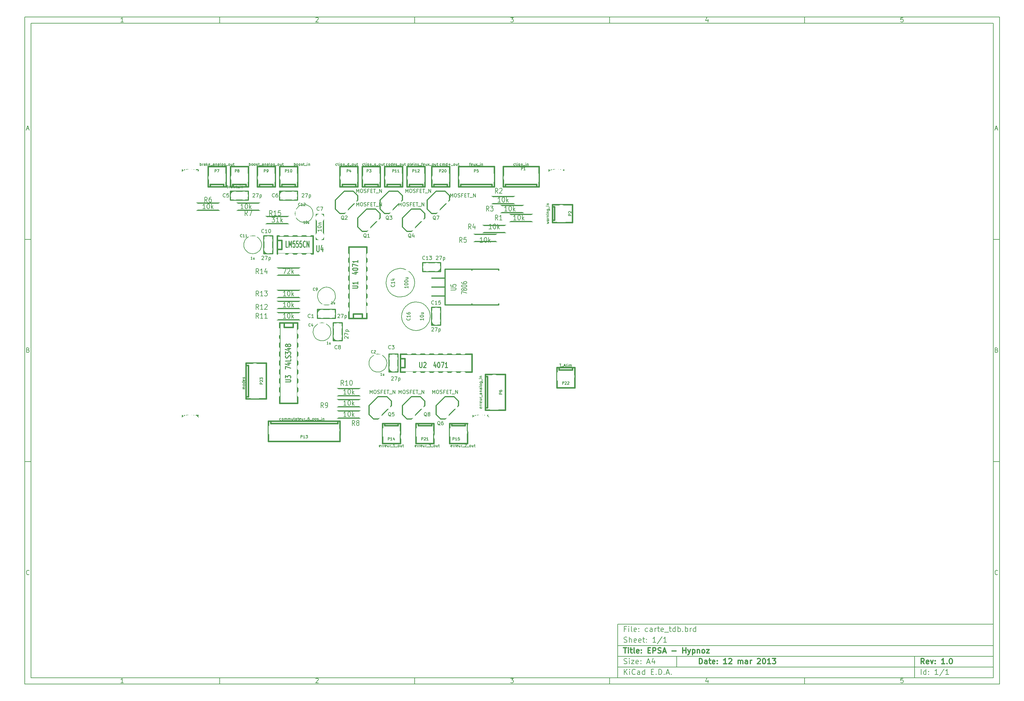
<source format=gto>
G04 (created by PCBNEW-RS274X (2012-01-19 BZR 3256)-stable) date 12/03/2013 15:54:09*
G01*
G70*
G90*
%MOIN*%
G04 Gerber Fmt 3.4, Leading zero omitted, Abs format*
%FSLAX34Y34*%
G04 APERTURE LIST*
%ADD10C,0.006000*%
%ADD11C,0.012000*%
%ADD12C,0.005000*%
%ADD13C,0.015000*%
%ADD14C,0.008000*%
%ADD15C,0.011300*%
%ADD16C,0.010000*%
%ADD17C,0.095000*%
%ADD18R,0.095000X0.095000*%
%ADD19R,0.082000X0.110000*%
%ADD20O,0.082000X0.110000*%
%ADD21C,0.235000*%
%ADD22R,0.105000X0.105000*%
%ADD23C,0.105000*%
%ADD24R,0.075000X0.075000*%
%ADD25C,0.085000*%
%ADD26R,0.110000X0.082000*%
%ADD27O,0.110000X0.082000*%
%ADD28R,0.370000X0.370000*%
%ADD29C,0.295600*%
%ADD30R,0.085000X0.085000*%
G04 APERTURE END LIST*
G54D10*
X04000Y-04000D02*
X113000Y-04000D01*
X113000Y-78670D01*
X04000Y-78670D01*
X04000Y-04000D01*
X04700Y-04700D02*
X112300Y-04700D01*
X112300Y-77970D01*
X04700Y-77970D01*
X04700Y-04700D01*
X25800Y-04000D02*
X25800Y-04700D01*
X15043Y-04552D02*
X14757Y-04552D01*
X14900Y-04552D02*
X14900Y-04052D01*
X14852Y-04124D01*
X14805Y-04171D01*
X14757Y-04195D01*
X25800Y-78670D02*
X25800Y-77970D01*
X15043Y-78522D02*
X14757Y-78522D01*
X14900Y-78522D02*
X14900Y-78022D01*
X14852Y-78094D01*
X14805Y-78141D01*
X14757Y-78165D01*
X47600Y-04000D02*
X47600Y-04700D01*
X36557Y-04100D02*
X36581Y-04076D01*
X36629Y-04052D01*
X36748Y-04052D01*
X36795Y-04076D01*
X36819Y-04100D01*
X36843Y-04148D01*
X36843Y-04195D01*
X36819Y-04267D01*
X36533Y-04552D01*
X36843Y-04552D01*
X47600Y-78670D02*
X47600Y-77970D01*
X36557Y-78070D02*
X36581Y-78046D01*
X36629Y-78022D01*
X36748Y-78022D01*
X36795Y-78046D01*
X36819Y-78070D01*
X36843Y-78118D01*
X36843Y-78165D01*
X36819Y-78237D01*
X36533Y-78522D01*
X36843Y-78522D01*
X69400Y-04000D02*
X69400Y-04700D01*
X58333Y-04052D02*
X58643Y-04052D01*
X58476Y-04243D01*
X58548Y-04243D01*
X58595Y-04267D01*
X58619Y-04290D01*
X58643Y-04338D01*
X58643Y-04457D01*
X58619Y-04505D01*
X58595Y-04529D01*
X58548Y-04552D01*
X58405Y-04552D01*
X58357Y-04529D01*
X58333Y-04505D01*
X69400Y-78670D02*
X69400Y-77970D01*
X58333Y-78022D02*
X58643Y-78022D01*
X58476Y-78213D01*
X58548Y-78213D01*
X58595Y-78237D01*
X58619Y-78260D01*
X58643Y-78308D01*
X58643Y-78427D01*
X58619Y-78475D01*
X58595Y-78499D01*
X58548Y-78522D01*
X58405Y-78522D01*
X58357Y-78499D01*
X58333Y-78475D01*
X91200Y-04000D02*
X91200Y-04700D01*
X80395Y-04219D02*
X80395Y-04552D01*
X80276Y-04029D02*
X80157Y-04386D01*
X80467Y-04386D01*
X91200Y-78670D02*
X91200Y-77970D01*
X80395Y-78189D02*
X80395Y-78522D01*
X80276Y-77999D02*
X80157Y-78356D01*
X80467Y-78356D01*
X102219Y-04052D02*
X101981Y-04052D01*
X101957Y-04290D01*
X101981Y-04267D01*
X102029Y-04243D01*
X102148Y-04243D01*
X102195Y-04267D01*
X102219Y-04290D01*
X102243Y-04338D01*
X102243Y-04457D01*
X102219Y-04505D01*
X102195Y-04529D01*
X102148Y-04552D01*
X102029Y-04552D01*
X101981Y-04529D01*
X101957Y-04505D01*
X102219Y-78022D02*
X101981Y-78022D01*
X101957Y-78260D01*
X101981Y-78237D01*
X102029Y-78213D01*
X102148Y-78213D01*
X102195Y-78237D01*
X102219Y-78260D01*
X102243Y-78308D01*
X102243Y-78427D01*
X102219Y-78475D01*
X102195Y-78499D01*
X102148Y-78522D01*
X102029Y-78522D01*
X101981Y-78499D01*
X101957Y-78475D01*
X04000Y-28890D02*
X04700Y-28890D01*
X04231Y-16510D02*
X04469Y-16510D01*
X04184Y-16652D02*
X04350Y-16152D01*
X04517Y-16652D01*
X113000Y-28890D02*
X112300Y-28890D01*
X112531Y-16510D02*
X112769Y-16510D01*
X112484Y-16652D02*
X112650Y-16152D01*
X112817Y-16652D01*
X04000Y-53780D02*
X04700Y-53780D01*
X04386Y-41280D02*
X04457Y-41304D01*
X04481Y-41328D01*
X04505Y-41376D01*
X04505Y-41447D01*
X04481Y-41495D01*
X04457Y-41519D01*
X04410Y-41542D01*
X04219Y-41542D01*
X04219Y-41042D01*
X04386Y-41042D01*
X04433Y-41066D01*
X04457Y-41090D01*
X04481Y-41138D01*
X04481Y-41185D01*
X04457Y-41233D01*
X04433Y-41257D01*
X04386Y-41280D01*
X04219Y-41280D01*
X113000Y-53780D02*
X112300Y-53780D01*
X112686Y-41280D02*
X112757Y-41304D01*
X112781Y-41328D01*
X112805Y-41376D01*
X112805Y-41447D01*
X112781Y-41495D01*
X112757Y-41519D01*
X112710Y-41542D01*
X112519Y-41542D01*
X112519Y-41042D01*
X112686Y-41042D01*
X112733Y-41066D01*
X112757Y-41090D01*
X112781Y-41138D01*
X112781Y-41185D01*
X112757Y-41233D01*
X112733Y-41257D01*
X112686Y-41280D01*
X112519Y-41280D01*
X04505Y-66385D02*
X04481Y-66409D01*
X04410Y-66432D01*
X04362Y-66432D01*
X04290Y-66409D01*
X04243Y-66361D01*
X04219Y-66313D01*
X04195Y-66218D01*
X04195Y-66147D01*
X04219Y-66051D01*
X04243Y-66004D01*
X04290Y-65956D01*
X04362Y-65932D01*
X04410Y-65932D01*
X04481Y-65956D01*
X04505Y-65980D01*
X112805Y-66385D02*
X112781Y-66409D01*
X112710Y-66432D01*
X112662Y-66432D01*
X112590Y-66409D01*
X112543Y-66361D01*
X112519Y-66313D01*
X112495Y-66218D01*
X112495Y-66147D01*
X112519Y-66051D01*
X112543Y-66004D01*
X112590Y-65956D01*
X112662Y-65932D01*
X112710Y-65932D01*
X112781Y-65956D01*
X112805Y-65980D01*
G54D11*
X79443Y-76413D02*
X79443Y-75813D01*
X79586Y-75813D01*
X79671Y-75841D01*
X79729Y-75899D01*
X79757Y-75956D01*
X79786Y-76070D01*
X79786Y-76156D01*
X79757Y-76270D01*
X79729Y-76327D01*
X79671Y-76384D01*
X79586Y-76413D01*
X79443Y-76413D01*
X80300Y-76413D02*
X80300Y-76099D01*
X80271Y-76041D01*
X80214Y-76013D01*
X80100Y-76013D01*
X80043Y-76041D01*
X80300Y-76384D02*
X80243Y-76413D01*
X80100Y-76413D01*
X80043Y-76384D01*
X80014Y-76327D01*
X80014Y-76270D01*
X80043Y-76213D01*
X80100Y-76184D01*
X80243Y-76184D01*
X80300Y-76156D01*
X80500Y-76013D02*
X80729Y-76013D01*
X80586Y-75813D02*
X80586Y-76327D01*
X80614Y-76384D01*
X80672Y-76413D01*
X80729Y-76413D01*
X81157Y-76384D02*
X81100Y-76413D01*
X80986Y-76413D01*
X80929Y-76384D01*
X80900Y-76327D01*
X80900Y-76099D01*
X80929Y-76041D01*
X80986Y-76013D01*
X81100Y-76013D01*
X81157Y-76041D01*
X81186Y-76099D01*
X81186Y-76156D01*
X80900Y-76213D01*
X81443Y-76356D02*
X81471Y-76384D01*
X81443Y-76413D01*
X81414Y-76384D01*
X81443Y-76356D01*
X81443Y-76413D01*
X81443Y-76041D02*
X81471Y-76070D01*
X81443Y-76099D01*
X81414Y-76070D01*
X81443Y-76041D01*
X81443Y-76099D01*
X82500Y-76413D02*
X82157Y-76413D01*
X82329Y-76413D02*
X82329Y-75813D01*
X82272Y-75899D01*
X82214Y-75956D01*
X82157Y-75984D01*
X82728Y-75870D02*
X82757Y-75841D01*
X82814Y-75813D01*
X82957Y-75813D01*
X83014Y-75841D01*
X83043Y-75870D01*
X83071Y-75927D01*
X83071Y-75984D01*
X83043Y-76070D01*
X82700Y-76413D01*
X83071Y-76413D01*
X83785Y-76413D02*
X83785Y-76013D01*
X83785Y-76070D02*
X83813Y-76041D01*
X83871Y-76013D01*
X83956Y-76013D01*
X84013Y-76041D01*
X84042Y-76099D01*
X84042Y-76413D01*
X84042Y-76099D02*
X84071Y-76041D01*
X84128Y-76013D01*
X84213Y-76013D01*
X84271Y-76041D01*
X84299Y-76099D01*
X84299Y-76413D01*
X84842Y-76413D02*
X84842Y-76099D01*
X84813Y-76041D01*
X84756Y-76013D01*
X84642Y-76013D01*
X84585Y-76041D01*
X84842Y-76384D02*
X84785Y-76413D01*
X84642Y-76413D01*
X84585Y-76384D01*
X84556Y-76327D01*
X84556Y-76270D01*
X84585Y-76213D01*
X84642Y-76184D01*
X84785Y-76184D01*
X84842Y-76156D01*
X85128Y-76413D02*
X85128Y-76013D01*
X85128Y-76127D02*
X85156Y-76070D01*
X85185Y-76041D01*
X85242Y-76013D01*
X85299Y-76013D01*
X85927Y-75870D02*
X85956Y-75841D01*
X86013Y-75813D01*
X86156Y-75813D01*
X86213Y-75841D01*
X86242Y-75870D01*
X86270Y-75927D01*
X86270Y-75984D01*
X86242Y-76070D01*
X85899Y-76413D01*
X86270Y-76413D01*
X86641Y-75813D02*
X86698Y-75813D01*
X86755Y-75841D01*
X86784Y-75870D01*
X86813Y-75927D01*
X86841Y-76041D01*
X86841Y-76184D01*
X86813Y-76299D01*
X86784Y-76356D01*
X86755Y-76384D01*
X86698Y-76413D01*
X86641Y-76413D01*
X86584Y-76384D01*
X86555Y-76356D01*
X86527Y-76299D01*
X86498Y-76184D01*
X86498Y-76041D01*
X86527Y-75927D01*
X86555Y-75870D01*
X86584Y-75841D01*
X86641Y-75813D01*
X87412Y-76413D02*
X87069Y-76413D01*
X87241Y-76413D02*
X87241Y-75813D01*
X87184Y-75899D01*
X87126Y-75956D01*
X87069Y-75984D01*
X87612Y-75813D02*
X87983Y-75813D01*
X87783Y-76041D01*
X87869Y-76041D01*
X87926Y-76070D01*
X87955Y-76099D01*
X87983Y-76156D01*
X87983Y-76299D01*
X87955Y-76356D01*
X87926Y-76384D01*
X87869Y-76413D01*
X87697Y-76413D01*
X87640Y-76384D01*
X87612Y-76356D01*
G54D10*
X71043Y-77613D02*
X71043Y-77013D01*
X71386Y-77613D02*
X71129Y-77270D01*
X71386Y-77013D02*
X71043Y-77356D01*
X71643Y-77613D02*
X71643Y-77213D01*
X71643Y-77013D02*
X71614Y-77041D01*
X71643Y-77070D01*
X71671Y-77041D01*
X71643Y-77013D01*
X71643Y-77070D01*
X72272Y-77556D02*
X72243Y-77584D01*
X72157Y-77613D01*
X72100Y-77613D01*
X72015Y-77584D01*
X71957Y-77527D01*
X71929Y-77470D01*
X71900Y-77356D01*
X71900Y-77270D01*
X71929Y-77156D01*
X71957Y-77099D01*
X72015Y-77041D01*
X72100Y-77013D01*
X72157Y-77013D01*
X72243Y-77041D01*
X72272Y-77070D01*
X72786Y-77613D02*
X72786Y-77299D01*
X72757Y-77241D01*
X72700Y-77213D01*
X72586Y-77213D01*
X72529Y-77241D01*
X72786Y-77584D02*
X72729Y-77613D01*
X72586Y-77613D01*
X72529Y-77584D01*
X72500Y-77527D01*
X72500Y-77470D01*
X72529Y-77413D01*
X72586Y-77384D01*
X72729Y-77384D01*
X72786Y-77356D01*
X73329Y-77613D02*
X73329Y-77013D01*
X73329Y-77584D02*
X73272Y-77613D01*
X73158Y-77613D01*
X73100Y-77584D01*
X73072Y-77556D01*
X73043Y-77499D01*
X73043Y-77327D01*
X73072Y-77270D01*
X73100Y-77241D01*
X73158Y-77213D01*
X73272Y-77213D01*
X73329Y-77241D01*
X74072Y-77299D02*
X74272Y-77299D01*
X74358Y-77613D02*
X74072Y-77613D01*
X74072Y-77013D01*
X74358Y-77013D01*
X74615Y-77556D02*
X74643Y-77584D01*
X74615Y-77613D01*
X74586Y-77584D01*
X74615Y-77556D01*
X74615Y-77613D01*
X74901Y-77613D02*
X74901Y-77013D01*
X75044Y-77013D01*
X75129Y-77041D01*
X75187Y-77099D01*
X75215Y-77156D01*
X75244Y-77270D01*
X75244Y-77356D01*
X75215Y-77470D01*
X75187Y-77527D01*
X75129Y-77584D01*
X75044Y-77613D01*
X74901Y-77613D01*
X75501Y-77556D02*
X75529Y-77584D01*
X75501Y-77613D01*
X75472Y-77584D01*
X75501Y-77556D01*
X75501Y-77613D01*
X75758Y-77441D02*
X76044Y-77441D01*
X75701Y-77613D02*
X75901Y-77013D01*
X76101Y-77613D01*
X76301Y-77556D02*
X76329Y-77584D01*
X76301Y-77613D01*
X76272Y-77584D01*
X76301Y-77556D01*
X76301Y-77613D01*
G54D11*
X104586Y-76413D02*
X104386Y-76127D01*
X104243Y-76413D02*
X104243Y-75813D01*
X104471Y-75813D01*
X104529Y-75841D01*
X104557Y-75870D01*
X104586Y-75927D01*
X104586Y-76013D01*
X104557Y-76070D01*
X104529Y-76099D01*
X104471Y-76127D01*
X104243Y-76127D01*
X105071Y-76384D02*
X105014Y-76413D01*
X104900Y-76413D01*
X104843Y-76384D01*
X104814Y-76327D01*
X104814Y-76099D01*
X104843Y-76041D01*
X104900Y-76013D01*
X105014Y-76013D01*
X105071Y-76041D01*
X105100Y-76099D01*
X105100Y-76156D01*
X104814Y-76213D01*
X105300Y-76013D02*
X105443Y-76413D01*
X105585Y-76013D01*
X105814Y-76356D02*
X105842Y-76384D01*
X105814Y-76413D01*
X105785Y-76384D01*
X105814Y-76356D01*
X105814Y-76413D01*
X105814Y-76041D02*
X105842Y-76070D01*
X105814Y-76099D01*
X105785Y-76070D01*
X105814Y-76041D01*
X105814Y-76099D01*
X106871Y-76413D02*
X106528Y-76413D01*
X106700Y-76413D02*
X106700Y-75813D01*
X106643Y-75899D01*
X106585Y-75956D01*
X106528Y-75984D01*
X107128Y-76356D02*
X107156Y-76384D01*
X107128Y-76413D01*
X107099Y-76384D01*
X107128Y-76356D01*
X107128Y-76413D01*
X107528Y-75813D02*
X107585Y-75813D01*
X107642Y-75841D01*
X107671Y-75870D01*
X107700Y-75927D01*
X107728Y-76041D01*
X107728Y-76184D01*
X107700Y-76299D01*
X107671Y-76356D01*
X107642Y-76384D01*
X107585Y-76413D01*
X107528Y-76413D01*
X107471Y-76384D01*
X107442Y-76356D01*
X107414Y-76299D01*
X107385Y-76184D01*
X107385Y-76041D01*
X107414Y-75927D01*
X107442Y-75870D01*
X107471Y-75841D01*
X107528Y-75813D01*
G54D10*
X71014Y-76384D02*
X71100Y-76413D01*
X71243Y-76413D01*
X71300Y-76384D01*
X71329Y-76356D01*
X71357Y-76299D01*
X71357Y-76241D01*
X71329Y-76184D01*
X71300Y-76156D01*
X71243Y-76127D01*
X71129Y-76099D01*
X71071Y-76070D01*
X71043Y-76041D01*
X71014Y-75984D01*
X71014Y-75927D01*
X71043Y-75870D01*
X71071Y-75841D01*
X71129Y-75813D01*
X71271Y-75813D01*
X71357Y-75841D01*
X71614Y-76413D02*
X71614Y-76013D01*
X71614Y-75813D02*
X71585Y-75841D01*
X71614Y-75870D01*
X71642Y-75841D01*
X71614Y-75813D01*
X71614Y-75870D01*
X71843Y-76013D02*
X72157Y-76013D01*
X71843Y-76413D01*
X72157Y-76413D01*
X72614Y-76384D02*
X72557Y-76413D01*
X72443Y-76413D01*
X72386Y-76384D01*
X72357Y-76327D01*
X72357Y-76099D01*
X72386Y-76041D01*
X72443Y-76013D01*
X72557Y-76013D01*
X72614Y-76041D01*
X72643Y-76099D01*
X72643Y-76156D01*
X72357Y-76213D01*
X72900Y-76356D02*
X72928Y-76384D01*
X72900Y-76413D01*
X72871Y-76384D01*
X72900Y-76356D01*
X72900Y-76413D01*
X72900Y-76041D02*
X72928Y-76070D01*
X72900Y-76099D01*
X72871Y-76070D01*
X72900Y-76041D01*
X72900Y-76099D01*
X73614Y-76241D02*
X73900Y-76241D01*
X73557Y-76413D02*
X73757Y-75813D01*
X73957Y-76413D01*
X74414Y-76013D02*
X74414Y-76413D01*
X74271Y-75784D02*
X74128Y-76213D01*
X74500Y-76213D01*
X104243Y-77613D02*
X104243Y-77013D01*
X104786Y-77613D02*
X104786Y-77013D01*
X104786Y-77584D02*
X104729Y-77613D01*
X104615Y-77613D01*
X104557Y-77584D01*
X104529Y-77556D01*
X104500Y-77499D01*
X104500Y-77327D01*
X104529Y-77270D01*
X104557Y-77241D01*
X104615Y-77213D01*
X104729Y-77213D01*
X104786Y-77241D01*
X105072Y-77556D02*
X105100Y-77584D01*
X105072Y-77613D01*
X105043Y-77584D01*
X105072Y-77556D01*
X105072Y-77613D01*
X105072Y-77241D02*
X105100Y-77270D01*
X105072Y-77299D01*
X105043Y-77270D01*
X105072Y-77241D01*
X105072Y-77299D01*
X106129Y-77613D02*
X105786Y-77613D01*
X105958Y-77613D02*
X105958Y-77013D01*
X105901Y-77099D01*
X105843Y-77156D01*
X105786Y-77184D01*
X106814Y-76984D02*
X106300Y-77756D01*
X107329Y-77613D02*
X106986Y-77613D01*
X107158Y-77613D02*
X107158Y-77013D01*
X107101Y-77099D01*
X107043Y-77156D01*
X106986Y-77184D01*
G54D11*
X70957Y-74613D02*
X71300Y-74613D01*
X71129Y-75213D02*
X71129Y-74613D01*
X71500Y-75213D02*
X71500Y-74813D01*
X71500Y-74613D02*
X71471Y-74641D01*
X71500Y-74670D01*
X71528Y-74641D01*
X71500Y-74613D01*
X71500Y-74670D01*
X71700Y-74813D02*
X71929Y-74813D01*
X71786Y-74613D02*
X71786Y-75127D01*
X71814Y-75184D01*
X71872Y-75213D01*
X71929Y-75213D01*
X72215Y-75213D02*
X72157Y-75184D01*
X72129Y-75127D01*
X72129Y-74613D01*
X72671Y-75184D02*
X72614Y-75213D01*
X72500Y-75213D01*
X72443Y-75184D01*
X72414Y-75127D01*
X72414Y-74899D01*
X72443Y-74841D01*
X72500Y-74813D01*
X72614Y-74813D01*
X72671Y-74841D01*
X72700Y-74899D01*
X72700Y-74956D01*
X72414Y-75013D01*
X72957Y-75156D02*
X72985Y-75184D01*
X72957Y-75213D01*
X72928Y-75184D01*
X72957Y-75156D01*
X72957Y-75213D01*
X72957Y-74841D02*
X72985Y-74870D01*
X72957Y-74899D01*
X72928Y-74870D01*
X72957Y-74841D01*
X72957Y-74899D01*
X73700Y-74899D02*
X73900Y-74899D01*
X73986Y-75213D02*
X73700Y-75213D01*
X73700Y-74613D01*
X73986Y-74613D01*
X74243Y-75213D02*
X74243Y-74613D01*
X74471Y-74613D01*
X74529Y-74641D01*
X74557Y-74670D01*
X74586Y-74727D01*
X74586Y-74813D01*
X74557Y-74870D01*
X74529Y-74899D01*
X74471Y-74927D01*
X74243Y-74927D01*
X74814Y-75184D02*
X74900Y-75213D01*
X75043Y-75213D01*
X75100Y-75184D01*
X75129Y-75156D01*
X75157Y-75099D01*
X75157Y-75041D01*
X75129Y-74984D01*
X75100Y-74956D01*
X75043Y-74927D01*
X74929Y-74899D01*
X74871Y-74870D01*
X74843Y-74841D01*
X74814Y-74784D01*
X74814Y-74727D01*
X74843Y-74670D01*
X74871Y-74641D01*
X74929Y-74613D01*
X75071Y-74613D01*
X75157Y-74641D01*
X75385Y-75041D02*
X75671Y-75041D01*
X75328Y-75213D02*
X75528Y-74613D01*
X75728Y-75213D01*
X76385Y-74984D02*
X76842Y-74984D01*
X77585Y-75213D02*
X77585Y-74613D01*
X77585Y-74899D02*
X77928Y-74899D01*
X77928Y-75213D02*
X77928Y-74613D01*
X78157Y-74813D02*
X78300Y-75213D01*
X78442Y-74813D02*
X78300Y-75213D01*
X78242Y-75356D01*
X78214Y-75384D01*
X78157Y-75413D01*
X78671Y-74813D02*
X78671Y-75413D01*
X78671Y-74841D02*
X78728Y-74813D01*
X78842Y-74813D01*
X78899Y-74841D01*
X78928Y-74870D01*
X78957Y-74927D01*
X78957Y-75099D01*
X78928Y-75156D01*
X78899Y-75184D01*
X78842Y-75213D01*
X78728Y-75213D01*
X78671Y-75184D01*
X79214Y-74813D02*
X79214Y-75213D01*
X79214Y-74870D02*
X79242Y-74841D01*
X79300Y-74813D01*
X79385Y-74813D01*
X79442Y-74841D01*
X79471Y-74899D01*
X79471Y-75213D01*
X79843Y-75213D02*
X79785Y-75184D01*
X79757Y-75156D01*
X79728Y-75099D01*
X79728Y-74927D01*
X79757Y-74870D01*
X79785Y-74841D01*
X79843Y-74813D01*
X79928Y-74813D01*
X79985Y-74841D01*
X80014Y-74870D01*
X80043Y-74927D01*
X80043Y-75099D01*
X80014Y-75156D01*
X79985Y-75184D01*
X79928Y-75213D01*
X79843Y-75213D01*
X80243Y-74813D02*
X80557Y-74813D01*
X80243Y-75213D01*
X80557Y-75213D01*
G54D10*
X71243Y-72499D02*
X71043Y-72499D01*
X71043Y-72813D02*
X71043Y-72213D01*
X71329Y-72213D01*
X71557Y-72813D02*
X71557Y-72413D01*
X71557Y-72213D02*
X71528Y-72241D01*
X71557Y-72270D01*
X71585Y-72241D01*
X71557Y-72213D01*
X71557Y-72270D01*
X71929Y-72813D02*
X71871Y-72784D01*
X71843Y-72727D01*
X71843Y-72213D01*
X72385Y-72784D02*
X72328Y-72813D01*
X72214Y-72813D01*
X72157Y-72784D01*
X72128Y-72727D01*
X72128Y-72499D01*
X72157Y-72441D01*
X72214Y-72413D01*
X72328Y-72413D01*
X72385Y-72441D01*
X72414Y-72499D01*
X72414Y-72556D01*
X72128Y-72613D01*
X72671Y-72756D02*
X72699Y-72784D01*
X72671Y-72813D01*
X72642Y-72784D01*
X72671Y-72756D01*
X72671Y-72813D01*
X72671Y-72441D02*
X72699Y-72470D01*
X72671Y-72499D01*
X72642Y-72470D01*
X72671Y-72441D01*
X72671Y-72499D01*
X73671Y-72784D02*
X73614Y-72813D01*
X73500Y-72813D01*
X73442Y-72784D01*
X73414Y-72756D01*
X73385Y-72699D01*
X73385Y-72527D01*
X73414Y-72470D01*
X73442Y-72441D01*
X73500Y-72413D01*
X73614Y-72413D01*
X73671Y-72441D01*
X74185Y-72813D02*
X74185Y-72499D01*
X74156Y-72441D01*
X74099Y-72413D01*
X73985Y-72413D01*
X73928Y-72441D01*
X74185Y-72784D02*
X74128Y-72813D01*
X73985Y-72813D01*
X73928Y-72784D01*
X73899Y-72727D01*
X73899Y-72670D01*
X73928Y-72613D01*
X73985Y-72584D01*
X74128Y-72584D01*
X74185Y-72556D01*
X74471Y-72813D02*
X74471Y-72413D01*
X74471Y-72527D02*
X74499Y-72470D01*
X74528Y-72441D01*
X74585Y-72413D01*
X74642Y-72413D01*
X74756Y-72413D02*
X74985Y-72413D01*
X74842Y-72213D02*
X74842Y-72727D01*
X74870Y-72784D01*
X74928Y-72813D01*
X74985Y-72813D01*
X75413Y-72784D02*
X75356Y-72813D01*
X75242Y-72813D01*
X75185Y-72784D01*
X75156Y-72727D01*
X75156Y-72499D01*
X75185Y-72441D01*
X75242Y-72413D01*
X75356Y-72413D01*
X75413Y-72441D01*
X75442Y-72499D01*
X75442Y-72556D01*
X75156Y-72613D01*
X75556Y-72870D02*
X76013Y-72870D01*
X76070Y-72413D02*
X76299Y-72413D01*
X76156Y-72213D02*
X76156Y-72727D01*
X76184Y-72784D01*
X76242Y-72813D01*
X76299Y-72813D01*
X76756Y-72813D02*
X76756Y-72213D01*
X76756Y-72784D02*
X76699Y-72813D01*
X76585Y-72813D01*
X76527Y-72784D01*
X76499Y-72756D01*
X76470Y-72699D01*
X76470Y-72527D01*
X76499Y-72470D01*
X76527Y-72441D01*
X76585Y-72413D01*
X76699Y-72413D01*
X76756Y-72441D01*
X77042Y-72813D02*
X77042Y-72213D01*
X77042Y-72441D02*
X77099Y-72413D01*
X77213Y-72413D01*
X77270Y-72441D01*
X77299Y-72470D01*
X77328Y-72527D01*
X77328Y-72699D01*
X77299Y-72756D01*
X77270Y-72784D01*
X77213Y-72813D01*
X77099Y-72813D01*
X77042Y-72784D01*
X77585Y-72756D02*
X77613Y-72784D01*
X77585Y-72813D01*
X77556Y-72784D01*
X77585Y-72756D01*
X77585Y-72813D01*
X77871Y-72813D02*
X77871Y-72213D01*
X77871Y-72441D02*
X77928Y-72413D01*
X78042Y-72413D01*
X78099Y-72441D01*
X78128Y-72470D01*
X78157Y-72527D01*
X78157Y-72699D01*
X78128Y-72756D01*
X78099Y-72784D01*
X78042Y-72813D01*
X77928Y-72813D01*
X77871Y-72784D01*
X78414Y-72813D02*
X78414Y-72413D01*
X78414Y-72527D02*
X78442Y-72470D01*
X78471Y-72441D01*
X78528Y-72413D01*
X78585Y-72413D01*
X79042Y-72813D02*
X79042Y-72213D01*
X79042Y-72784D02*
X78985Y-72813D01*
X78871Y-72813D01*
X78813Y-72784D01*
X78785Y-72756D01*
X78756Y-72699D01*
X78756Y-72527D01*
X78785Y-72470D01*
X78813Y-72441D01*
X78871Y-72413D01*
X78985Y-72413D01*
X79042Y-72441D01*
X71014Y-73984D02*
X71100Y-74013D01*
X71243Y-74013D01*
X71300Y-73984D01*
X71329Y-73956D01*
X71357Y-73899D01*
X71357Y-73841D01*
X71329Y-73784D01*
X71300Y-73756D01*
X71243Y-73727D01*
X71129Y-73699D01*
X71071Y-73670D01*
X71043Y-73641D01*
X71014Y-73584D01*
X71014Y-73527D01*
X71043Y-73470D01*
X71071Y-73441D01*
X71129Y-73413D01*
X71271Y-73413D01*
X71357Y-73441D01*
X71614Y-74013D02*
X71614Y-73413D01*
X71871Y-74013D02*
X71871Y-73699D01*
X71842Y-73641D01*
X71785Y-73613D01*
X71700Y-73613D01*
X71642Y-73641D01*
X71614Y-73670D01*
X72385Y-73984D02*
X72328Y-74013D01*
X72214Y-74013D01*
X72157Y-73984D01*
X72128Y-73927D01*
X72128Y-73699D01*
X72157Y-73641D01*
X72214Y-73613D01*
X72328Y-73613D01*
X72385Y-73641D01*
X72414Y-73699D01*
X72414Y-73756D01*
X72128Y-73813D01*
X72899Y-73984D02*
X72842Y-74013D01*
X72728Y-74013D01*
X72671Y-73984D01*
X72642Y-73927D01*
X72642Y-73699D01*
X72671Y-73641D01*
X72728Y-73613D01*
X72842Y-73613D01*
X72899Y-73641D01*
X72928Y-73699D01*
X72928Y-73756D01*
X72642Y-73813D01*
X73099Y-73613D02*
X73328Y-73613D01*
X73185Y-73413D02*
X73185Y-73927D01*
X73213Y-73984D01*
X73271Y-74013D01*
X73328Y-74013D01*
X73528Y-73956D02*
X73556Y-73984D01*
X73528Y-74013D01*
X73499Y-73984D01*
X73528Y-73956D01*
X73528Y-74013D01*
X73528Y-73641D02*
X73556Y-73670D01*
X73528Y-73699D01*
X73499Y-73670D01*
X73528Y-73641D01*
X73528Y-73699D01*
X74585Y-74013D02*
X74242Y-74013D01*
X74414Y-74013D02*
X74414Y-73413D01*
X74357Y-73499D01*
X74299Y-73556D01*
X74242Y-73584D01*
X75270Y-73384D02*
X74756Y-74156D01*
X75785Y-74013D02*
X75442Y-74013D01*
X75614Y-74013D02*
X75614Y-73413D01*
X75557Y-73499D01*
X75499Y-73556D01*
X75442Y-73584D01*
X70300Y-71970D02*
X70300Y-77970D01*
X70300Y-71970D02*
X112300Y-71970D01*
X70300Y-71970D02*
X112300Y-71970D01*
X70300Y-74370D02*
X112300Y-74370D01*
X103500Y-75570D02*
X103500Y-77970D01*
X70300Y-76770D02*
X112300Y-76770D01*
X70300Y-75570D02*
X112300Y-75570D01*
X76900Y-75570D02*
X76900Y-76770D01*
G54D11*
X27020Y-23500D02*
X29000Y-23500D01*
X29000Y-23500D02*
X29000Y-24500D01*
X29000Y-24500D02*
X27000Y-24500D01*
X27000Y-24500D02*
X27000Y-23500D01*
X27000Y-23750D02*
X27250Y-23500D01*
X44750Y-43730D02*
X44750Y-41750D01*
X44750Y-41750D02*
X45750Y-41750D01*
X45750Y-41750D02*
X45750Y-43750D01*
X45750Y-43750D02*
X44750Y-43750D01*
X45000Y-43750D02*
X44750Y-43500D01*
X36770Y-36750D02*
X38750Y-36750D01*
X38750Y-36750D02*
X38750Y-37750D01*
X38750Y-37750D02*
X36750Y-37750D01*
X36750Y-37750D02*
X36750Y-36750D01*
X36750Y-37000D02*
X37000Y-36750D01*
G54D12*
X44501Y-42750D02*
X44481Y-42944D01*
X44425Y-43131D01*
X44333Y-43303D01*
X44210Y-43455D01*
X44059Y-43579D01*
X43887Y-43672D01*
X43701Y-43730D01*
X43506Y-43750D01*
X43313Y-43733D01*
X43126Y-43678D01*
X42952Y-43587D01*
X42800Y-43465D01*
X42675Y-43315D01*
X42580Y-43144D01*
X42521Y-42958D01*
X42500Y-42763D01*
X42516Y-42570D01*
X42570Y-42382D01*
X42659Y-42208D01*
X42780Y-42055D01*
X42929Y-41929D01*
X43100Y-41833D01*
X43286Y-41773D01*
X43480Y-41750D01*
X43673Y-41765D01*
X43861Y-41817D01*
X44036Y-41905D01*
X44190Y-42026D01*
X44317Y-42173D01*
X44414Y-42343D01*
X44476Y-42529D01*
X44500Y-42723D01*
X44501Y-42750D01*
X38251Y-39250D02*
X38231Y-39444D01*
X38175Y-39631D01*
X38083Y-39803D01*
X37960Y-39955D01*
X37809Y-40079D01*
X37637Y-40172D01*
X37451Y-40230D01*
X37256Y-40250D01*
X37063Y-40233D01*
X36876Y-40178D01*
X36702Y-40087D01*
X36550Y-39965D01*
X36425Y-39815D01*
X36330Y-39644D01*
X36271Y-39458D01*
X36250Y-39263D01*
X36266Y-39070D01*
X36320Y-38882D01*
X36409Y-38708D01*
X36530Y-38555D01*
X36679Y-38429D01*
X36850Y-38333D01*
X37036Y-38273D01*
X37230Y-38250D01*
X37423Y-38265D01*
X37611Y-38317D01*
X37786Y-38405D01*
X37940Y-38526D01*
X38067Y-38673D01*
X38164Y-38843D01*
X38226Y-39029D01*
X38250Y-39223D01*
X38251Y-39250D01*
G54D13*
X46000Y-41750D02*
X54000Y-41750D01*
X54000Y-43750D02*
X46000Y-43750D01*
X46000Y-43750D02*
X46000Y-41750D01*
X46000Y-42250D02*
X46500Y-42250D01*
X46500Y-42250D02*
X46500Y-43250D01*
X46500Y-43250D02*
X46000Y-43250D01*
X54000Y-41750D02*
X54000Y-43750D01*
X44250Y-49500D02*
X44250Y-49750D01*
X44250Y-49750D02*
X45750Y-49750D01*
X45750Y-49750D02*
X45750Y-49500D01*
X44000Y-49500D02*
X44000Y-51750D01*
X44000Y-51750D02*
X46000Y-51750D01*
X46000Y-51750D02*
X46000Y-49500D01*
X46000Y-49500D02*
X44000Y-49500D01*
G54D10*
X44000Y-51000D02*
X44000Y-50000D01*
X46000Y-50000D02*
X46000Y-51000D01*
G54D13*
X51750Y-49500D02*
X51750Y-49750D01*
X51750Y-49750D02*
X53250Y-49750D01*
X53250Y-49750D02*
X53250Y-49500D01*
X51500Y-49500D02*
X51500Y-51750D01*
X51500Y-51750D02*
X53500Y-51750D01*
X53500Y-51750D02*
X53500Y-49500D01*
X53500Y-49500D02*
X51500Y-49500D01*
G54D10*
X51500Y-51000D02*
X51500Y-50000D01*
X53500Y-50000D02*
X53500Y-51000D01*
G54D13*
X43500Y-23000D02*
X43500Y-22750D01*
X43500Y-22750D02*
X42000Y-22750D01*
X42000Y-22750D02*
X42000Y-23000D01*
X43750Y-23000D02*
X43750Y-20750D01*
X43750Y-20750D02*
X41750Y-20750D01*
X41750Y-20750D02*
X41750Y-23000D01*
X41750Y-23000D02*
X43750Y-23000D01*
G54D10*
X43750Y-21500D02*
X43750Y-22500D01*
X41750Y-22500D02*
X41750Y-21500D01*
G54D13*
X34250Y-23000D02*
X34250Y-22750D01*
X34250Y-22750D02*
X32750Y-22750D01*
X32750Y-22750D02*
X32750Y-23000D01*
X34500Y-23000D02*
X34500Y-20750D01*
X34500Y-20750D02*
X32500Y-20750D01*
X32500Y-20750D02*
X32500Y-23000D01*
X32500Y-23000D02*
X34500Y-23000D01*
G54D10*
X34500Y-21500D02*
X34500Y-22500D01*
X32500Y-22500D02*
X32500Y-21500D01*
G54D13*
X46000Y-23000D02*
X46000Y-22750D01*
X46000Y-22750D02*
X44500Y-22750D01*
X44500Y-22750D02*
X44500Y-23000D01*
X46250Y-23000D02*
X46250Y-20750D01*
X46250Y-20750D02*
X44250Y-20750D01*
X44250Y-20750D02*
X44250Y-23000D01*
X44250Y-23000D02*
X46250Y-23000D01*
G54D10*
X46250Y-21500D02*
X46250Y-22500D01*
X44250Y-22500D02*
X44250Y-21500D01*
G54D13*
X41000Y-23000D02*
X41000Y-22750D01*
X41000Y-22750D02*
X39500Y-22750D01*
X39500Y-22750D02*
X39500Y-23000D01*
X41250Y-23000D02*
X41250Y-20750D01*
X41250Y-20750D02*
X39250Y-20750D01*
X39250Y-20750D02*
X39250Y-23000D01*
X39250Y-23000D02*
X41250Y-23000D01*
G54D10*
X41250Y-21500D02*
X41250Y-22500D01*
X39250Y-22500D02*
X39250Y-21500D01*
G54D13*
X26250Y-23000D02*
X26250Y-22750D01*
X26250Y-22750D02*
X24750Y-22750D01*
X24750Y-22750D02*
X24750Y-23000D01*
X26500Y-23000D02*
X26500Y-20750D01*
X26500Y-20750D02*
X24500Y-20750D01*
X24500Y-20750D02*
X24500Y-23000D01*
X24500Y-23000D02*
X26500Y-23000D01*
G54D10*
X26500Y-21500D02*
X26500Y-22500D01*
X24500Y-22500D02*
X24500Y-21500D01*
G54D13*
X28750Y-23000D02*
X28750Y-22750D01*
X28750Y-22750D02*
X27250Y-22750D01*
X27250Y-22750D02*
X27250Y-23000D01*
X29000Y-23000D02*
X29000Y-20750D01*
X29000Y-20750D02*
X27000Y-20750D01*
X27000Y-20750D02*
X27000Y-23000D01*
X27000Y-23000D02*
X29000Y-23000D01*
G54D10*
X29000Y-21500D02*
X29000Y-22500D01*
X27000Y-22500D02*
X27000Y-21500D01*
G54D13*
X63000Y-26750D02*
X63250Y-26750D01*
X63250Y-26750D02*
X63250Y-25250D01*
X63250Y-25250D02*
X63000Y-25250D01*
X63000Y-27000D02*
X65250Y-27000D01*
X65250Y-27000D02*
X65250Y-25000D01*
X65250Y-25000D02*
X63000Y-25000D01*
X63000Y-25000D02*
X63000Y-27000D01*
G54D10*
X64500Y-27000D02*
X63500Y-27000D01*
X63500Y-25000D02*
X64500Y-25000D01*
G54D13*
X57500Y-20750D02*
X57500Y-23000D01*
X61500Y-23000D02*
X61500Y-20750D01*
X57750Y-22750D02*
X59750Y-22750D01*
X57500Y-23000D02*
X59500Y-23000D01*
X59500Y-20750D02*
X57500Y-20750D01*
X57750Y-22750D02*
X57750Y-23000D01*
X61250Y-23000D02*
X61250Y-22750D01*
X61250Y-22750D02*
X59750Y-22750D01*
X61500Y-20750D02*
X59500Y-20750D01*
X59500Y-23000D02*
X61500Y-23000D01*
G54D11*
X58000Y-27750D02*
X57800Y-27750D01*
X55000Y-27750D02*
X55200Y-27750D01*
X55200Y-27750D02*
X55200Y-28150D01*
X55200Y-28150D02*
X57800Y-28150D01*
X57800Y-28150D02*
X57800Y-27350D01*
X57800Y-27350D02*
X55200Y-27350D01*
X55200Y-27350D02*
X55200Y-27750D01*
X57800Y-27950D02*
X57600Y-28150D01*
X35000Y-35000D02*
X34800Y-35000D01*
X32000Y-35000D02*
X32200Y-35000D01*
X32200Y-35000D02*
X32200Y-35400D01*
X32200Y-35400D02*
X34800Y-35400D01*
X34800Y-35400D02*
X34800Y-34600D01*
X34800Y-34600D02*
X32200Y-34600D01*
X32200Y-34600D02*
X32200Y-35000D01*
X34800Y-35200D02*
X34600Y-35400D01*
X56000Y-24500D02*
X56200Y-24500D01*
X59000Y-24500D02*
X58800Y-24500D01*
X58800Y-24500D02*
X58800Y-24100D01*
X58800Y-24100D02*
X56200Y-24100D01*
X56200Y-24100D02*
X56200Y-24900D01*
X56200Y-24900D02*
X58800Y-24900D01*
X58800Y-24900D02*
X58800Y-24500D01*
X56200Y-24300D02*
X56400Y-24100D01*
X57000Y-25500D02*
X57200Y-25500D01*
X60000Y-25500D02*
X59800Y-25500D01*
X59800Y-25500D02*
X59800Y-25100D01*
X59800Y-25100D02*
X57200Y-25100D01*
X57200Y-25100D02*
X57200Y-25900D01*
X57200Y-25900D02*
X59800Y-25900D01*
X59800Y-25900D02*
X59800Y-25500D01*
X57200Y-25300D02*
X57400Y-25100D01*
X35000Y-37500D02*
X34800Y-37500D01*
X32000Y-37500D02*
X32200Y-37500D01*
X32200Y-37500D02*
X32200Y-37900D01*
X32200Y-37900D02*
X34800Y-37900D01*
X34800Y-37900D02*
X34800Y-37100D01*
X34800Y-37100D02*
X32200Y-37100D01*
X32200Y-37100D02*
X32200Y-37500D01*
X34800Y-37700D02*
X34600Y-37900D01*
X41750Y-46000D02*
X41550Y-46000D01*
X38750Y-46000D02*
X38950Y-46000D01*
X38950Y-46000D02*
X38950Y-46400D01*
X38950Y-46400D02*
X41550Y-46400D01*
X41550Y-46400D02*
X41550Y-45600D01*
X41550Y-45600D02*
X38950Y-45600D01*
X38950Y-45600D02*
X38950Y-46000D01*
X41550Y-46200D02*
X41350Y-46400D01*
X41750Y-47250D02*
X41550Y-47250D01*
X38750Y-47250D02*
X38950Y-47250D01*
X38950Y-47250D02*
X38950Y-47650D01*
X38950Y-47650D02*
X41550Y-47650D01*
X41550Y-47650D02*
X41550Y-46850D01*
X41550Y-46850D02*
X38950Y-46850D01*
X38950Y-46850D02*
X38950Y-47250D01*
X41550Y-47450D02*
X41350Y-47650D01*
X57000Y-28750D02*
X56800Y-28750D01*
X54000Y-28750D02*
X54200Y-28750D01*
X54200Y-28750D02*
X54200Y-29150D01*
X54200Y-29150D02*
X56800Y-29150D01*
X56800Y-29150D02*
X56800Y-28350D01*
X56800Y-28350D02*
X54200Y-28350D01*
X54200Y-28350D02*
X54200Y-28750D01*
X56800Y-28950D02*
X56600Y-29150D01*
X41750Y-48500D02*
X41550Y-48500D01*
X38750Y-48500D02*
X38950Y-48500D01*
X38950Y-48500D02*
X38950Y-48900D01*
X38950Y-48900D02*
X41550Y-48900D01*
X41550Y-48900D02*
X41550Y-48100D01*
X41550Y-48100D02*
X38950Y-48100D01*
X38950Y-48100D02*
X38950Y-48500D01*
X41550Y-48700D02*
X41350Y-48900D01*
X30500Y-25250D02*
X30300Y-25250D01*
X27500Y-25250D02*
X27700Y-25250D01*
X27700Y-25250D02*
X27700Y-25650D01*
X27700Y-25650D02*
X30300Y-25650D01*
X30300Y-25650D02*
X30300Y-24850D01*
X30300Y-24850D02*
X27700Y-24850D01*
X27700Y-24850D02*
X27700Y-25250D01*
X30300Y-25450D02*
X30100Y-25650D01*
X26000Y-25250D02*
X25800Y-25250D01*
X23000Y-25250D02*
X23200Y-25250D01*
X23200Y-25250D02*
X23200Y-25650D01*
X23200Y-25650D02*
X25800Y-25650D01*
X25800Y-25650D02*
X25800Y-24850D01*
X25800Y-24850D02*
X23200Y-24850D01*
X23200Y-24850D02*
X23200Y-25250D01*
X25800Y-25450D02*
X25600Y-25650D01*
X58000Y-26500D02*
X58200Y-26500D01*
X61000Y-26500D02*
X60800Y-26500D01*
X60800Y-26500D02*
X60800Y-26100D01*
X60800Y-26100D02*
X58200Y-26100D01*
X58200Y-26100D02*
X58200Y-26900D01*
X58200Y-26900D02*
X60800Y-26900D01*
X60800Y-26900D02*
X60800Y-26500D01*
X58200Y-26300D02*
X58400Y-26100D01*
X35000Y-36250D02*
X34800Y-36250D01*
X32000Y-36250D02*
X32200Y-36250D01*
X32200Y-36250D02*
X32200Y-36650D01*
X32200Y-36650D02*
X34800Y-36650D01*
X34800Y-36650D02*
X34800Y-35850D01*
X34800Y-35850D02*
X32200Y-35850D01*
X32200Y-35850D02*
X32200Y-36250D01*
X34800Y-36450D02*
X34600Y-36650D01*
X32520Y-23500D02*
X34500Y-23500D01*
X34500Y-23500D02*
X34500Y-24500D01*
X34500Y-24500D02*
X32500Y-24500D01*
X32500Y-24500D02*
X32500Y-23500D01*
X32500Y-23750D02*
X32750Y-23500D01*
G54D13*
X52500Y-20750D02*
X52500Y-23000D01*
X56500Y-23000D02*
X56500Y-20750D01*
X52750Y-22750D02*
X54750Y-22750D01*
X52500Y-23000D02*
X54500Y-23000D01*
X54500Y-20750D02*
X52500Y-20750D01*
X52750Y-22750D02*
X52750Y-23000D01*
X56250Y-23000D02*
X56250Y-22750D01*
X56250Y-22750D02*
X54750Y-22750D01*
X56500Y-20750D02*
X54500Y-20750D01*
X54500Y-23000D02*
X56500Y-23000D01*
X57750Y-44000D02*
X55500Y-44000D01*
X55500Y-48000D02*
X57750Y-48000D01*
X55750Y-44250D02*
X55750Y-46250D01*
X55500Y-44000D02*
X55500Y-46000D01*
X57750Y-46000D02*
X57750Y-44000D01*
X55750Y-44250D02*
X55500Y-44250D01*
X55500Y-47750D02*
X55750Y-47750D01*
X55750Y-47750D02*
X55750Y-46250D01*
X57750Y-48000D02*
X57750Y-46000D01*
X55500Y-46000D02*
X55500Y-48000D01*
X31750Y-23000D02*
X31750Y-22750D01*
X31750Y-22750D02*
X30250Y-22750D01*
X30250Y-22750D02*
X30250Y-23000D01*
X32000Y-23000D02*
X32000Y-20750D01*
X32000Y-20750D02*
X30000Y-20750D01*
X30000Y-20750D02*
X30000Y-23000D01*
X30000Y-23000D02*
X32000Y-23000D01*
G54D10*
X32000Y-21500D02*
X32000Y-22500D01*
X30000Y-22500D02*
X30000Y-21500D01*
G54D13*
X48500Y-23000D02*
X48500Y-22750D01*
X48500Y-22750D02*
X47000Y-22750D01*
X47000Y-22750D02*
X47000Y-23000D01*
X48750Y-23000D02*
X48750Y-20750D01*
X48750Y-20750D02*
X46750Y-20750D01*
X46750Y-20750D02*
X46750Y-23000D01*
X46750Y-23000D02*
X48750Y-23000D01*
G54D10*
X48750Y-21500D02*
X48750Y-22500D01*
X46750Y-22500D02*
X46750Y-21500D01*
G54D13*
X35000Y-49500D02*
X35500Y-49500D01*
X37250Y-49250D02*
X35250Y-49250D01*
X35250Y-51500D02*
X37250Y-51500D01*
X35500Y-49500D02*
X37000Y-49500D01*
X39000Y-49500D02*
X39000Y-49250D01*
X37250Y-51500D02*
X39250Y-51500D01*
X39250Y-49250D02*
X37250Y-49250D01*
X39000Y-49500D02*
X37000Y-49500D01*
X39250Y-51500D02*
X39250Y-49250D01*
X31250Y-49250D02*
X31250Y-51500D01*
X35000Y-49500D02*
X33000Y-49500D01*
X35250Y-49250D02*
X33250Y-49250D01*
X33250Y-51500D02*
X35250Y-51500D01*
X31500Y-49250D02*
X31500Y-49500D01*
X31500Y-49500D02*
X33000Y-49500D01*
X31250Y-51500D02*
X33250Y-51500D01*
X33250Y-49250D02*
X31250Y-49250D01*
X51250Y-23000D02*
X51250Y-22750D01*
X51250Y-22750D02*
X49750Y-22750D01*
X49750Y-22750D02*
X49750Y-23000D01*
X51500Y-23000D02*
X51500Y-20750D01*
X51500Y-20750D02*
X49500Y-20750D01*
X49500Y-20750D02*
X49500Y-23000D01*
X49500Y-23000D02*
X51500Y-23000D01*
G54D10*
X51500Y-21500D02*
X51500Y-22500D01*
X49500Y-22500D02*
X49500Y-21500D01*
G54D13*
X48000Y-49500D02*
X48000Y-49750D01*
X48000Y-49750D02*
X49500Y-49750D01*
X49500Y-49750D02*
X49500Y-49500D01*
X47750Y-49500D02*
X47750Y-51750D01*
X47750Y-51750D02*
X49750Y-51750D01*
X49750Y-51750D02*
X49750Y-49500D01*
X49750Y-49500D02*
X47750Y-49500D01*
G54D10*
X47750Y-51000D02*
X47750Y-50000D01*
X49750Y-50000D02*
X49750Y-51000D01*
G54D11*
X42250Y-28000D02*
X43750Y-26500D01*
X43750Y-26500D02*
X43750Y-26000D01*
X43750Y-26000D02*
X43250Y-25500D01*
X43250Y-25500D02*
X42250Y-25500D01*
X42250Y-25500D02*
X41250Y-26500D01*
X41250Y-26500D02*
X41250Y-27500D01*
X41250Y-27500D02*
X41750Y-28000D01*
X41750Y-28000D02*
X42250Y-28000D01*
X39750Y-26000D02*
X41250Y-24500D01*
X41250Y-24500D02*
X41250Y-24000D01*
X41250Y-24000D02*
X40750Y-23500D01*
X40750Y-23500D02*
X39750Y-23500D01*
X39750Y-23500D02*
X38750Y-24500D01*
X38750Y-24500D02*
X38750Y-25500D01*
X38750Y-25500D02*
X39250Y-26000D01*
X39250Y-26000D02*
X39750Y-26000D01*
X44750Y-26000D02*
X46250Y-24500D01*
X46250Y-24500D02*
X46250Y-24000D01*
X46250Y-24000D02*
X45750Y-23500D01*
X45750Y-23500D02*
X44750Y-23500D01*
X44750Y-23500D02*
X43750Y-24500D01*
X43750Y-24500D02*
X43750Y-25500D01*
X43750Y-25500D02*
X44250Y-26000D01*
X44250Y-26000D02*
X44750Y-26000D01*
X47250Y-28000D02*
X48750Y-26500D01*
X48750Y-26500D02*
X48750Y-26000D01*
X48750Y-26000D02*
X48250Y-25500D01*
X48250Y-25500D02*
X47250Y-25500D01*
X47250Y-25500D02*
X46250Y-26500D01*
X46250Y-26500D02*
X46250Y-27500D01*
X46250Y-27500D02*
X46750Y-28000D01*
X46750Y-28000D02*
X47250Y-28000D01*
X43500Y-49000D02*
X45000Y-47500D01*
X45000Y-47500D02*
X45000Y-47000D01*
X45000Y-47000D02*
X44500Y-46500D01*
X44500Y-46500D02*
X43500Y-46500D01*
X43500Y-46500D02*
X42500Y-47500D01*
X42500Y-47500D02*
X42500Y-48500D01*
X42500Y-48500D02*
X43000Y-49000D01*
X43000Y-49000D02*
X43500Y-49000D01*
X51000Y-49000D02*
X52500Y-47500D01*
X52500Y-47500D02*
X52500Y-47000D01*
X52500Y-47000D02*
X52000Y-46500D01*
X52000Y-46500D02*
X51000Y-46500D01*
X51000Y-46500D02*
X50000Y-47500D01*
X50000Y-47500D02*
X50000Y-48500D01*
X50000Y-48500D02*
X50500Y-49000D01*
X50500Y-49000D02*
X51000Y-49000D01*
X50000Y-26000D02*
X51500Y-24500D01*
X51500Y-24500D02*
X51500Y-24000D01*
X51500Y-24000D02*
X51000Y-23500D01*
X51000Y-23500D02*
X50000Y-23500D01*
X50000Y-23500D02*
X49000Y-24500D01*
X49000Y-24500D02*
X49000Y-25500D01*
X49000Y-25500D02*
X49500Y-26000D01*
X49500Y-26000D02*
X50000Y-26000D01*
X47250Y-49000D02*
X48750Y-47500D01*
X48750Y-47500D02*
X48750Y-47000D01*
X48750Y-47000D02*
X48250Y-46500D01*
X48250Y-46500D02*
X47250Y-46500D01*
X47250Y-46500D02*
X46250Y-47500D01*
X46250Y-47500D02*
X46250Y-48500D01*
X46250Y-48500D02*
X46750Y-49000D01*
X46750Y-49000D02*
X47250Y-49000D01*
G54D13*
X40250Y-37750D02*
X40250Y-29750D01*
X42250Y-29750D02*
X42250Y-37750D01*
X42250Y-37750D02*
X40250Y-37750D01*
X40750Y-37750D02*
X40750Y-37250D01*
X40750Y-37250D02*
X41750Y-37250D01*
X41750Y-37250D02*
X41750Y-37750D01*
X40250Y-29750D02*
X42250Y-29750D01*
X34000Y-38250D02*
X34000Y-38250D01*
X34000Y-38250D02*
X34000Y-38750D01*
X34000Y-38750D02*
X33000Y-38750D01*
X33000Y-38750D02*
X33000Y-38250D01*
X34500Y-38250D02*
X34500Y-47250D01*
X34500Y-47250D02*
X32500Y-47250D01*
X32500Y-47250D02*
X32500Y-38250D01*
X32500Y-38250D02*
X34500Y-38250D01*
G54D11*
X38500Y-40230D02*
X38500Y-38250D01*
X38500Y-38250D02*
X39500Y-38250D01*
X39500Y-38250D02*
X39500Y-40250D01*
X39500Y-40250D02*
X38500Y-40250D01*
X38750Y-40250D02*
X38500Y-40000D01*
X30750Y-30480D02*
X30750Y-28500D01*
X30750Y-28500D02*
X31750Y-28500D01*
X31750Y-28500D02*
X31750Y-30500D01*
X31750Y-30500D02*
X30750Y-30500D01*
X31000Y-30500D02*
X30750Y-30250D01*
G54D12*
X30501Y-29500D02*
X30481Y-29694D01*
X30425Y-29881D01*
X30333Y-30053D01*
X30210Y-30205D01*
X30059Y-30329D01*
X29887Y-30422D01*
X29701Y-30480D01*
X29506Y-30500D01*
X29313Y-30483D01*
X29126Y-30428D01*
X28952Y-30337D01*
X28800Y-30215D01*
X28675Y-30065D01*
X28580Y-29894D01*
X28521Y-29708D01*
X28500Y-29513D01*
X28516Y-29320D01*
X28570Y-29132D01*
X28659Y-28958D01*
X28780Y-28805D01*
X28929Y-28679D01*
X29100Y-28583D01*
X29286Y-28523D01*
X29480Y-28500D01*
X29673Y-28515D01*
X29861Y-28567D01*
X30036Y-28655D01*
X30190Y-28776D01*
X30317Y-28923D01*
X30414Y-29093D01*
X30476Y-29279D01*
X30500Y-29473D01*
X30501Y-29500D01*
X36251Y-26000D02*
X36231Y-26194D01*
X36175Y-26381D01*
X36083Y-26553D01*
X35960Y-26705D01*
X35809Y-26829D01*
X35637Y-26922D01*
X35451Y-26980D01*
X35256Y-27000D01*
X35063Y-26983D01*
X34876Y-26928D01*
X34702Y-26837D01*
X34550Y-26715D01*
X34425Y-26565D01*
X34330Y-26394D01*
X34271Y-26208D01*
X34250Y-26013D01*
X34266Y-25820D01*
X34320Y-25632D01*
X34409Y-25458D01*
X34530Y-25305D01*
X34679Y-25179D01*
X34850Y-25083D01*
X35036Y-25023D01*
X35230Y-25000D01*
X35423Y-25015D01*
X35611Y-25067D01*
X35786Y-25155D01*
X35940Y-25276D01*
X36067Y-25423D01*
X36164Y-25593D01*
X36226Y-25779D01*
X36250Y-25973D01*
X36251Y-26000D01*
X38751Y-35250D02*
X38731Y-35444D01*
X38675Y-35631D01*
X38583Y-35803D01*
X38460Y-35955D01*
X38309Y-36079D01*
X38137Y-36172D01*
X37951Y-36230D01*
X37756Y-36250D01*
X37563Y-36233D01*
X37376Y-36178D01*
X37202Y-36087D01*
X37050Y-35965D01*
X36925Y-35815D01*
X36830Y-35644D01*
X36771Y-35458D01*
X36750Y-35263D01*
X36766Y-35070D01*
X36820Y-34882D01*
X36909Y-34708D01*
X37030Y-34555D01*
X37179Y-34429D01*
X37350Y-34333D01*
X37536Y-34273D01*
X37730Y-34250D01*
X37923Y-34265D01*
X38111Y-34317D01*
X38286Y-34405D01*
X38440Y-34526D01*
X38567Y-34673D01*
X38664Y-34843D01*
X38726Y-35029D01*
X38750Y-35223D01*
X38751Y-35250D01*
G54D13*
X32250Y-29000D02*
X32750Y-29000D01*
X32750Y-29000D02*
X32750Y-30000D01*
X32750Y-30000D02*
X32250Y-30000D01*
X32250Y-28500D02*
X36250Y-28500D01*
X36250Y-28500D02*
X36250Y-30500D01*
X36250Y-30500D02*
X32250Y-30500D01*
X32250Y-30500D02*
X32250Y-28500D01*
G54D11*
X30750Y-26750D02*
X30950Y-26750D01*
X33750Y-26750D02*
X33550Y-26750D01*
X33550Y-26750D02*
X33550Y-26350D01*
X33550Y-26350D02*
X30950Y-26350D01*
X30950Y-26350D02*
X30950Y-27150D01*
X30950Y-27150D02*
X33550Y-27150D01*
X33550Y-27150D02*
X33550Y-26750D01*
X30950Y-26550D02*
X31150Y-26350D01*
X35000Y-32500D02*
X34800Y-32500D01*
X32000Y-32500D02*
X32200Y-32500D01*
X32200Y-32500D02*
X32200Y-32900D01*
X32200Y-32900D02*
X34800Y-32900D01*
X34800Y-32900D02*
X34800Y-32100D01*
X34800Y-32100D02*
X32200Y-32100D01*
X32200Y-32100D02*
X32200Y-32500D01*
X34800Y-32700D02*
X34600Y-32900D01*
X49500Y-38480D02*
X49500Y-36500D01*
X49500Y-36500D02*
X50500Y-36500D01*
X50500Y-36500D02*
X50500Y-38500D01*
X50500Y-38500D02*
X49500Y-38500D01*
X49750Y-38500D02*
X49500Y-38250D01*
X50480Y-32500D02*
X48500Y-32500D01*
X48500Y-32500D02*
X48500Y-31500D01*
X48500Y-31500D02*
X50500Y-31500D01*
X50500Y-31500D02*
X50500Y-32500D01*
X50500Y-32250D02*
X50250Y-32500D01*
X49000Y-33250D02*
X51000Y-33250D01*
X49000Y-34250D02*
X51000Y-34250D01*
X49000Y-35250D02*
X51000Y-35250D01*
X51000Y-32750D02*
X51000Y-36250D01*
X51000Y-36250D02*
X57000Y-36250D01*
X57000Y-36250D02*
X57000Y-32250D01*
X51000Y-32750D02*
X51000Y-32250D01*
X54000Y-35750D02*
X54000Y-32250D01*
X54000Y-35750D02*
X54000Y-36250D01*
X51000Y-32250D02*
X57000Y-32250D01*
G54D13*
X63750Y-43250D02*
X63750Y-43500D01*
X63750Y-43500D02*
X65250Y-43500D01*
X65250Y-43500D02*
X65250Y-43250D01*
X63500Y-43250D02*
X63500Y-45500D01*
X63500Y-45500D02*
X65500Y-45500D01*
X65500Y-45500D02*
X65500Y-43250D01*
X65500Y-43250D02*
X63500Y-43250D01*
G54D10*
X63500Y-44750D02*
X63500Y-43750D01*
X65500Y-43750D02*
X65500Y-44750D01*
G54D13*
X23400Y-50000D02*
X23382Y-50174D01*
X23332Y-50342D01*
X23249Y-50498D01*
X23138Y-50634D01*
X23003Y-50746D01*
X22848Y-50829D01*
X22680Y-50881D01*
X22506Y-50899D01*
X22332Y-50884D01*
X22163Y-50834D01*
X22008Y-50753D01*
X21871Y-50643D01*
X21758Y-50508D01*
X21673Y-50354D01*
X21620Y-50187D01*
X21601Y-50012D01*
X21615Y-49838D01*
X21664Y-49669D01*
X21744Y-49513D01*
X21853Y-49375D01*
X21987Y-49261D01*
X22140Y-49176D01*
X22307Y-49121D01*
X22482Y-49101D01*
X22656Y-49114D01*
X22825Y-49161D01*
X22982Y-49241D01*
X23120Y-49349D01*
X23235Y-49482D01*
X23322Y-49634D01*
X23377Y-49801D01*
X23399Y-49975D01*
X23400Y-50000D01*
X23400Y-22500D02*
X23382Y-22674D01*
X23332Y-22842D01*
X23249Y-22998D01*
X23138Y-23134D01*
X23003Y-23246D01*
X22848Y-23329D01*
X22680Y-23381D01*
X22506Y-23399D01*
X22332Y-23384D01*
X22163Y-23334D01*
X22008Y-23253D01*
X21871Y-23143D01*
X21758Y-23008D01*
X21673Y-22854D01*
X21620Y-22687D01*
X21601Y-22512D01*
X21615Y-22338D01*
X21664Y-22169D01*
X21744Y-22013D01*
X21853Y-21875D01*
X21987Y-21761D01*
X22140Y-21676D01*
X22307Y-21621D01*
X22482Y-21601D01*
X22656Y-21614D01*
X22825Y-21661D01*
X22982Y-21741D01*
X23120Y-21849D01*
X23235Y-21982D01*
X23322Y-22134D01*
X23377Y-22301D01*
X23399Y-22475D01*
X23400Y-22500D01*
X64400Y-22500D02*
X64382Y-22674D01*
X64332Y-22842D01*
X64249Y-22998D01*
X64138Y-23134D01*
X64003Y-23246D01*
X63848Y-23329D01*
X63680Y-23381D01*
X63506Y-23399D01*
X63332Y-23384D01*
X63163Y-23334D01*
X63008Y-23253D01*
X62871Y-23143D01*
X62758Y-23008D01*
X62673Y-22854D01*
X62620Y-22687D01*
X62601Y-22512D01*
X62615Y-22338D01*
X62664Y-22169D01*
X62744Y-22013D01*
X62853Y-21875D01*
X62987Y-21761D01*
X63140Y-21676D01*
X63307Y-21621D01*
X63482Y-21601D01*
X63656Y-21614D01*
X63825Y-21661D01*
X63982Y-21741D01*
X64120Y-21849D01*
X64235Y-21982D01*
X64322Y-22134D01*
X64377Y-22301D01*
X64399Y-22475D01*
X64400Y-22500D01*
X55900Y-50000D02*
X55882Y-50174D01*
X55832Y-50342D01*
X55749Y-50498D01*
X55638Y-50634D01*
X55503Y-50746D01*
X55348Y-50829D01*
X55180Y-50881D01*
X55006Y-50899D01*
X54832Y-50884D01*
X54663Y-50834D01*
X54508Y-50753D01*
X54371Y-50643D01*
X54258Y-50508D01*
X54173Y-50354D01*
X54120Y-50187D01*
X54101Y-50012D01*
X54115Y-49838D01*
X54164Y-49669D01*
X54244Y-49513D01*
X54353Y-49375D01*
X54487Y-49261D01*
X54640Y-49176D01*
X54807Y-49121D01*
X54982Y-49101D01*
X55156Y-49114D01*
X55325Y-49161D01*
X55482Y-49241D01*
X55620Y-49349D01*
X55735Y-49482D01*
X55822Y-49634D01*
X55877Y-49801D01*
X55899Y-49975D01*
X55900Y-50000D01*
G54D11*
X36600Y-28900D02*
X36600Y-26100D01*
X36600Y-26100D02*
X37400Y-26100D01*
X37400Y-26100D02*
X37400Y-28900D01*
X37400Y-28900D02*
X36600Y-28900D01*
X36800Y-28900D02*
X36600Y-28700D01*
G54D13*
X31000Y-42750D02*
X28750Y-42750D01*
X28750Y-46750D02*
X31000Y-46750D01*
X29000Y-43000D02*
X29000Y-45000D01*
X28750Y-42750D02*
X28750Y-44750D01*
X31000Y-44750D02*
X31000Y-42750D01*
X29000Y-43000D02*
X28750Y-43000D01*
X28750Y-46500D02*
X29000Y-46500D01*
X29000Y-46500D02*
X29000Y-45000D01*
X31000Y-46750D02*
X31000Y-44750D01*
X28750Y-44750D02*
X28750Y-46750D01*
G54D14*
X47600Y-33750D02*
X47569Y-34060D01*
X47479Y-34359D01*
X47332Y-34635D01*
X47135Y-34877D01*
X46894Y-35076D01*
X46620Y-35224D01*
X46321Y-35317D01*
X46011Y-35349D01*
X45701Y-35321D01*
X45401Y-35233D01*
X45124Y-35088D01*
X44881Y-34893D01*
X44680Y-34653D01*
X44530Y-34380D01*
X44435Y-34082D01*
X44401Y-33772D01*
X44427Y-33462D01*
X44513Y-33162D01*
X44656Y-32884D01*
X44850Y-32639D01*
X45087Y-32437D01*
X45360Y-32284D01*
X45657Y-32188D01*
X45967Y-32151D01*
X46277Y-32175D01*
X46578Y-32259D01*
X46857Y-32400D01*
X47103Y-32592D01*
X47307Y-32828D01*
X47461Y-33100D01*
X47560Y-33396D01*
X47599Y-33706D01*
X47600Y-33750D01*
X49350Y-37500D02*
X49319Y-37810D01*
X49229Y-38109D01*
X49082Y-38385D01*
X48885Y-38627D01*
X48644Y-38826D01*
X48370Y-38974D01*
X48071Y-39067D01*
X47761Y-39099D01*
X47451Y-39071D01*
X47151Y-38983D01*
X46874Y-38838D01*
X46631Y-38643D01*
X46430Y-38403D01*
X46280Y-38130D01*
X46185Y-37832D01*
X46151Y-37522D01*
X46177Y-37212D01*
X46263Y-36912D01*
X46406Y-36634D01*
X46600Y-36389D01*
X46837Y-36187D01*
X47110Y-36034D01*
X47407Y-35938D01*
X47717Y-35901D01*
X48027Y-35925D01*
X48328Y-36009D01*
X48607Y-36150D01*
X48853Y-36342D01*
X49057Y-36578D01*
X49211Y-36850D01*
X49310Y-37146D01*
X49349Y-37456D01*
X49350Y-37500D01*
X26434Y-24124D02*
X26415Y-24143D01*
X26358Y-24162D01*
X26320Y-24162D01*
X26262Y-24143D01*
X26224Y-24105D01*
X26205Y-24067D01*
X26186Y-23990D01*
X26186Y-23933D01*
X26205Y-23857D01*
X26224Y-23819D01*
X26262Y-23781D01*
X26320Y-23762D01*
X26358Y-23762D01*
X26415Y-23781D01*
X26434Y-23800D01*
X26796Y-23762D02*
X26605Y-23762D01*
X26586Y-23952D01*
X26605Y-23933D01*
X26643Y-23914D01*
X26739Y-23914D01*
X26777Y-23933D01*
X26796Y-23952D01*
X26815Y-23990D01*
X26815Y-24086D01*
X26796Y-24124D01*
X26777Y-24143D01*
X26739Y-24162D01*
X26643Y-24162D01*
X26605Y-24143D01*
X26586Y-24124D01*
X29514Y-23800D02*
X29533Y-23781D01*
X29571Y-23762D01*
X29667Y-23762D01*
X29705Y-23781D01*
X29724Y-23800D01*
X29743Y-23838D01*
X29743Y-23876D01*
X29724Y-23933D01*
X29495Y-24162D01*
X29743Y-24162D01*
X29876Y-23762D02*
X30143Y-23762D01*
X29971Y-24162D01*
X30295Y-23895D02*
X30295Y-24295D01*
X30295Y-23914D02*
X30333Y-23895D01*
X30410Y-23895D01*
X30448Y-23914D01*
X30467Y-23933D01*
X30486Y-23971D01*
X30486Y-24086D01*
X30467Y-24124D01*
X30448Y-24143D01*
X30410Y-24162D01*
X30333Y-24162D01*
X30295Y-24143D01*
X44934Y-41124D02*
X44915Y-41143D01*
X44858Y-41162D01*
X44820Y-41162D01*
X44762Y-41143D01*
X44724Y-41105D01*
X44705Y-41067D01*
X44686Y-40990D01*
X44686Y-40933D01*
X44705Y-40857D01*
X44724Y-40819D01*
X44762Y-40781D01*
X44820Y-40762D01*
X44858Y-40762D01*
X44915Y-40781D01*
X44934Y-40800D01*
X45067Y-40762D02*
X45315Y-40762D01*
X45181Y-40914D01*
X45239Y-40914D01*
X45277Y-40933D01*
X45296Y-40952D01*
X45315Y-40990D01*
X45315Y-41086D01*
X45296Y-41124D01*
X45277Y-41143D01*
X45239Y-41162D01*
X45124Y-41162D01*
X45086Y-41143D01*
X45067Y-41124D01*
X45014Y-44300D02*
X45033Y-44281D01*
X45071Y-44262D01*
X45167Y-44262D01*
X45205Y-44281D01*
X45224Y-44300D01*
X45243Y-44338D01*
X45243Y-44376D01*
X45224Y-44433D01*
X44995Y-44662D01*
X45243Y-44662D01*
X45376Y-44262D02*
X45643Y-44262D01*
X45471Y-44662D01*
X45795Y-44395D02*
X45795Y-44795D01*
X45795Y-44414D02*
X45833Y-44395D01*
X45910Y-44395D01*
X45948Y-44414D01*
X45967Y-44433D01*
X45986Y-44471D01*
X45986Y-44586D01*
X45967Y-44624D01*
X45948Y-44643D01*
X45910Y-44662D01*
X45833Y-44662D01*
X45795Y-44643D01*
X35934Y-37624D02*
X35915Y-37643D01*
X35858Y-37662D01*
X35820Y-37662D01*
X35762Y-37643D01*
X35724Y-37605D01*
X35705Y-37567D01*
X35686Y-37490D01*
X35686Y-37433D01*
X35705Y-37357D01*
X35724Y-37319D01*
X35762Y-37281D01*
X35820Y-37262D01*
X35858Y-37262D01*
X35915Y-37281D01*
X35934Y-37300D01*
X36315Y-37662D02*
X36086Y-37662D01*
X36200Y-37662D02*
X36200Y-37262D01*
X36162Y-37319D01*
X36124Y-37357D01*
X36086Y-37376D01*
X39014Y-37300D02*
X39033Y-37281D01*
X39071Y-37262D01*
X39167Y-37262D01*
X39205Y-37281D01*
X39224Y-37300D01*
X39243Y-37338D01*
X39243Y-37376D01*
X39224Y-37433D01*
X38995Y-37662D01*
X39243Y-37662D01*
X39376Y-37262D02*
X39643Y-37262D01*
X39471Y-37662D01*
X39795Y-37395D02*
X39795Y-37795D01*
X39795Y-37414D02*
X39833Y-37395D01*
X39910Y-37395D01*
X39948Y-37414D01*
X39967Y-37433D01*
X39986Y-37471D01*
X39986Y-37586D01*
X39967Y-37624D01*
X39948Y-37643D01*
X39910Y-37662D01*
X39833Y-37662D01*
X39795Y-37643D01*
G54D12*
X42950Y-41593D02*
X42936Y-41607D01*
X42893Y-41621D01*
X42864Y-41621D01*
X42821Y-41607D01*
X42793Y-41579D01*
X42778Y-41550D01*
X42764Y-41493D01*
X42764Y-41450D01*
X42778Y-41393D01*
X42793Y-41364D01*
X42821Y-41336D01*
X42864Y-41321D01*
X42893Y-41321D01*
X42936Y-41336D01*
X42950Y-41350D01*
X43064Y-41350D02*
X43078Y-41336D01*
X43107Y-41321D01*
X43178Y-41321D01*
X43207Y-41336D01*
X43221Y-41350D01*
X43236Y-41379D01*
X43236Y-41407D01*
X43221Y-41450D01*
X43050Y-41621D01*
X43236Y-41621D01*
X43958Y-44121D02*
X43816Y-44121D01*
X43887Y-44121D02*
X43887Y-43821D01*
X43863Y-43864D01*
X43839Y-43893D01*
X43816Y-43907D01*
X44173Y-43921D02*
X44173Y-44121D01*
X44066Y-43921D02*
X44066Y-44079D01*
X44077Y-44107D01*
X44101Y-44121D01*
X44137Y-44121D01*
X44161Y-44107D01*
X44173Y-44093D01*
X35950Y-38593D02*
X35936Y-38607D01*
X35893Y-38621D01*
X35864Y-38621D01*
X35821Y-38607D01*
X35793Y-38579D01*
X35778Y-38550D01*
X35764Y-38493D01*
X35764Y-38450D01*
X35778Y-38393D01*
X35793Y-38364D01*
X35821Y-38336D01*
X35864Y-38321D01*
X35893Y-38321D01*
X35936Y-38336D01*
X35950Y-38350D01*
X36207Y-38421D02*
X36207Y-38621D01*
X36136Y-38307D02*
X36064Y-38521D01*
X36250Y-38521D01*
X37958Y-40621D02*
X37816Y-40621D01*
X37887Y-40621D02*
X37887Y-40321D01*
X37863Y-40364D01*
X37839Y-40393D01*
X37816Y-40407D01*
X38173Y-40421D02*
X38173Y-40621D01*
X38066Y-40421D02*
X38066Y-40579D01*
X38077Y-40607D01*
X38101Y-40621D01*
X38137Y-40621D01*
X38161Y-40607D01*
X38173Y-40593D01*
G54D15*
X48157Y-42643D02*
X48157Y-43129D01*
X48179Y-43186D01*
X48200Y-43214D01*
X48243Y-43243D01*
X48329Y-43243D01*
X48371Y-43214D01*
X48393Y-43186D01*
X48414Y-43129D01*
X48414Y-42643D01*
X48607Y-42700D02*
X48628Y-42671D01*
X48671Y-42643D01*
X48778Y-42643D01*
X48821Y-42671D01*
X48842Y-42700D01*
X48864Y-42757D01*
X48864Y-42814D01*
X48842Y-42900D01*
X48585Y-43243D01*
X48864Y-43243D01*
X49942Y-42843D02*
X49942Y-43243D01*
X49835Y-42614D02*
X49728Y-43043D01*
X50006Y-43043D01*
X50264Y-42643D02*
X50307Y-42643D01*
X50350Y-42671D01*
X50371Y-42700D01*
X50392Y-42757D01*
X50414Y-42871D01*
X50414Y-43014D01*
X50392Y-43129D01*
X50371Y-43186D01*
X50350Y-43214D01*
X50307Y-43243D01*
X50264Y-43243D01*
X50221Y-43214D01*
X50200Y-43186D01*
X50178Y-43129D01*
X50157Y-43014D01*
X50157Y-42871D01*
X50178Y-42757D01*
X50200Y-42700D01*
X50221Y-42671D01*
X50264Y-42643D01*
X50564Y-42643D02*
X50864Y-42643D01*
X50671Y-43243D01*
X51272Y-43243D02*
X51015Y-43243D01*
X51143Y-43243D02*
X51143Y-42643D01*
X51100Y-42729D01*
X51058Y-42786D01*
X51015Y-42814D01*
G54D10*
X44635Y-51371D02*
X44635Y-51071D01*
X44750Y-51071D01*
X44778Y-51086D01*
X44793Y-51100D01*
X44807Y-51129D01*
X44807Y-51171D01*
X44793Y-51200D01*
X44778Y-51214D01*
X44750Y-51229D01*
X44635Y-51229D01*
X45093Y-51371D02*
X44921Y-51371D01*
X45007Y-51371D02*
X45007Y-51071D01*
X44978Y-51114D01*
X44950Y-51143D01*
X44921Y-51157D01*
X45350Y-51171D02*
X45350Y-51371D01*
X45279Y-51057D02*
X45207Y-51271D01*
X45393Y-51271D01*
X43786Y-52107D02*
X43757Y-52121D01*
X43700Y-52121D01*
X43671Y-52107D01*
X43657Y-52079D01*
X43657Y-51964D01*
X43671Y-51936D01*
X43700Y-51921D01*
X43757Y-51921D01*
X43786Y-51936D01*
X43800Y-51964D01*
X43800Y-51993D01*
X43657Y-52021D01*
X43928Y-52121D02*
X43928Y-51921D01*
X43928Y-51979D02*
X43943Y-51950D01*
X43957Y-51936D01*
X43986Y-51921D01*
X44014Y-51921D01*
X44114Y-52121D02*
X44114Y-51921D01*
X44114Y-51979D02*
X44129Y-51950D01*
X44143Y-51936D01*
X44172Y-51921D01*
X44200Y-51921D01*
X44415Y-52107D02*
X44386Y-52121D01*
X44329Y-52121D01*
X44300Y-52107D01*
X44286Y-52079D01*
X44286Y-51964D01*
X44300Y-51936D01*
X44329Y-51921D01*
X44386Y-51921D01*
X44415Y-51936D01*
X44429Y-51964D01*
X44429Y-51993D01*
X44286Y-52021D01*
X44686Y-51921D02*
X44686Y-52121D01*
X44557Y-51921D02*
X44557Y-52079D01*
X44572Y-52107D01*
X44600Y-52121D01*
X44643Y-52121D01*
X44672Y-52107D01*
X44686Y-52093D01*
X44828Y-52121D02*
X44828Y-51921D01*
X44828Y-51979D02*
X44843Y-51950D01*
X44857Y-51936D01*
X44886Y-51921D01*
X44914Y-51921D01*
X44943Y-52150D02*
X45172Y-52150D01*
X45401Y-52121D02*
X45229Y-52121D01*
X45315Y-52121D02*
X45315Y-51821D01*
X45286Y-51864D01*
X45258Y-51893D01*
X45229Y-51907D01*
X45458Y-52150D02*
X45687Y-52150D01*
X45801Y-52121D02*
X45773Y-52107D01*
X45758Y-52093D01*
X45744Y-52064D01*
X45744Y-51979D01*
X45758Y-51950D01*
X45773Y-51936D01*
X45801Y-51921D01*
X45844Y-51921D01*
X45873Y-51936D01*
X45887Y-51950D01*
X45901Y-51979D01*
X45901Y-52064D01*
X45887Y-52093D01*
X45873Y-52107D01*
X45844Y-52121D01*
X45801Y-52121D01*
X46158Y-51921D02*
X46158Y-52121D01*
X46029Y-51921D02*
X46029Y-52079D01*
X46044Y-52107D01*
X46072Y-52121D01*
X46115Y-52121D01*
X46144Y-52107D01*
X46158Y-52093D01*
X46258Y-51921D02*
X46372Y-51921D01*
X46300Y-51821D02*
X46300Y-52079D01*
X46315Y-52107D01*
X46343Y-52121D01*
X46372Y-52121D01*
X51885Y-51371D02*
X51885Y-51071D01*
X52000Y-51071D01*
X52028Y-51086D01*
X52043Y-51100D01*
X52057Y-51129D01*
X52057Y-51171D01*
X52043Y-51200D01*
X52028Y-51214D01*
X52000Y-51229D01*
X51885Y-51229D01*
X52343Y-51371D02*
X52171Y-51371D01*
X52257Y-51371D02*
X52257Y-51071D01*
X52228Y-51114D01*
X52200Y-51143D01*
X52171Y-51157D01*
X52614Y-51071D02*
X52471Y-51071D01*
X52457Y-51214D01*
X52471Y-51200D01*
X52500Y-51186D01*
X52571Y-51186D01*
X52600Y-51200D01*
X52614Y-51214D01*
X52629Y-51243D01*
X52629Y-51314D01*
X52614Y-51343D01*
X52600Y-51357D01*
X52571Y-51371D01*
X52500Y-51371D01*
X52471Y-51357D01*
X52457Y-51343D01*
X51786Y-52107D02*
X51757Y-52121D01*
X51700Y-52121D01*
X51671Y-52107D01*
X51657Y-52079D01*
X51657Y-51964D01*
X51671Y-51936D01*
X51700Y-51921D01*
X51757Y-51921D01*
X51786Y-51936D01*
X51800Y-51964D01*
X51800Y-51993D01*
X51657Y-52021D01*
X51928Y-52121D02*
X51928Y-51921D01*
X51928Y-51979D02*
X51943Y-51950D01*
X51957Y-51936D01*
X51986Y-51921D01*
X52014Y-51921D01*
X52114Y-52121D02*
X52114Y-51921D01*
X52114Y-51979D02*
X52129Y-51950D01*
X52143Y-51936D01*
X52172Y-51921D01*
X52200Y-51921D01*
X52415Y-52107D02*
X52386Y-52121D01*
X52329Y-52121D01*
X52300Y-52107D01*
X52286Y-52079D01*
X52286Y-51964D01*
X52300Y-51936D01*
X52329Y-51921D01*
X52386Y-51921D01*
X52415Y-51936D01*
X52429Y-51964D01*
X52429Y-51993D01*
X52286Y-52021D01*
X52686Y-51921D02*
X52686Y-52121D01*
X52557Y-51921D02*
X52557Y-52079D01*
X52572Y-52107D01*
X52600Y-52121D01*
X52643Y-52121D01*
X52672Y-52107D01*
X52686Y-52093D01*
X52828Y-52121D02*
X52828Y-51921D01*
X52828Y-51979D02*
X52843Y-51950D01*
X52857Y-51936D01*
X52886Y-51921D01*
X52914Y-51921D01*
X52943Y-52150D02*
X53172Y-52150D01*
X53229Y-51850D02*
X53243Y-51836D01*
X53272Y-51821D01*
X53343Y-51821D01*
X53372Y-51836D01*
X53386Y-51850D01*
X53401Y-51879D01*
X53401Y-51907D01*
X53386Y-51950D01*
X53215Y-52121D01*
X53401Y-52121D01*
X53458Y-52150D02*
X53687Y-52150D01*
X53801Y-52121D02*
X53773Y-52107D01*
X53758Y-52093D01*
X53744Y-52064D01*
X53744Y-51979D01*
X53758Y-51950D01*
X53773Y-51936D01*
X53801Y-51921D01*
X53844Y-51921D01*
X53873Y-51936D01*
X53887Y-51950D01*
X53901Y-51979D01*
X53901Y-52064D01*
X53887Y-52093D01*
X53873Y-52107D01*
X53844Y-52121D01*
X53801Y-52121D01*
X54158Y-51921D02*
X54158Y-52121D01*
X54029Y-51921D02*
X54029Y-52079D01*
X54044Y-52107D01*
X54072Y-52121D01*
X54115Y-52121D01*
X54144Y-52107D01*
X54158Y-52093D01*
X54258Y-51921D02*
X54372Y-51921D01*
X54300Y-51821D02*
X54300Y-52079D01*
X54315Y-52107D01*
X54343Y-52121D01*
X54372Y-52121D01*
X42278Y-21371D02*
X42278Y-21071D01*
X42393Y-21071D01*
X42421Y-21086D01*
X42436Y-21100D01*
X42450Y-21129D01*
X42450Y-21171D01*
X42436Y-21200D01*
X42421Y-21214D01*
X42393Y-21229D01*
X42278Y-21229D01*
X42550Y-21071D02*
X42736Y-21071D01*
X42636Y-21186D01*
X42678Y-21186D01*
X42707Y-21200D01*
X42721Y-21214D01*
X42736Y-21243D01*
X42736Y-21314D01*
X42721Y-21343D01*
X42707Y-21357D01*
X42678Y-21371D01*
X42593Y-21371D01*
X42564Y-21357D01*
X42550Y-21343D01*
X41930Y-20607D02*
X41901Y-20621D01*
X41844Y-20621D01*
X41816Y-20607D01*
X41801Y-20593D01*
X41787Y-20564D01*
X41787Y-20479D01*
X41801Y-20450D01*
X41816Y-20436D01*
X41844Y-20421D01*
X41901Y-20421D01*
X41930Y-20436D01*
X42101Y-20621D02*
X42073Y-20607D01*
X42058Y-20579D01*
X42058Y-20321D01*
X42215Y-20621D02*
X42215Y-20421D01*
X42215Y-20321D02*
X42201Y-20336D01*
X42215Y-20350D01*
X42230Y-20336D01*
X42215Y-20321D01*
X42215Y-20350D01*
X42487Y-20421D02*
X42487Y-20664D01*
X42473Y-20693D01*
X42458Y-20707D01*
X42430Y-20721D01*
X42387Y-20721D01*
X42358Y-20707D01*
X42487Y-20607D02*
X42458Y-20621D01*
X42401Y-20621D01*
X42373Y-20607D01*
X42358Y-20593D01*
X42344Y-20564D01*
X42344Y-20479D01*
X42358Y-20450D01*
X42373Y-20436D01*
X42401Y-20421D01*
X42458Y-20421D01*
X42487Y-20436D01*
X42629Y-20421D02*
X42629Y-20621D01*
X42629Y-20450D02*
X42644Y-20436D01*
X42672Y-20421D01*
X42715Y-20421D01*
X42744Y-20436D01*
X42758Y-20464D01*
X42758Y-20621D01*
X42829Y-20650D02*
X43058Y-20650D01*
X43258Y-20421D02*
X43258Y-20664D01*
X43244Y-20693D01*
X43229Y-20707D01*
X43201Y-20721D01*
X43158Y-20721D01*
X43129Y-20707D01*
X43258Y-20607D02*
X43229Y-20621D01*
X43172Y-20621D01*
X43144Y-20607D01*
X43129Y-20593D01*
X43115Y-20564D01*
X43115Y-20479D01*
X43129Y-20450D01*
X43144Y-20436D01*
X43172Y-20421D01*
X43229Y-20421D01*
X43258Y-20436D01*
X43329Y-20650D02*
X43558Y-20650D01*
X43672Y-20621D02*
X43644Y-20607D01*
X43629Y-20593D01*
X43615Y-20564D01*
X43615Y-20479D01*
X43629Y-20450D01*
X43644Y-20436D01*
X43672Y-20421D01*
X43715Y-20421D01*
X43744Y-20436D01*
X43758Y-20450D01*
X43772Y-20479D01*
X43772Y-20564D01*
X43758Y-20593D01*
X43744Y-20607D01*
X43715Y-20621D01*
X43672Y-20621D01*
X44029Y-20421D02*
X44029Y-20621D01*
X43900Y-20421D02*
X43900Y-20579D01*
X43915Y-20607D01*
X43943Y-20621D01*
X43986Y-20621D01*
X44015Y-20607D01*
X44029Y-20593D01*
X44129Y-20421D02*
X44243Y-20421D01*
X44171Y-20321D02*
X44171Y-20579D01*
X44186Y-20607D01*
X44214Y-20621D01*
X44243Y-20621D01*
X33135Y-21371D02*
X33135Y-21071D01*
X33250Y-21071D01*
X33278Y-21086D01*
X33293Y-21100D01*
X33307Y-21129D01*
X33307Y-21171D01*
X33293Y-21200D01*
X33278Y-21214D01*
X33250Y-21229D01*
X33135Y-21229D01*
X33593Y-21371D02*
X33421Y-21371D01*
X33507Y-21371D02*
X33507Y-21071D01*
X33478Y-21114D01*
X33450Y-21143D01*
X33421Y-21157D01*
X33779Y-21071D02*
X33807Y-21071D01*
X33836Y-21086D01*
X33850Y-21100D01*
X33864Y-21129D01*
X33879Y-21186D01*
X33879Y-21257D01*
X33864Y-21314D01*
X33850Y-21343D01*
X33836Y-21357D01*
X33807Y-21371D01*
X33779Y-21371D01*
X33750Y-21357D01*
X33736Y-21343D01*
X33721Y-21314D01*
X33707Y-21257D01*
X33707Y-21186D01*
X33721Y-21129D01*
X33736Y-21100D01*
X33750Y-21086D01*
X33779Y-21071D01*
X34136Y-20621D02*
X34136Y-20321D01*
X34136Y-20436D02*
X34165Y-20421D01*
X34222Y-20421D01*
X34251Y-20436D01*
X34265Y-20450D01*
X34279Y-20479D01*
X34279Y-20564D01*
X34265Y-20593D01*
X34251Y-20607D01*
X34222Y-20621D01*
X34165Y-20621D01*
X34136Y-20607D01*
X34450Y-20621D02*
X34422Y-20607D01*
X34407Y-20593D01*
X34393Y-20564D01*
X34393Y-20479D01*
X34407Y-20450D01*
X34422Y-20436D01*
X34450Y-20421D01*
X34493Y-20421D01*
X34522Y-20436D01*
X34536Y-20450D01*
X34550Y-20479D01*
X34550Y-20564D01*
X34536Y-20593D01*
X34522Y-20607D01*
X34493Y-20621D01*
X34450Y-20621D01*
X34721Y-20621D02*
X34693Y-20607D01*
X34678Y-20593D01*
X34664Y-20564D01*
X34664Y-20479D01*
X34678Y-20450D01*
X34693Y-20436D01*
X34721Y-20421D01*
X34764Y-20421D01*
X34793Y-20436D01*
X34807Y-20450D01*
X34821Y-20479D01*
X34821Y-20564D01*
X34807Y-20593D01*
X34793Y-20607D01*
X34764Y-20621D01*
X34721Y-20621D01*
X34935Y-20607D02*
X34964Y-20621D01*
X35021Y-20621D01*
X35049Y-20607D01*
X35064Y-20579D01*
X35064Y-20564D01*
X35049Y-20536D01*
X35021Y-20521D01*
X34978Y-20521D01*
X34949Y-20507D01*
X34935Y-20479D01*
X34935Y-20464D01*
X34949Y-20436D01*
X34978Y-20421D01*
X35021Y-20421D01*
X35049Y-20436D01*
X35150Y-20421D02*
X35264Y-20421D01*
X35192Y-20321D02*
X35192Y-20579D01*
X35207Y-20607D01*
X35235Y-20621D01*
X35264Y-20621D01*
X35292Y-20650D02*
X35521Y-20650D01*
X35592Y-20621D02*
X35592Y-20421D01*
X35592Y-20321D02*
X35578Y-20336D01*
X35592Y-20350D01*
X35607Y-20336D01*
X35592Y-20321D01*
X35592Y-20350D01*
X35735Y-20421D02*
X35735Y-20621D01*
X35735Y-20450D02*
X35750Y-20436D01*
X35778Y-20421D01*
X35821Y-20421D01*
X35850Y-20436D01*
X35864Y-20464D01*
X35864Y-20621D01*
X45135Y-21371D02*
X45135Y-21071D01*
X45250Y-21071D01*
X45278Y-21086D01*
X45293Y-21100D01*
X45307Y-21129D01*
X45307Y-21171D01*
X45293Y-21200D01*
X45278Y-21214D01*
X45250Y-21229D01*
X45135Y-21229D01*
X45593Y-21371D02*
X45421Y-21371D01*
X45507Y-21371D02*
X45507Y-21071D01*
X45478Y-21114D01*
X45450Y-21143D01*
X45421Y-21157D01*
X45879Y-21371D02*
X45707Y-21371D01*
X45793Y-21371D02*
X45793Y-21071D01*
X45764Y-21114D01*
X45736Y-21143D01*
X45707Y-21157D01*
X44580Y-20607D02*
X44551Y-20621D01*
X44494Y-20621D01*
X44466Y-20607D01*
X44451Y-20593D01*
X44437Y-20564D01*
X44437Y-20479D01*
X44451Y-20450D01*
X44466Y-20436D01*
X44494Y-20421D01*
X44551Y-20421D01*
X44580Y-20436D01*
X44751Y-20621D02*
X44723Y-20607D01*
X44708Y-20593D01*
X44694Y-20564D01*
X44694Y-20479D01*
X44708Y-20450D01*
X44723Y-20436D01*
X44751Y-20421D01*
X44794Y-20421D01*
X44823Y-20436D01*
X44837Y-20450D01*
X44851Y-20479D01*
X44851Y-20564D01*
X44837Y-20593D01*
X44823Y-20607D01*
X44794Y-20621D01*
X44751Y-20621D01*
X45108Y-20621D02*
X45108Y-20321D01*
X45108Y-20607D02*
X45079Y-20621D01*
X45022Y-20621D01*
X44994Y-20607D01*
X44979Y-20593D01*
X44965Y-20564D01*
X44965Y-20479D01*
X44979Y-20450D01*
X44994Y-20436D01*
X45022Y-20421D01*
X45079Y-20421D01*
X45108Y-20436D01*
X45365Y-20607D02*
X45336Y-20621D01*
X45279Y-20621D01*
X45250Y-20607D01*
X45236Y-20579D01*
X45236Y-20464D01*
X45250Y-20436D01*
X45279Y-20421D01*
X45336Y-20421D01*
X45365Y-20436D01*
X45379Y-20464D01*
X45379Y-20493D01*
X45236Y-20521D01*
X45493Y-20607D02*
X45522Y-20621D01*
X45579Y-20621D01*
X45607Y-20607D01*
X45622Y-20579D01*
X45622Y-20564D01*
X45607Y-20536D01*
X45579Y-20521D01*
X45536Y-20521D01*
X45507Y-20507D01*
X45493Y-20479D01*
X45493Y-20464D01*
X45507Y-20436D01*
X45536Y-20421D01*
X45579Y-20421D01*
X45607Y-20436D01*
X45679Y-20650D02*
X45908Y-20650D01*
X46022Y-20621D02*
X45994Y-20607D01*
X45979Y-20593D01*
X45965Y-20564D01*
X45965Y-20479D01*
X45979Y-20450D01*
X45994Y-20436D01*
X46022Y-20421D01*
X46065Y-20421D01*
X46094Y-20436D01*
X46108Y-20450D01*
X46122Y-20479D01*
X46122Y-20564D01*
X46108Y-20593D01*
X46094Y-20607D01*
X46065Y-20621D01*
X46022Y-20621D01*
X46379Y-20421D02*
X46379Y-20621D01*
X46250Y-20421D02*
X46250Y-20579D01*
X46265Y-20607D01*
X46293Y-20621D01*
X46336Y-20621D01*
X46365Y-20607D01*
X46379Y-20593D01*
X46479Y-20421D02*
X46593Y-20421D01*
X46521Y-20321D02*
X46521Y-20579D01*
X46536Y-20607D01*
X46564Y-20621D01*
X46593Y-20621D01*
X40028Y-21371D02*
X40028Y-21071D01*
X40143Y-21071D01*
X40171Y-21086D01*
X40186Y-21100D01*
X40200Y-21129D01*
X40200Y-21171D01*
X40186Y-21200D01*
X40171Y-21214D01*
X40143Y-21229D01*
X40028Y-21229D01*
X40457Y-21171D02*
X40457Y-21371D01*
X40386Y-21057D02*
X40314Y-21271D01*
X40500Y-21271D01*
X38930Y-20607D02*
X38901Y-20621D01*
X38844Y-20621D01*
X38816Y-20607D01*
X38801Y-20593D01*
X38787Y-20564D01*
X38787Y-20479D01*
X38801Y-20450D01*
X38816Y-20436D01*
X38844Y-20421D01*
X38901Y-20421D01*
X38930Y-20436D01*
X39101Y-20621D02*
X39073Y-20607D01*
X39058Y-20579D01*
X39058Y-20321D01*
X39215Y-20621D02*
X39215Y-20421D01*
X39215Y-20321D02*
X39201Y-20336D01*
X39215Y-20350D01*
X39230Y-20336D01*
X39215Y-20321D01*
X39215Y-20350D01*
X39487Y-20421D02*
X39487Y-20664D01*
X39473Y-20693D01*
X39458Y-20707D01*
X39430Y-20721D01*
X39387Y-20721D01*
X39358Y-20707D01*
X39487Y-20607D02*
X39458Y-20621D01*
X39401Y-20621D01*
X39373Y-20607D01*
X39358Y-20593D01*
X39344Y-20564D01*
X39344Y-20479D01*
X39358Y-20450D01*
X39373Y-20436D01*
X39401Y-20421D01*
X39458Y-20421D01*
X39487Y-20436D01*
X39629Y-20421D02*
X39629Y-20621D01*
X39629Y-20450D02*
X39644Y-20436D01*
X39672Y-20421D01*
X39715Y-20421D01*
X39744Y-20436D01*
X39758Y-20464D01*
X39758Y-20621D01*
X39829Y-20650D02*
X40058Y-20650D01*
X40258Y-20621D02*
X40258Y-20321D01*
X40258Y-20607D02*
X40229Y-20621D01*
X40172Y-20621D01*
X40144Y-20607D01*
X40129Y-20593D01*
X40115Y-20564D01*
X40115Y-20479D01*
X40129Y-20450D01*
X40144Y-20436D01*
X40172Y-20421D01*
X40229Y-20421D01*
X40258Y-20436D01*
X40329Y-20650D02*
X40558Y-20650D01*
X40672Y-20621D02*
X40644Y-20607D01*
X40629Y-20593D01*
X40615Y-20564D01*
X40615Y-20479D01*
X40629Y-20450D01*
X40644Y-20436D01*
X40672Y-20421D01*
X40715Y-20421D01*
X40744Y-20436D01*
X40758Y-20450D01*
X40772Y-20479D01*
X40772Y-20564D01*
X40758Y-20593D01*
X40744Y-20607D01*
X40715Y-20621D01*
X40672Y-20621D01*
X41029Y-20421D02*
X41029Y-20621D01*
X40900Y-20421D02*
X40900Y-20579D01*
X40915Y-20607D01*
X40943Y-20621D01*
X40986Y-20621D01*
X41015Y-20607D01*
X41029Y-20593D01*
X41129Y-20421D02*
X41243Y-20421D01*
X41171Y-20321D02*
X41171Y-20579D01*
X41186Y-20607D01*
X41214Y-20621D01*
X41243Y-20621D01*
X25278Y-21371D02*
X25278Y-21071D01*
X25393Y-21071D01*
X25421Y-21086D01*
X25436Y-21100D01*
X25450Y-21129D01*
X25450Y-21171D01*
X25436Y-21200D01*
X25421Y-21214D01*
X25393Y-21229D01*
X25278Y-21229D01*
X25550Y-21071D02*
X25750Y-21071D01*
X25621Y-21371D01*
X23616Y-20621D02*
X23616Y-20321D01*
X23616Y-20436D02*
X23645Y-20421D01*
X23702Y-20421D01*
X23731Y-20436D01*
X23745Y-20450D01*
X23759Y-20479D01*
X23759Y-20564D01*
X23745Y-20593D01*
X23731Y-20607D01*
X23702Y-20621D01*
X23645Y-20621D01*
X23616Y-20607D01*
X23887Y-20621D02*
X23887Y-20421D01*
X23887Y-20479D02*
X23902Y-20450D01*
X23916Y-20436D01*
X23945Y-20421D01*
X23973Y-20421D01*
X24202Y-20621D02*
X24202Y-20464D01*
X24188Y-20436D01*
X24159Y-20421D01*
X24102Y-20421D01*
X24073Y-20436D01*
X24202Y-20607D02*
X24173Y-20621D01*
X24102Y-20621D01*
X24073Y-20607D01*
X24059Y-20579D01*
X24059Y-20550D01*
X24073Y-20521D01*
X24102Y-20507D01*
X24173Y-20507D01*
X24202Y-20493D01*
X24344Y-20621D02*
X24344Y-20321D01*
X24373Y-20507D02*
X24459Y-20621D01*
X24459Y-20421D02*
X24344Y-20536D01*
X24702Y-20607D02*
X24673Y-20621D01*
X24616Y-20621D01*
X24587Y-20607D01*
X24573Y-20579D01*
X24573Y-20464D01*
X24587Y-20436D01*
X24616Y-20421D01*
X24673Y-20421D01*
X24702Y-20436D01*
X24716Y-20464D01*
X24716Y-20493D01*
X24573Y-20521D01*
X24773Y-20650D02*
X25002Y-20650D01*
X25202Y-20621D02*
X25202Y-20464D01*
X25188Y-20436D01*
X25159Y-20421D01*
X25102Y-20421D01*
X25073Y-20436D01*
X25202Y-20607D02*
X25173Y-20621D01*
X25102Y-20621D01*
X25073Y-20607D01*
X25059Y-20579D01*
X25059Y-20550D01*
X25073Y-20521D01*
X25102Y-20507D01*
X25173Y-20507D01*
X25202Y-20493D01*
X25344Y-20421D02*
X25344Y-20621D01*
X25344Y-20450D02*
X25359Y-20436D01*
X25387Y-20421D01*
X25430Y-20421D01*
X25459Y-20436D01*
X25473Y-20464D01*
X25473Y-20621D01*
X25744Y-20621D02*
X25744Y-20464D01*
X25730Y-20436D01*
X25701Y-20421D01*
X25644Y-20421D01*
X25615Y-20436D01*
X25744Y-20607D02*
X25715Y-20621D01*
X25644Y-20621D01*
X25615Y-20607D01*
X25601Y-20579D01*
X25601Y-20550D01*
X25615Y-20521D01*
X25644Y-20507D01*
X25715Y-20507D01*
X25744Y-20493D01*
X25929Y-20621D02*
X25901Y-20607D01*
X25886Y-20579D01*
X25886Y-20321D01*
X26086Y-20621D02*
X26058Y-20607D01*
X26043Y-20593D01*
X26029Y-20564D01*
X26029Y-20479D01*
X26043Y-20450D01*
X26058Y-20436D01*
X26086Y-20421D01*
X26129Y-20421D01*
X26158Y-20436D01*
X26172Y-20450D01*
X26186Y-20479D01*
X26186Y-20564D01*
X26172Y-20593D01*
X26158Y-20607D01*
X26129Y-20621D01*
X26086Y-20621D01*
X26443Y-20421D02*
X26443Y-20664D01*
X26429Y-20693D01*
X26414Y-20707D01*
X26386Y-20721D01*
X26343Y-20721D01*
X26314Y-20707D01*
X26443Y-20607D02*
X26414Y-20621D01*
X26357Y-20621D01*
X26329Y-20607D01*
X26314Y-20593D01*
X26300Y-20564D01*
X26300Y-20479D01*
X26314Y-20450D01*
X26329Y-20436D01*
X26357Y-20421D01*
X26414Y-20421D01*
X26443Y-20436D01*
X26514Y-20650D02*
X26743Y-20650D01*
X26857Y-20621D02*
X26829Y-20607D01*
X26814Y-20593D01*
X26800Y-20564D01*
X26800Y-20479D01*
X26814Y-20450D01*
X26829Y-20436D01*
X26857Y-20421D01*
X26900Y-20421D01*
X26929Y-20436D01*
X26943Y-20450D01*
X26957Y-20479D01*
X26957Y-20564D01*
X26943Y-20593D01*
X26929Y-20607D01*
X26900Y-20621D01*
X26857Y-20621D01*
X27214Y-20421D02*
X27214Y-20621D01*
X27085Y-20421D02*
X27085Y-20579D01*
X27100Y-20607D01*
X27128Y-20621D01*
X27171Y-20621D01*
X27200Y-20607D01*
X27214Y-20593D01*
X27314Y-20421D02*
X27428Y-20421D01*
X27356Y-20321D02*
X27356Y-20579D01*
X27371Y-20607D01*
X27399Y-20621D01*
X27428Y-20621D01*
X27528Y-21371D02*
X27528Y-21071D01*
X27643Y-21071D01*
X27671Y-21086D01*
X27686Y-21100D01*
X27700Y-21129D01*
X27700Y-21171D01*
X27686Y-21200D01*
X27671Y-21214D01*
X27643Y-21229D01*
X27528Y-21229D01*
X27871Y-21200D02*
X27843Y-21186D01*
X27828Y-21171D01*
X27814Y-21143D01*
X27814Y-21129D01*
X27828Y-21100D01*
X27843Y-21086D01*
X27871Y-21071D01*
X27928Y-21071D01*
X27957Y-21086D01*
X27971Y-21100D01*
X27986Y-21129D01*
X27986Y-21143D01*
X27971Y-21171D01*
X27957Y-21186D01*
X27928Y-21200D01*
X27871Y-21200D01*
X27843Y-21214D01*
X27828Y-21229D01*
X27814Y-21257D01*
X27814Y-21314D01*
X27828Y-21343D01*
X27843Y-21357D01*
X27871Y-21371D01*
X27928Y-21371D01*
X27957Y-21357D01*
X27971Y-21343D01*
X27986Y-21314D01*
X27986Y-21257D01*
X27971Y-21229D01*
X27957Y-21214D01*
X27928Y-21200D01*
X26636Y-23121D02*
X26636Y-22821D01*
X26636Y-22936D02*
X26665Y-22921D01*
X26722Y-22921D01*
X26751Y-22936D01*
X26765Y-22950D01*
X26779Y-22979D01*
X26779Y-23064D01*
X26765Y-23093D01*
X26751Y-23107D01*
X26722Y-23121D01*
X26665Y-23121D01*
X26636Y-23107D01*
X26907Y-23121D02*
X26907Y-22921D01*
X26907Y-22979D02*
X26922Y-22950D01*
X26936Y-22936D01*
X26965Y-22921D01*
X26993Y-22921D01*
X27222Y-23121D02*
X27222Y-22964D01*
X27208Y-22936D01*
X27179Y-22921D01*
X27122Y-22921D01*
X27093Y-22936D01*
X27222Y-23107D02*
X27193Y-23121D01*
X27122Y-23121D01*
X27093Y-23107D01*
X27079Y-23079D01*
X27079Y-23050D01*
X27093Y-23021D01*
X27122Y-23007D01*
X27193Y-23007D01*
X27222Y-22993D01*
X27364Y-23121D02*
X27364Y-22821D01*
X27393Y-23007D02*
X27479Y-23121D01*
X27479Y-22921D02*
X27364Y-23036D01*
X27722Y-23107D02*
X27693Y-23121D01*
X27636Y-23121D01*
X27607Y-23107D01*
X27593Y-23079D01*
X27593Y-22964D01*
X27607Y-22936D01*
X27636Y-22921D01*
X27693Y-22921D01*
X27722Y-22936D01*
X27736Y-22964D01*
X27736Y-22993D01*
X27593Y-23021D01*
X27793Y-23150D02*
X28022Y-23150D01*
X28093Y-23121D02*
X28093Y-22921D01*
X28093Y-22821D02*
X28079Y-22836D01*
X28093Y-22850D01*
X28108Y-22836D01*
X28093Y-22821D01*
X28093Y-22850D01*
X28236Y-22921D02*
X28236Y-23121D01*
X28236Y-22950D02*
X28251Y-22936D01*
X28279Y-22921D01*
X28322Y-22921D01*
X28351Y-22936D01*
X28365Y-22964D01*
X28365Y-23121D01*
X65121Y-26222D02*
X64821Y-26222D01*
X64821Y-26107D01*
X64836Y-26079D01*
X64850Y-26064D01*
X64879Y-26050D01*
X64921Y-26050D01*
X64950Y-26064D01*
X64964Y-26079D01*
X64979Y-26107D01*
X64979Y-26222D01*
X64850Y-25936D02*
X64836Y-25922D01*
X64821Y-25893D01*
X64821Y-25822D01*
X64836Y-25793D01*
X64850Y-25779D01*
X64879Y-25764D01*
X64907Y-25764D01*
X64950Y-25779D01*
X65121Y-25950D01*
X65121Y-25764D01*
X62421Y-27142D02*
X62621Y-27085D01*
X62479Y-27028D01*
X62621Y-26971D01*
X62421Y-26914D01*
X62621Y-26671D02*
X62464Y-26671D01*
X62436Y-26685D01*
X62421Y-26714D01*
X62421Y-26771D01*
X62436Y-26800D01*
X62607Y-26671D02*
X62621Y-26700D01*
X62621Y-26771D01*
X62607Y-26800D01*
X62579Y-26814D01*
X62550Y-26814D01*
X62521Y-26800D01*
X62507Y-26771D01*
X62507Y-26700D01*
X62493Y-26671D01*
X62621Y-26529D02*
X62421Y-26529D01*
X62479Y-26529D02*
X62450Y-26514D01*
X62436Y-26500D01*
X62421Y-26471D01*
X62421Y-26443D01*
X62421Y-26343D02*
X62621Y-26343D01*
X62450Y-26343D02*
X62436Y-26328D01*
X62421Y-26300D01*
X62421Y-26257D01*
X62436Y-26228D01*
X62464Y-26214D01*
X62621Y-26214D01*
X62621Y-26072D02*
X62421Y-26072D01*
X62321Y-26072D02*
X62336Y-26086D01*
X62350Y-26072D01*
X62336Y-26057D01*
X62321Y-26072D01*
X62350Y-26072D01*
X62421Y-25929D02*
X62621Y-25929D01*
X62450Y-25929D02*
X62436Y-25914D01*
X62421Y-25886D01*
X62421Y-25843D01*
X62436Y-25814D01*
X62464Y-25800D01*
X62621Y-25800D01*
X62421Y-25529D02*
X62664Y-25529D01*
X62693Y-25543D01*
X62707Y-25558D01*
X62721Y-25586D01*
X62721Y-25629D01*
X62707Y-25658D01*
X62607Y-25529D02*
X62621Y-25558D01*
X62621Y-25615D01*
X62607Y-25643D01*
X62593Y-25658D01*
X62564Y-25672D01*
X62479Y-25672D01*
X62450Y-25658D01*
X62436Y-25643D01*
X62421Y-25615D01*
X62421Y-25558D01*
X62436Y-25529D01*
X62650Y-25458D02*
X62650Y-25229D01*
X62621Y-25158D02*
X62421Y-25158D01*
X62321Y-25158D02*
X62336Y-25172D01*
X62350Y-25158D01*
X62336Y-25143D01*
X62321Y-25158D01*
X62350Y-25158D01*
X62421Y-25015D02*
X62621Y-25015D01*
X62450Y-25015D02*
X62436Y-25000D01*
X62421Y-24972D01*
X62421Y-24929D01*
X62436Y-24900D01*
X62464Y-24886D01*
X62621Y-24886D01*
X59528Y-21121D02*
X59528Y-20821D01*
X59643Y-20821D01*
X59671Y-20836D01*
X59686Y-20850D01*
X59700Y-20879D01*
X59700Y-20921D01*
X59686Y-20950D01*
X59671Y-20964D01*
X59643Y-20979D01*
X59528Y-20979D01*
X59986Y-21121D02*
X59814Y-21121D01*
X59900Y-21121D02*
X59900Y-20821D01*
X59871Y-20864D01*
X59843Y-20893D01*
X59814Y-20907D01*
X58829Y-20607D02*
X58800Y-20621D01*
X58743Y-20621D01*
X58715Y-20607D01*
X58700Y-20593D01*
X58686Y-20564D01*
X58686Y-20479D01*
X58700Y-20450D01*
X58715Y-20436D01*
X58743Y-20421D01*
X58800Y-20421D01*
X58829Y-20436D01*
X59000Y-20621D02*
X58972Y-20607D01*
X58957Y-20579D01*
X58957Y-20321D01*
X59114Y-20621D02*
X59114Y-20421D01*
X59114Y-20321D02*
X59100Y-20336D01*
X59114Y-20350D01*
X59129Y-20336D01*
X59114Y-20321D01*
X59114Y-20350D01*
X59386Y-20421D02*
X59386Y-20664D01*
X59372Y-20693D01*
X59357Y-20707D01*
X59329Y-20721D01*
X59286Y-20721D01*
X59257Y-20707D01*
X59386Y-20607D02*
X59357Y-20621D01*
X59300Y-20621D01*
X59272Y-20607D01*
X59257Y-20593D01*
X59243Y-20564D01*
X59243Y-20479D01*
X59257Y-20450D01*
X59272Y-20436D01*
X59300Y-20421D01*
X59357Y-20421D01*
X59386Y-20436D01*
X59528Y-20421D02*
X59528Y-20621D01*
X59528Y-20450D02*
X59543Y-20436D01*
X59571Y-20421D01*
X59614Y-20421D01*
X59643Y-20436D01*
X59657Y-20464D01*
X59657Y-20621D01*
X59728Y-20650D02*
X59957Y-20650D01*
X60028Y-20621D02*
X60028Y-20421D01*
X60028Y-20321D02*
X60014Y-20336D01*
X60028Y-20350D01*
X60043Y-20336D01*
X60028Y-20321D01*
X60028Y-20350D01*
X60171Y-20421D02*
X60171Y-20621D01*
X60171Y-20450D02*
X60186Y-20436D01*
X60214Y-20421D01*
X60257Y-20421D01*
X60286Y-20436D01*
X60300Y-20464D01*
X60300Y-20621D01*
G54D14*
X53917Y-27723D02*
X53750Y-27461D01*
X53631Y-27723D02*
X53631Y-27173D01*
X53822Y-27173D01*
X53869Y-27199D01*
X53893Y-27225D01*
X53917Y-27277D01*
X53917Y-27356D01*
X53893Y-27408D01*
X53869Y-27435D01*
X53822Y-27461D01*
X53631Y-27461D01*
X54345Y-27356D02*
X54345Y-27723D01*
X54226Y-27146D02*
X54107Y-27539D01*
X54417Y-27539D01*
X56203Y-27723D02*
X55917Y-27723D01*
X56060Y-27723D02*
X56060Y-27173D01*
X56012Y-27251D01*
X55965Y-27304D01*
X55917Y-27330D01*
X56512Y-27173D02*
X56560Y-27173D01*
X56608Y-27199D01*
X56631Y-27225D01*
X56655Y-27277D01*
X56679Y-27382D01*
X56679Y-27513D01*
X56655Y-27618D01*
X56631Y-27670D01*
X56608Y-27696D01*
X56560Y-27723D01*
X56512Y-27723D01*
X56465Y-27696D01*
X56441Y-27670D01*
X56417Y-27618D01*
X56393Y-27513D01*
X56393Y-27382D01*
X56417Y-27277D01*
X56441Y-27225D01*
X56465Y-27199D01*
X56512Y-27173D01*
X56893Y-27723D02*
X56893Y-27173D01*
X56941Y-27513D02*
X57084Y-27723D01*
X57084Y-27356D02*
X56893Y-27565D01*
X30179Y-35223D02*
X30012Y-34961D01*
X29893Y-35223D02*
X29893Y-34673D01*
X30084Y-34673D01*
X30131Y-34699D01*
X30155Y-34725D01*
X30179Y-34777D01*
X30179Y-34856D01*
X30155Y-34908D01*
X30131Y-34935D01*
X30084Y-34961D01*
X29893Y-34961D01*
X30655Y-35223D02*
X30369Y-35223D01*
X30512Y-35223D02*
X30512Y-34673D01*
X30464Y-34751D01*
X30417Y-34804D01*
X30369Y-34830D01*
X30821Y-34673D02*
X31131Y-34673D01*
X30964Y-34882D01*
X31036Y-34882D01*
X31083Y-34908D01*
X31107Y-34935D01*
X31131Y-34987D01*
X31131Y-35118D01*
X31107Y-35170D01*
X31083Y-35196D01*
X31036Y-35223D01*
X30893Y-35223D01*
X30845Y-35196D01*
X30821Y-35170D01*
X33203Y-35223D02*
X32917Y-35223D01*
X33060Y-35223D02*
X33060Y-34673D01*
X33012Y-34751D01*
X32965Y-34804D01*
X32917Y-34830D01*
X33512Y-34673D02*
X33560Y-34673D01*
X33608Y-34699D01*
X33631Y-34725D01*
X33655Y-34777D01*
X33679Y-34882D01*
X33679Y-35013D01*
X33655Y-35118D01*
X33631Y-35170D01*
X33608Y-35196D01*
X33560Y-35223D01*
X33512Y-35223D01*
X33465Y-35196D01*
X33441Y-35170D01*
X33417Y-35118D01*
X33393Y-35013D01*
X33393Y-34882D01*
X33417Y-34777D01*
X33441Y-34725D01*
X33465Y-34699D01*
X33512Y-34673D01*
X33893Y-35223D02*
X33893Y-34673D01*
X33941Y-35013D02*
X34084Y-35223D01*
X34084Y-34856D02*
X33893Y-35065D01*
X56917Y-23723D02*
X56750Y-23461D01*
X56631Y-23723D02*
X56631Y-23173D01*
X56822Y-23173D01*
X56869Y-23199D01*
X56893Y-23225D01*
X56917Y-23277D01*
X56917Y-23356D01*
X56893Y-23408D01*
X56869Y-23435D01*
X56822Y-23461D01*
X56631Y-23461D01*
X57107Y-23225D02*
X57131Y-23199D01*
X57179Y-23173D01*
X57298Y-23173D01*
X57345Y-23199D01*
X57369Y-23225D01*
X57393Y-23277D01*
X57393Y-23330D01*
X57369Y-23408D01*
X57083Y-23723D01*
X57393Y-23723D01*
X57203Y-24723D02*
X56917Y-24723D01*
X57060Y-24723D02*
X57060Y-24173D01*
X57012Y-24251D01*
X56965Y-24304D01*
X56917Y-24330D01*
X57512Y-24173D02*
X57560Y-24173D01*
X57608Y-24199D01*
X57631Y-24225D01*
X57655Y-24277D01*
X57679Y-24382D01*
X57679Y-24513D01*
X57655Y-24618D01*
X57631Y-24670D01*
X57608Y-24696D01*
X57560Y-24723D01*
X57512Y-24723D01*
X57465Y-24696D01*
X57441Y-24670D01*
X57417Y-24618D01*
X57393Y-24513D01*
X57393Y-24382D01*
X57417Y-24277D01*
X57441Y-24225D01*
X57465Y-24199D01*
X57512Y-24173D01*
X57893Y-24723D02*
X57893Y-24173D01*
X57941Y-24513D02*
X58084Y-24723D01*
X58084Y-24356D02*
X57893Y-24565D01*
X55917Y-25723D02*
X55750Y-25461D01*
X55631Y-25723D02*
X55631Y-25173D01*
X55822Y-25173D01*
X55869Y-25199D01*
X55893Y-25225D01*
X55917Y-25277D01*
X55917Y-25356D01*
X55893Y-25408D01*
X55869Y-25435D01*
X55822Y-25461D01*
X55631Y-25461D01*
X56083Y-25173D02*
X56393Y-25173D01*
X56226Y-25382D01*
X56298Y-25382D01*
X56345Y-25408D01*
X56369Y-25435D01*
X56393Y-25487D01*
X56393Y-25618D01*
X56369Y-25670D01*
X56345Y-25696D01*
X56298Y-25723D01*
X56155Y-25723D01*
X56107Y-25696D01*
X56083Y-25670D01*
X57953Y-25723D02*
X57667Y-25723D01*
X57810Y-25723D02*
X57810Y-25173D01*
X57762Y-25251D01*
X57715Y-25304D01*
X57667Y-25330D01*
X58262Y-25173D02*
X58310Y-25173D01*
X58358Y-25199D01*
X58381Y-25225D01*
X58405Y-25277D01*
X58429Y-25382D01*
X58429Y-25513D01*
X58405Y-25618D01*
X58381Y-25670D01*
X58358Y-25696D01*
X58310Y-25723D01*
X58262Y-25723D01*
X58215Y-25696D01*
X58191Y-25670D01*
X58167Y-25618D01*
X58143Y-25513D01*
X58143Y-25382D01*
X58167Y-25277D01*
X58191Y-25225D01*
X58215Y-25199D01*
X58262Y-25173D01*
X58643Y-25723D02*
X58643Y-25173D01*
X58691Y-25513D02*
X58834Y-25723D01*
X58834Y-25356D02*
X58643Y-25565D01*
X30179Y-37723D02*
X30012Y-37461D01*
X29893Y-37723D02*
X29893Y-37173D01*
X30084Y-37173D01*
X30131Y-37199D01*
X30155Y-37225D01*
X30179Y-37277D01*
X30179Y-37356D01*
X30155Y-37408D01*
X30131Y-37435D01*
X30084Y-37461D01*
X29893Y-37461D01*
X30655Y-37723D02*
X30369Y-37723D01*
X30512Y-37723D02*
X30512Y-37173D01*
X30464Y-37251D01*
X30417Y-37304D01*
X30369Y-37330D01*
X31131Y-37723D02*
X30845Y-37723D01*
X30988Y-37723D02*
X30988Y-37173D01*
X30940Y-37251D01*
X30893Y-37304D01*
X30845Y-37330D01*
X33203Y-37723D02*
X32917Y-37723D01*
X33060Y-37723D02*
X33060Y-37173D01*
X33012Y-37251D01*
X32965Y-37304D01*
X32917Y-37330D01*
X33512Y-37173D02*
X33560Y-37173D01*
X33608Y-37199D01*
X33631Y-37225D01*
X33655Y-37277D01*
X33679Y-37382D01*
X33679Y-37513D01*
X33655Y-37618D01*
X33631Y-37670D01*
X33608Y-37696D01*
X33560Y-37723D01*
X33512Y-37723D01*
X33465Y-37696D01*
X33441Y-37670D01*
X33417Y-37618D01*
X33393Y-37513D01*
X33393Y-37382D01*
X33417Y-37277D01*
X33441Y-37225D01*
X33465Y-37199D01*
X33512Y-37173D01*
X33893Y-37723D02*
X33893Y-37173D01*
X33941Y-37513D02*
X34084Y-37723D01*
X34084Y-37356D02*
X33893Y-37565D01*
X39679Y-45223D02*
X39512Y-44961D01*
X39393Y-45223D02*
X39393Y-44673D01*
X39584Y-44673D01*
X39631Y-44699D01*
X39655Y-44725D01*
X39679Y-44777D01*
X39679Y-44856D01*
X39655Y-44908D01*
X39631Y-44935D01*
X39584Y-44961D01*
X39393Y-44961D01*
X40155Y-45223D02*
X39869Y-45223D01*
X40012Y-45223D02*
X40012Y-44673D01*
X39964Y-44751D01*
X39917Y-44804D01*
X39869Y-44830D01*
X40464Y-44673D02*
X40512Y-44673D01*
X40560Y-44699D01*
X40583Y-44725D01*
X40607Y-44777D01*
X40631Y-44882D01*
X40631Y-45013D01*
X40607Y-45118D01*
X40583Y-45170D01*
X40560Y-45196D01*
X40512Y-45223D01*
X40464Y-45223D01*
X40417Y-45196D01*
X40393Y-45170D01*
X40369Y-45118D01*
X40345Y-45013D01*
X40345Y-44882D01*
X40369Y-44777D01*
X40393Y-44725D01*
X40417Y-44699D01*
X40464Y-44673D01*
X39953Y-46223D02*
X39667Y-46223D01*
X39810Y-46223D02*
X39810Y-45673D01*
X39762Y-45751D01*
X39715Y-45804D01*
X39667Y-45830D01*
X40262Y-45673D02*
X40310Y-45673D01*
X40358Y-45699D01*
X40381Y-45725D01*
X40405Y-45777D01*
X40429Y-45882D01*
X40429Y-46013D01*
X40405Y-46118D01*
X40381Y-46170D01*
X40358Y-46196D01*
X40310Y-46223D01*
X40262Y-46223D01*
X40215Y-46196D01*
X40191Y-46170D01*
X40167Y-46118D01*
X40143Y-46013D01*
X40143Y-45882D01*
X40167Y-45777D01*
X40191Y-45725D01*
X40215Y-45699D01*
X40262Y-45673D01*
X40643Y-46223D02*
X40643Y-45673D01*
X40691Y-46013D02*
X40834Y-46223D01*
X40834Y-45856D02*
X40643Y-46065D01*
X37417Y-47723D02*
X37250Y-47461D01*
X37131Y-47723D02*
X37131Y-47173D01*
X37322Y-47173D01*
X37369Y-47199D01*
X37393Y-47225D01*
X37417Y-47277D01*
X37417Y-47356D01*
X37393Y-47408D01*
X37369Y-47435D01*
X37322Y-47461D01*
X37131Y-47461D01*
X37655Y-47723D02*
X37750Y-47723D01*
X37798Y-47696D01*
X37822Y-47670D01*
X37869Y-47592D01*
X37893Y-47487D01*
X37893Y-47277D01*
X37869Y-47225D01*
X37845Y-47199D01*
X37798Y-47173D01*
X37702Y-47173D01*
X37655Y-47199D01*
X37631Y-47225D01*
X37607Y-47277D01*
X37607Y-47408D01*
X37631Y-47461D01*
X37655Y-47487D01*
X37702Y-47513D01*
X37798Y-47513D01*
X37845Y-47487D01*
X37869Y-47461D01*
X37893Y-47408D01*
X39953Y-47473D02*
X39667Y-47473D01*
X39810Y-47473D02*
X39810Y-46923D01*
X39762Y-47001D01*
X39715Y-47054D01*
X39667Y-47080D01*
X40262Y-46923D02*
X40310Y-46923D01*
X40358Y-46949D01*
X40381Y-46975D01*
X40405Y-47027D01*
X40429Y-47132D01*
X40429Y-47263D01*
X40405Y-47368D01*
X40381Y-47420D01*
X40358Y-47446D01*
X40310Y-47473D01*
X40262Y-47473D01*
X40215Y-47446D01*
X40191Y-47420D01*
X40167Y-47368D01*
X40143Y-47263D01*
X40143Y-47132D01*
X40167Y-47027D01*
X40191Y-46975D01*
X40215Y-46949D01*
X40262Y-46923D01*
X40643Y-47473D02*
X40643Y-46923D01*
X40691Y-47263D02*
X40834Y-47473D01*
X40834Y-47106D02*
X40643Y-47315D01*
X52917Y-29223D02*
X52750Y-28961D01*
X52631Y-29223D02*
X52631Y-28673D01*
X52822Y-28673D01*
X52869Y-28699D01*
X52893Y-28725D01*
X52917Y-28777D01*
X52917Y-28856D01*
X52893Y-28908D01*
X52869Y-28935D01*
X52822Y-28961D01*
X52631Y-28961D01*
X53369Y-28673D02*
X53131Y-28673D01*
X53107Y-28935D01*
X53131Y-28908D01*
X53179Y-28882D01*
X53298Y-28882D01*
X53345Y-28908D01*
X53369Y-28935D01*
X53393Y-28987D01*
X53393Y-29118D01*
X53369Y-29170D01*
X53345Y-29196D01*
X53298Y-29223D01*
X53179Y-29223D01*
X53131Y-29196D01*
X53107Y-29170D01*
X55203Y-29223D02*
X54917Y-29223D01*
X55060Y-29223D02*
X55060Y-28673D01*
X55012Y-28751D01*
X54965Y-28804D01*
X54917Y-28830D01*
X55512Y-28673D02*
X55560Y-28673D01*
X55608Y-28699D01*
X55631Y-28725D01*
X55655Y-28777D01*
X55679Y-28882D01*
X55679Y-29013D01*
X55655Y-29118D01*
X55631Y-29170D01*
X55608Y-29196D01*
X55560Y-29223D01*
X55512Y-29223D01*
X55465Y-29196D01*
X55441Y-29170D01*
X55417Y-29118D01*
X55393Y-29013D01*
X55393Y-28882D01*
X55417Y-28777D01*
X55441Y-28725D01*
X55465Y-28699D01*
X55512Y-28673D01*
X55893Y-29223D02*
X55893Y-28673D01*
X55941Y-29013D02*
X56084Y-29223D01*
X56084Y-28856D02*
X55893Y-29065D01*
X40917Y-49723D02*
X40750Y-49461D01*
X40631Y-49723D02*
X40631Y-49173D01*
X40822Y-49173D01*
X40869Y-49199D01*
X40893Y-49225D01*
X40917Y-49277D01*
X40917Y-49356D01*
X40893Y-49408D01*
X40869Y-49435D01*
X40822Y-49461D01*
X40631Y-49461D01*
X41202Y-49408D02*
X41155Y-49382D01*
X41131Y-49356D01*
X41107Y-49304D01*
X41107Y-49277D01*
X41131Y-49225D01*
X41155Y-49199D01*
X41202Y-49173D01*
X41298Y-49173D01*
X41345Y-49199D01*
X41369Y-49225D01*
X41393Y-49277D01*
X41393Y-49304D01*
X41369Y-49356D01*
X41345Y-49382D01*
X41298Y-49408D01*
X41202Y-49408D01*
X41155Y-49435D01*
X41131Y-49461D01*
X41107Y-49513D01*
X41107Y-49618D01*
X41131Y-49670D01*
X41155Y-49696D01*
X41202Y-49723D01*
X41298Y-49723D01*
X41345Y-49696D01*
X41369Y-49670D01*
X41393Y-49618D01*
X41393Y-49513D01*
X41369Y-49461D01*
X41345Y-49435D01*
X41298Y-49408D01*
X39953Y-48723D02*
X39667Y-48723D01*
X39810Y-48723D02*
X39810Y-48173D01*
X39762Y-48251D01*
X39715Y-48304D01*
X39667Y-48330D01*
X40262Y-48173D02*
X40310Y-48173D01*
X40358Y-48199D01*
X40381Y-48225D01*
X40405Y-48277D01*
X40429Y-48382D01*
X40429Y-48513D01*
X40405Y-48618D01*
X40381Y-48670D01*
X40358Y-48696D01*
X40310Y-48723D01*
X40262Y-48723D01*
X40215Y-48696D01*
X40191Y-48670D01*
X40167Y-48618D01*
X40143Y-48513D01*
X40143Y-48382D01*
X40167Y-48277D01*
X40191Y-48225D01*
X40215Y-48199D01*
X40262Y-48173D01*
X40643Y-48723D02*
X40643Y-48173D01*
X40691Y-48513D02*
X40834Y-48723D01*
X40834Y-48356D02*
X40643Y-48565D01*
X28917Y-26223D02*
X28750Y-25961D01*
X28631Y-26223D02*
X28631Y-25673D01*
X28822Y-25673D01*
X28869Y-25699D01*
X28893Y-25725D01*
X28917Y-25777D01*
X28917Y-25856D01*
X28893Y-25908D01*
X28869Y-25935D01*
X28822Y-25961D01*
X28631Y-25961D01*
X29083Y-25673D02*
X29417Y-25673D01*
X29202Y-26223D01*
X28453Y-25473D02*
X28167Y-25473D01*
X28310Y-25473D02*
X28310Y-24923D01*
X28262Y-25001D01*
X28215Y-25054D01*
X28167Y-25080D01*
X28762Y-24923D02*
X28810Y-24923D01*
X28858Y-24949D01*
X28881Y-24975D01*
X28905Y-25027D01*
X28929Y-25132D01*
X28929Y-25263D01*
X28905Y-25368D01*
X28881Y-25420D01*
X28858Y-25446D01*
X28810Y-25473D01*
X28762Y-25473D01*
X28715Y-25446D01*
X28691Y-25420D01*
X28667Y-25368D01*
X28643Y-25263D01*
X28643Y-25132D01*
X28667Y-25027D01*
X28691Y-24975D01*
X28715Y-24949D01*
X28762Y-24923D01*
X29143Y-25473D02*
X29143Y-24923D01*
X29191Y-25263D02*
X29334Y-25473D01*
X29334Y-25106D02*
X29143Y-25315D01*
X24417Y-24723D02*
X24250Y-24461D01*
X24131Y-24723D02*
X24131Y-24173D01*
X24322Y-24173D01*
X24369Y-24199D01*
X24393Y-24225D01*
X24417Y-24277D01*
X24417Y-24356D01*
X24393Y-24408D01*
X24369Y-24435D01*
X24322Y-24461D01*
X24131Y-24461D01*
X24845Y-24173D02*
X24750Y-24173D01*
X24702Y-24199D01*
X24679Y-24225D01*
X24631Y-24304D01*
X24607Y-24408D01*
X24607Y-24618D01*
X24631Y-24670D01*
X24655Y-24696D01*
X24702Y-24723D01*
X24798Y-24723D01*
X24845Y-24696D01*
X24869Y-24670D01*
X24893Y-24618D01*
X24893Y-24487D01*
X24869Y-24435D01*
X24845Y-24408D01*
X24798Y-24382D01*
X24702Y-24382D01*
X24655Y-24408D01*
X24631Y-24435D01*
X24607Y-24487D01*
X24203Y-25473D02*
X23917Y-25473D01*
X24060Y-25473D02*
X24060Y-24923D01*
X24012Y-25001D01*
X23965Y-25054D01*
X23917Y-25080D01*
X24512Y-24923D02*
X24560Y-24923D01*
X24608Y-24949D01*
X24631Y-24975D01*
X24655Y-25027D01*
X24679Y-25132D01*
X24679Y-25263D01*
X24655Y-25368D01*
X24631Y-25420D01*
X24608Y-25446D01*
X24560Y-25473D01*
X24512Y-25473D01*
X24465Y-25446D01*
X24441Y-25420D01*
X24417Y-25368D01*
X24393Y-25263D01*
X24393Y-25132D01*
X24417Y-25027D01*
X24441Y-24975D01*
X24465Y-24949D01*
X24512Y-24923D01*
X24893Y-25473D02*
X24893Y-24923D01*
X24941Y-25263D02*
X25084Y-25473D01*
X25084Y-25106D02*
X24893Y-25315D01*
X56917Y-26723D02*
X56750Y-26461D01*
X56631Y-26723D02*
X56631Y-26173D01*
X56822Y-26173D01*
X56869Y-26199D01*
X56893Y-26225D01*
X56917Y-26277D01*
X56917Y-26356D01*
X56893Y-26408D01*
X56869Y-26435D01*
X56822Y-26461D01*
X56631Y-26461D01*
X57393Y-26723D02*
X57107Y-26723D01*
X57250Y-26723D02*
X57250Y-26173D01*
X57202Y-26251D01*
X57155Y-26304D01*
X57107Y-26330D01*
X58953Y-26723D02*
X58667Y-26723D01*
X58810Y-26723D02*
X58810Y-26173D01*
X58762Y-26251D01*
X58715Y-26304D01*
X58667Y-26330D01*
X59262Y-26173D02*
X59310Y-26173D01*
X59358Y-26199D01*
X59381Y-26225D01*
X59405Y-26277D01*
X59429Y-26382D01*
X59429Y-26513D01*
X59405Y-26618D01*
X59381Y-26670D01*
X59358Y-26696D01*
X59310Y-26723D01*
X59262Y-26723D01*
X59215Y-26696D01*
X59191Y-26670D01*
X59167Y-26618D01*
X59143Y-26513D01*
X59143Y-26382D01*
X59167Y-26277D01*
X59191Y-26225D01*
X59215Y-26199D01*
X59262Y-26173D01*
X59643Y-26723D02*
X59643Y-26173D01*
X59691Y-26513D02*
X59834Y-26723D01*
X59834Y-26356D02*
X59643Y-26565D01*
X30179Y-36723D02*
X30012Y-36461D01*
X29893Y-36723D02*
X29893Y-36173D01*
X30084Y-36173D01*
X30131Y-36199D01*
X30155Y-36225D01*
X30179Y-36277D01*
X30179Y-36356D01*
X30155Y-36408D01*
X30131Y-36435D01*
X30084Y-36461D01*
X29893Y-36461D01*
X30655Y-36723D02*
X30369Y-36723D01*
X30512Y-36723D02*
X30512Y-36173D01*
X30464Y-36251D01*
X30417Y-36304D01*
X30369Y-36330D01*
X30845Y-36225D02*
X30869Y-36199D01*
X30917Y-36173D01*
X31036Y-36173D01*
X31083Y-36199D01*
X31107Y-36225D01*
X31131Y-36277D01*
X31131Y-36330D01*
X31107Y-36408D01*
X30821Y-36723D01*
X31131Y-36723D01*
X33203Y-36473D02*
X32917Y-36473D01*
X33060Y-36473D02*
X33060Y-35923D01*
X33012Y-36001D01*
X32965Y-36054D01*
X32917Y-36080D01*
X33512Y-35923D02*
X33560Y-35923D01*
X33608Y-35949D01*
X33631Y-35975D01*
X33655Y-36027D01*
X33679Y-36132D01*
X33679Y-36263D01*
X33655Y-36368D01*
X33631Y-36420D01*
X33608Y-36446D01*
X33560Y-36473D01*
X33512Y-36473D01*
X33465Y-36446D01*
X33441Y-36420D01*
X33417Y-36368D01*
X33393Y-36263D01*
X33393Y-36132D01*
X33417Y-36027D01*
X33441Y-35975D01*
X33465Y-35949D01*
X33512Y-35923D01*
X33893Y-36473D02*
X33893Y-35923D01*
X33941Y-36263D02*
X34084Y-36473D01*
X34084Y-36106D02*
X33893Y-36315D01*
X31934Y-24124D02*
X31915Y-24143D01*
X31858Y-24162D01*
X31820Y-24162D01*
X31762Y-24143D01*
X31724Y-24105D01*
X31705Y-24067D01*
X31686Y-23990D01*
X31686Y-23933D01*
X31705Y-23857D01*
X31724Y-23819D01*
X31762Y-23781D01*
X31820Y-23762D01*
X31858Y-23762D01*
X31915Y-23781D01*
X31934Y-23800D01*
X32277Y-23762D02*
X32200Y-23762D01*
X32162Y-23781D01*
X32143Y-23800D01*
X32105Y-23857D01*
X32086Y-23933D01*
X32086Y-24086D01*
X32105Y-24124D01*
X32124Y-24143D01*
X32162Y-24162D01*
X32239Y-24162D01*
X32277Y-24143D01*
X32296Y-24124D01*
X32315Y-24086D01*
X32315Y-23990D01*
X32296Y-23952D01*
X32277Y-23933D01*
X32239Y-23914D01*
X32162Y-23914D01*
X32124Y-23933D01*
X32105Y-23952D01*
X32086Y-23990D01*
X35014Y-23800D02*
X35033Y-23781D01*
X35071Y-23762D01*
X35167Y-23762D01*
X35205Y-23781D01*
X35224Y-23800D01*
X35243Y-23838D01*
X35243Y-23876D01*
X35224Y-23933D01*
X34995Y-24162D01*
X35243Y-24162D01*
X35376Y-23762D02*
X35643Y-23762D01*
X35471Y-24162D01*
X35795Y-23895D02*
X35795Y-24295D01*
X35795Y-23914D02*
X35833Y-23895D01*
X35910Y-23895D01*
X35948Y-23914D01*
X35967Y-23933D01*
X35986Y-23971D01*
X35986Y-24086D01*
X35967Y-24124D01*
X35948Y-24143D01*
X35910Y-24162D01*
X35833Y-24162D01*
X35795Y-24143D01*
G54D10*
X54278Y-21371D02*
X54278Y-21071D01*
X54393Y-21071D01*
X54421Y-21086D01*
X54436Y-21100D01*
X54450Y-21129D01*
X54450Y-21171D01*
X54436Y-21200D01*
X54421Y-21214D01*
X54393Y-21229D01*
X54278Y-21229D01*
X54721Y-21071D02*
X54578Y-21071D01*
X54564Y-21214D01*
X54578Y-21200D01*
X54607Y-21186D01*
X54678Y-21186D01*
X54707Y-21200D01*
X54721Y-21214D01*
X54736Y-21243D01*
X54736Y-21314D01*
X54721Y-21343D01*
X54707Y-21357D01*
X54678Y-21371D01*
X54607Y-21371D01*
X54578Y-21357D01*
X54564Y-21343D01*
X53737Y-20421D02*
X53851Y-20421D01*
X53779Y-20621D02*
X53779Y-20364D01*
X53794Y-20336D01*
X53822Y-20321D01*
X53851Y-20321D01*
X54065Y-20607D02*
X54036Y-20621D01*
X53979Y-20621D01*
X53950Y-20607D01*
X53936Y-20579D01*
X53936Y-20464D01*
X53950Y-20436D01*
X53979Y-20421D01*
X54036Y-20421D01*
X54065Y-20436D01*
X54079Y-20464D01*
X54079Y-20493D01*
X53936Y-20521D01*
X54336Y-20421D02*
X54336Y-20621D01*
X54207Y-20421D02*
X54207Y-20579D01*
X54222Y-20607D01*
X54250Y-20621D01*
X54293Y-20621D01*
X54322Y-20607D01*
X54336Y-20593D01*
X54450Y-20621D02*
X54607Y-20421D01*
X54450Y-20421D02*
X54607Y-20621D01*
X54650Y-20650D02*
X54879Y-20650D01*
X54950Y-20621D02*
X54950Y-20421D01*
X54950Y-20321D02*
X54936Y-20336D01*
X54950Y-20350D01*
X54965Y-20336D01*
X54950Y-20321D01*
X54950Y-20350D01*
X55093Y-20421D02*
X55093Y-20621D01*
X55093Y-20450D02*
X55108Y-20436D01*
X55136Y-20421D01*
X55179Y-20421D01*
X55208Y-20436D01*
X55222Y-20464D01*
X55222Y-20621D01*
X57371Y-46222D02*
X57071Y-46222D01*
X57071Y-46107D01*
X57086Y-46079D01*
X57100Y-46064D01*
X57129Y-46050D01*
X57171Y-46050D01*
X57200Y-46064D01*
X57214Y-46079D01*
X57229Y-46107D01*
X57229Y-46222D01*
X57071Y-45793D02*
X57071Y-45850D01*
X57086Y-45879D01*
X57100Y-45893D01*
X57143Y-45922D01*
X57200Y-45936D01*
X57314Y-45936D01*
X57343Y-45922D01*
X57357Y-45907D01*
X57371Y-45879D01*
X57371Y-45822D01*
X57357Y-45793D01*
X57343Y-45779D01*
X57314Y-45764D01*
X57243Y-45764D01*
X57214Y-45779D01*
X57200Y-45793D01*
X57186Y-45822D01*
X57186Y-45879D01*
X57200Y-45907D01*
X57214Y-45922D01*
X57243Y-45936D01*
X55107Y-47677D02*
X55121Y-47706D01*
X55121Y-47763D01*
X55107Y-47792D01*
X55079Y-47806D01*
X54964Y-47806D01*
X54936Y-47792D01*
X54921Y-47763D01*
X54921Y-47706D01*
X54936Y-47677D01*
X54964Y-47663D01*
X54993Y-47663D01*
X55021Y-47806D01*
X55121Y-47535D02*
X54921Y-47535D01*
X54979Y-47535D02*
X54950Y-47520D01*
X54936Y-47506D01*
X54921Y-47477D01*
X54921Y-47449D01*
X55121Y-47349D02*
X54921Y-47349D01*
X54979Y-47349D02*
X54950Y-47334D01*
X54936Y-47320D01*
X54921Y-47291D01*
X54921Y-47263D01*
X55107Y-47048D02*
X55121Y-47077D01*
X55121Y-47134D01*
X55107Y-47163D01*
X55079Y-47177D01*
X54964Y-47177D01*
X54936Y-47163D01*
X54921Y-47134D01*
X54921Y-47077D01*
X54936Y-47048D01*
X54964Y-47034D01*
X54993Y-47034D01*
X55021Y-47177D01*
X54921Y-46777D02*
X55121Y-46777D01*
X54921Y-46906D02*
X55079Y-46906D01*
X55107Y-46891D01*
X55121Y-46863D01*
X55121Y-46820D01*
X55107Y-46791D01*
X55093Y-46777D01*
X55121Y-46635D02*
X54921Y-46635D01*
X54979Y-46635D02*
X54950Y-46620D01*
X54936Y-46606D01*
X54921Y-46577D01*
X54921Y-46549D01*
X55150Y-46520D02*
X55150Y-46291D01*
X55121Y-46091D02*
X54964Y-46091D01*
X54936Y-46105D01*
X54921Y-46134D01*
X54921Y-46191D01*
X54936Y-46220D01*
X55107Y-46091D02*
X55121Y-46120D01*
X55121Y-46191D01*
X55107Y-46220D01*
X55079Y-46234D01*
X55050Y-46234D01*
X55021Y-46220D01*
X55007Y-46191D01*
X55007Y-46120D01*
X54993Y-46091D01*
X54921Y-45949D02*
X55121Y-45949D01*
X54950Y-45949D02*
X54936Y-45934D01*
X54921Y-45906D01*
X54921Y-45863D01*
X54936Y-45834D01*
X54964Y-45820D01*
X55121Y-45820D01*
X55121Y-45549D02*
X54964Y-45549D01*
X54936Y-45563D01*
X54921Y-45592D01*
X54921Y-45649D01*
X54936Y-45678D01*
X55107Y-45549D02*
X55121Y-45578D01*
X55121Y-45649D01*
X55107Y-45678D01*
X55079Y-45692D01*
X55050Y-45692D01*
X55021Y-45678D01*
X55007Y-45649D01*
X55007Y-45578D01*
X54993Y-45549D01*
X55121Y-45364D02*
X55107Y-45392D01*
X55079Y-45407D01*
X54821Y-45407D01*
X55121Y-45207D02*
X55107Y-45235D01*
X55093Y-45250D01*
X55064Y-45264D01*
X54979Y-45264D01*
X54950Y-45250D01*
X54936Y-45235D01*
X54921Y-45207D01*
X54921Y-45164D01*
X54936Y-45135D01*
X54950Y-45121D01*
X54979Y-45107D01*
X55064Y-45107D01*
X55093Y-45121D01*
X55107Y-45135D01*
X55121Y-45164D01*
X55121Y-45207D01*
X54921Y-44850D02*
X55164Y-44850D01*
X55193Y-44864D01*
X55207Y-44879D01*
X55221Y-44907D01*
X55221Y-44950D01*
X55207Y-44979D01*
X55107Y-44850D02*
X55121Y-44879D01*
X55121Y-44936D01*
X55107Y-44964D01*
X55093Y-44979D01*
X55064Y-44993D01*
X54979Y-44993D01*
X54950Y-44979D01*
X54936Y-44964D01*
X54921Y-44936D01*
X54921Y-44879D01*
X54936Y-44850D01*
X55150Y-44779D02*
X55150Y-44550D01*
X55121Y-44479D02*
X54921Y-44479D01*
X54821Y-44479D02*
X54836Y-44493D01*
X54850Y-44479D01*
X54836Y-44464D01*
X54821Y-44479D01*
X54850Y-44479D01*
X54921Y-44336D02*
X55121Y-44336D01*
X54950Y-44336D02*
X54936Y-44321D01*
X54921Y-44293D01*
X54921Y-44250D01*
X54936Y-44221D01*
X54964Y-44207D01*
X55121Y-44207D01*
X30778Y-21371D02*
X30778Y-21071D01*
X30893Y-21071D01*
X30921Y-21086D01*
X30936Y-21100D01*
X30950Y-21129D01*
X30950Y-21171D01*
X30936Y-21200D01*
X30921Y-21214D01*
X30893Y-21229D01*
X30778Y-21229D01*
X31093Y-21371D02*
X31150Y-21371D01*
X31178Y-21357D01*
X31193Y-21343D01*
X31221Y-21300D01*
X31236Y-21243D01*
X31236Y-21129D01*
X31221Y-21100D01*
X31207Y-21086D01*
X31178Y-21071D01*
X31121Y-21071D01*
X31093Y-21086D01*
X31078Y-21100D01*
X31064Y-21129D01*
X31064Y-21200D01*
X31078Y-21229D01*
X31093Y-21243D01*
X31121Y-21257D01*
X31178Y-21257D01*
X31207Y-21243D01*
X31221Y-21229D01*
X31236Y-21200D01*
X29116Y-20621D02*
X29116Y-20321D01*
X29116Y-20436D02*
X29145Y-20421D01*
X29202Y-20421D01*
X29231Y-20436D01*
X29245Y-20450D01*
X29259Y-20479D01*
X29259Y-20564D01*
X29245Y-20593D01*
X29231Y-20607D01*
X29202Y-20621D01*
X29145Y-20621D01*
X29116Y-20607D01*
X29430Y-20621D02*
X29402Y-20607D01*
X29387Y-20593D01*
X29373Y-20564D01*
X29373Y-20479D01*
X29387Y-20450D01*
X29402Y-20436D01*
X29430Y-20421D01*
X29473Y-20421D01*
X29502Y-20436D01*
X29516Y-20450D01*
X29530Y-20479D01*
X29530Y-20564D01*
X29516Y-20593D01*
X29502Y-20607D01*
X29473Y-20621D01*
X29430Y-20621D01*
X29701Y-20621D02*
X29673Y-20607D01*
X29658Y-20593D01*
X29644Y-20564D01*
X29644Y-20479D01*
X29658Y-20450D01*
X29673Y-20436D01*
X29701Y-20421D01*
X29744Y-20421D01*
X29773Y-20436D01*
X29787Y-20450D01*
X29801Y-20479D01*
X29801Y-20564D01*
X29787Y-20593D01*
X29773Y-20607D01*
X29744Y-20621D01*
X29701Y-20621D01*
X29915Y-20607D02*
X29944Y-20621D01*
X30001Y-20621D01*
X30029Y-20607D01*
X30044Y-20579D01*
X30044Y-20564D01*
X30029Y-20536D01*
X30001Y-20521D01*
X29958Y-20521D01*
X29929Y-20507D01*
X29915Y-20479D01*
X29915Y-20464D01*
X29929Y-20436D01*
X29958Y-20421D01*
X30001Y-20421D01*
X30029Y-20436D01*
X30130Y-20421D02*
X30244Y-20421D01*
X30172Y-20321D02*
X30172Y-20579D01*
X30187Y-20607D01*
X30215Y-20621D01*
X30244Y-20621D01*
X30272Y-20650D02*
X30501Y-20650D01*
X30701Y-20621D02*
X30701Y-20464D01*
X30687Y-20436D01*
X30658Y-20421D01*
X30601Y-20421D01*
X30572Y-20436D01*
X30701Y-20607D02*
X30672Y-20621D01*
X30601Y-20621D01*
X30572Y-20607D01*
X30558Y-20579D01*
X30558Y-20550D01*
X30572Y-20521D01*
X30601Y-20507D01*
X30672Y-20507D01*
X30701Y-20493D01*
X30843Y-20421D02*
X30843Y-20621D01*
X30843Y-20450D02*
X30858Y-20436D01*
X30886Y-20421D01*
X30929Y-20421D01*
X30958Y-20436D01*
X30972Y-20464D01*
X30972Y-20621D01*
X31243Y-20621D02*
X31243Y-20464D01*
X31229Y-20436D01*
X31200Y-20421D01*
X31143Y-20421D01*
X31114Y-20436D01*
X31243Y-20607D02*
X31214Y-20621D01*
X31143Y-20621D01*
X31114Y-20607D01*
X31100Y-20579D01*
X31100Y-20550D01*
X31114Y-20521D01*
X31143Y-20507D01*
X31214Y-20507D01*
X31243Y-20493D01*
X31428Y-20621D02*
X31400Y-20607D01*
X31385Y-20579D01*
X31385Y-20321D01*
X31585Y-20621D02*
X31557Y-20607D01*
X31542Y-20593D01*
X31528Y-20564D01*
X31528Y-20479D01*
X31542Y-20450D01*
X31557Y-20436D01*
X31585Y-20421D01*
X31628Y-20421D01*
X31657Y-20436D01*
X31671Y-20450D01*
X31685Y-20479D01*
X31685Y-20564D01*
X31671Y-20593D01*
X31657Y-20607D01*
X31628Y-20621D01*
X31585Y-20621D01*
X31942Y-20421D02*
X31942Y-20664D01*
X31928Y-20693D01*
X31913Y-20707D01*
X31885Y-20721D01*
X31842Y-20721D01*
X31813Y-20707D01*
X31942Y-20607D02*
X31913Y-20621D01*
X31856Y-20621D01*
X31828Y-20607D01*
X31813Y-20593D01*
X31799Y-20564D01*
X31799Y-20479D01*
X31813Y-20450D01*
X31828Y-20436D01*
X31856Y-20421D01*
X31913Y-20421D01*
X31942Y-20436D01*
X32013Y-20650D02*
X32242Y-20650D01*
X32356Y-20621D02*
X32328Y-20607D01*
X32313Y-20593D01*
X32299Y-20564D01*
X32299Y-20479D01*
X32313Y-20450D01*
X32328Y-20436D01*
X32356Y-20421D01*
X32399Y-20421D01*
X32428Y-20436D01*
X32442Y-20450D01*
X32456Y-20479D01*
X32456Y-20564D01*
X32442Y-20593D01*
X32428Y-20607D01*
X32399Y-20621D01*
X32356Y-20621D01*
X32713Y-20421D02*
X32713Y-20621D01*
X32584Y-20421D02*
X32584Y-20579D01*
X32599Y-20607D01*
X32627Y-20621D01*
X32670Y-20621D01*
X32699Y-20607D01*
X32713Y-20593D01*
X32813Y-20421D02*
X32927Y-20421D01*
X32855Y-20321D02*
X32855Y-20579D01*
X32870Y-20607D01*
X32898Y-20621D01*
X32927Y-20621D01*
X47385Y-21371D02*
X47385Y-21071D01*
X47500Y-21071D01*
X47528Y-21086D01*
X47543Y-21100D01*
X47557Y-21129D01*
X47557Y-21171D01*
X47543Y-21200D01*
X47528Y-21214D01*
X47500Y-21229D01*
X47385Y-21229D01*
X47843Y-21371D02*
X47671Y-21371D01*
X47757Y-21371D02*
X47757Y-21071D01*
X47728Y-21114D01*
X47700Y-21143D01*
X47671Y-21157D01*
X47957Y-21100D02*
X47971Y-21086D01*
X48000Y-21071D01*
X48071Y-21071D01*
X48100Y-21086D01*
X48114Y-21100D01*
X48129Y-21129D01*
X48129Y-21157D01*
X48114Y-21200D01*
X47943Y-21371D01*
X48129Y-21371D01*
X46844Y-20421D02*
X46844Y-20721D01*
X46844Y-20436D02*
X46873Y-20421D01*
X46930Y-20421D01*
X46959Y-20436D01*
X46973Y-20450D01*
X46987Y-20479D01*
X46987Y-20564D01*
X46973Y-20593D01*
X46959Y-20607D01*
X46930Y-20621D01*
X46873Y-20621D01*
X46844Y-20607D01*
X47158Y-20621D02*
X47130Y-20607D01*
X47115Y-20579D01*
X47115Y-20321D01*
X47387Y-20607D02*
X47358Y-20621D01*
X47301Y-20621D01*
X47272Y-20607D01*
X47258Y-20579D01*
X47258Y-20464D01*
X47272Y-20436D01*
X47301Y-20421D01*
X47358Y-20421D01*
X47387Y-20436D01*
X47401Y-20464D01*
X47401Y-20493D01*
X47258Y-20521D01*
X47529Y-20621D02*
X47529Y-20421D01*
X47529Y-20321D02*
X47515Y-20336D01*
X47529Y-20350D01*
X47544Y-20336D01*
X47529Y-20321D01*
X47529Y-20350D01*
X47672Y-20421D02*
X47672Y-20621D01*
X47672Y-20450D02*
X47687Y-20436D01*
X47715Y-20421D01*
X47758Y-20421D01*
X47787Y-20436D01*
X47801Y-20464D01*
X47801Y-20621D01*
X47929Y-20607D02*
X47958Y-20621D01*
X48015Y-20621D01*
X48043Y-20607D01*
X48058Y-20579D01*
X48058Y-20564D01*
X48043Y-20536D01*
X48015Y-20521D01*
X47972Y-20521D01*
X47943Y-20507D01*
X47929Y-20479D01*
X47929Y-20464D01*
X47943Y-20436D01*
X47972Y-20421D01*
X48015Y-20421D01*
X48043Y-20436D01*
X48115Y-20650D02*
X48344Y-20650D01*
X48373Y-20421D02*
X48487Y-20421D01*
X48415Y-20621D02*
X48415Y-20364D01*
X48430Y-20336D01*
X48458Y-20321D01*
X48487Y-20321D01*
X48701Y-20607D02*
X48672Y-20621D01*
X48615Y-20621D01*
X48586Y-20607D01*
X48572Y-20579D01*
X48572Y-20464D01*
X48586Y-20436D01*
X48615Y-20421D01*
X48672Y-20421D01*
X48701Y-20436D01*
X48715Y-20464D01*
X48715Y-20493D01*
X48572Y-20521D01*
X48972Y-20421D02*
X48972Y-20621D01*
X48843Y-20421D02*
X48843Y-20579D01*
X48858Y-20607D01*
X48886Y-20621D01*
X48929Y-20621D01*
X48958Y-20607D01*
X48972Y-20593D01*
X49086Y-20621D02*
X49243Y-20421D01*
X49086Y-20421D02*
X49243Y-20621D01*
X49286Y-20650D02*
X49515Y-20650D01*
X49629Y-20621D02*
X49601Y-20607D01*
X49586Y-20593D01*
X49572Y-20564D01*
X49572Y-20479D01*
X49586Y-20450D01*
X49601Y-20436D01*
X49629Y-20421D01*
X49672Y-20421D01*
X49701Y-20436D01*
X49715Y-20450D01*
X49729Y-20479D01*
X49729Y-20564D01*
X49715Y-20593D01*
X49701Y-20607D01*
X49672Y-20621D01*
X49629Y-20621D01*
X49986Y-20421D02*
X49986Y-20621D01*
X49857Y-20421D02*
X49857Y-20579D01*
X49872Y-20607D01*
X49900Y-20621D01*
X49943Y-20621D01*
X49972Y-20607D01*
X49986Y-20593D01*
X50086Y-20421D02*
X50200Y-20421D01*
X50128Y-20321D02*
X50128Y-20579D01*
X50143Y-20607D01*
X50171Y-20621D01*
X50200Y-20621D01*
X34885Y-51121D02*
X34885Y-50821D01*
X35000Y-50821D01*
X35028Y-50836D01*
X35043Y-50850D01*
X35057Y-50879D01*
X35057Y-50921D01*
X35043Y-50950D01*
X35028Y-50964D01*
X35000Y-50979D01*
X34885Y-50979D01*
X35343Y-51121D02*
X35171Y-51121D01*
X35257Y-51121D02*
X35257Y-50821D01*
X35228Y-50864D01*
X35200Y-50893D01*
X35171Y-50907D01*
X35443Y-50821D02*
X35629Y-50821D01*
X35529Y-50936D01*
X35571Y-50936D01*
X35600Y-50950D01*
X35614Y-50964D01*
X35629Y-50993D01*
X35629Y-51064D01*
X35614Y-51093D01*
X35600Y-51107D01*
X35571Y-51121D01*
X35486Y-51121D01*
X35457Y-51107D01*
X35443Y-51093D01*
X32651Y-49107D02*
X32622Y-49121D01*
X32565Y-49121D01*
X32537Y-49107D01*
X32522Y-49093D01*
X32508Y-49064D01*
X32508Y-48979D01*
X32522Y-48950D01*
X32537Y-48936D01*
X32565Y-48921D01*
X32622Y-48921D01*
X32651Y-48936D01*
X32822Y-49121D02*
X32794Y-49107D01*
X32779Y-49093D01*
X32765Y-49064D01*
X32765Y-48979D01*
X32779Y-48950D01*
X32794Y-48936D01*
X32822Y-48921D01*
X32865Y-48921D01*
X32894Y-48936D01*
X32908Y-48950D01*
X32922Y-48979D01*
X32922Y-49064D01*
X32908Y-49093D01*
X32894Y-49107D01*
X32865Y-49121D01*
X32822Y-49121D01*
X33050Y-49121D02*
X33050Y-48921D01*
X33050Y-48950D02*
X33065Y-48936D01*
X33093Y-48921D01*
X33136Y-48921D01*
X33165Y-48936D01*
X33179Y-48964D01*
X33179Y-49121D01*
X33179Y-48964D02*
X33193Y-48936D01*
X33222Y-48921D01*
X33265Y-48921D01*
X33293Y-48936D01*
X33308Y-48964D01*
X33308Y-49121D01*
X33450Y-49121D02*
X33450Y-48921D01*
X33450Y-48950D02*
X33465Y-48936D01*
X33493Y-48921D01*
X33536Y-48921D01*
X33565Y-48936D01*
X33579Y-48964D01*
X33579Y-49121D01*
X33579Y-48964D02*
X33593Y-48936D01*
X33622Y-48921D01*
X33665Y-48921D01*
X33693Y-48936D01*
X33708Y-48964D01*
X33708Y-49121D01*
X33979Y-48921D02*
X33979Y-49121D01*
X33850Y-48921D02*
X33850Y-49079D01*
X33865Y-49107D01*
X33893Y-49121D01*
X33936Y-49121D01*
X33965Y-49107D01*
X33979Y-49093D01*
X34079Y-48921D02*
X34193Y-48921D01*
X34121Y-48821D02*
X34121Y-49079D01*
X34136Y-49107D01*
X34164Y-49121D01*
X34193Y-49121D01*
X34421Y-49121D02*
X34421Y-48964D01*
X34407Y-48936D01*
X34378Y-48921D01*
X34321Y-48921D01*
X34292Y-48936D01*
X34421Y-49107D02*
X34392Y-49121D01*
X34321Y-49121D01*
X34292Y-49107D01*
X34278Y-49079D01*
X34278Y-49050D01*
X34292Y-49021D01*
X34321Y-49007D01*
X34392Y-49007D01*
X34421Y-48993D01*
X34521Y-48921D02*
X34635Y-48921D01*
X34563Y-48821D02*
X34563Y-49079D01*
X34578Y-49107D01*
X34606Y-49121D01*
X34635Y-49121D01*
X34849Y-49107D02*
X34820Y-49121D01*
X34763Y-49121D01*
X34734Y-49107D01*
X34720Y-49079D01*
X34720Y-48964D01*
X34734Y-48936D01*
X34763Y-48921D01*
X34820Y-48921D01*
X34849Y-48936D01*
X34863Y-48964D01*
X34863Y-48993D01*
X34720Y-49021D01*
X35120Y-48921D02*
X35120Y-49121D01*
X34991Y-48921D02*
X34991Y-49079D01*
X35006Y-49107D01*
X35034Y-49121D01*
X35077Y-49121D01*
X35106Y-49107D01*
X35120Y-49093D01*
X35262Y-49121D02*
X35262Y-48921D01*
X35262Y-48979D02*
X35277Y-48950D01*
X35291Y-48936D01*
X35320Y-48921D01*
X35348Y-48921D01*
X35377Y-49150D02*
X35606Y-49150D01*
X35806Y-48821D02*
X35749Y-48821D01*
X35720Y-48836D01*
X35706Y-48850D01*
X35677Y-48893D01*
X35663Y-48950D01*
X35663Y-49064D01*
X35677Y-49093D01*
X35692Y-49107D01*
X35720Y-49121D01*
X35777Y-49121D01*
X35806Y-49107D01*
X35820Y-49093D01*
X35835Y-49064D01*
X35835Y-48993D01*
X35820Y-48964D01*
X35806Y-48950D01*
X35777Y-48936D01*
X35720Y-48936D01*
X35692Y-48950D01*
X35677Y-48964D01*
X35663Y-48993D01*
X35892Y-49150D02*
X36121Y-49150D01*
X36192Y-48921D02*
X36192Y-49221D01*
X36192Y-48936D02*
X36221Y-48921D01*
X36278Y-48921D01*
X36307Y-48936D01*
X36321Y-48950D01*
X36335Y-48979D01*
X36335Y-49064D01*
X36321Y-49093D01*
X36307Y-49107D01*
X36278Y-49121D01*
X36221Y-49121D01*
X36192Y-49107D01*
X36506Y-49121D02*
X36478Y-49107D01*
X36463Y-49093D01*
X36449Y-49064D01*
X36449Y-48979D01*
X36463Y-48950D01*
X36478Y-48936D01*
X36506Y-48921D01*
X36549Y-48921D01*
X36578Y-48936D01*
X36592Y-48950D01*
X36606Y-48979D01*
X36606Y-49064D01*
X36592Y-49093D01*
X36578Y-49107D01*
X36549Y-49121D01*
X36506Y-49121D01*
X36720Y-49107D02*
X36749Y-49121D01*
X36806Y-49121D01*
X36834Y-49107D01*
X36849Y-49079D01*
X36849Y-49064D01*
X36834Y-49036D01*
X36806Y-49021D01*
X36763Y-49021D01*
X36734Y-49007D01*
X36720Y-48979D01*
X36720Y-48964D01*
X36734Y-48936D01*
X36763Y-48921D01*
X36806Y-48921D01*
X36834Y-48936D01*
X36906Y-49150D02*
X37135Y-49150D01*
X37206Y-49121D02*
X37206Y-48921D01*
X37206Y-48821D02*
X37192Y-48836D01*
X37206Y-48850D01*
X37221Y-48836D01*
X37206Y-48821D01*
X37206Y-48850D01*
X37349Y-48921D02*
X37349Y-49121D01*
X37349Y-48950D02*
X37364Y-48936D01*
X37392Y-48921D01*
X37435Y-48921D01*
X37464Y-48936D01*
X37478Y-48964D01*
X37478Y-49121D01*
X50385Y-21371D02*
X50385Y-21071D01*
X50500Y-21071D01*
X50528Y-21086D01*
X50543Y-21100D01*
X50557Y-21129D01*
X50557Y-21171D01*
X50543Y-21200D01*
X50528Y-21214D01*
X50500Y-21229D01*
X50385Y-21229D01*
X50671Y-21100D02*
X50685Y-21086D01*
X50714Y-21071D01*
X50785Y-21071D01*
X50814Y-21086D01*
X50828Y-21100D01*
X50843Y-21129D01*
X50843Y-21157D01*
X50828Y-21200D01*
X50657Y-21371D01*
X50843Y-21371D01*
X51029Y-21071D02*
X51057Y-21071D01*
X51086Y-21086D01*
X51100Y-21100D01*
X51114Y-21129D01*
X51129Y-21186D01*
X51129Y-21257D01*
X51114Y-21314D01*
X51100Y-21343D01*
X51086Y-21357D01*
X51057Y-21371D01*
X51029Y-21371D01*
X51000Y-21357D01*
X50986Y-21343D01*
X50971Y-21314D01*
X50957Y-21257D01*
X50957Y-21186D01*
X50971Y-21129D01*
X50986Y-21100D01*
X51000Y-21086D01*
X51029Y-21071D01*
X50580Y-20607D02*
X50551Y-20621D01*
X50494Y-20621D01*
X50466Y-20607D01*
X50451Y-20593D01*
X50437Y-20564D01*
X50437Y-20479D01*
X50451Y-20450D01*
X50466Y-20436D01*
X50494Y-20421D01*
X50551Y-20421D01*
X50580Y-20436D01*
X50708Y-20621D02*
X50708Y-20421D01*
X50708Y-20450D02*
X50723Y-20436D01*
X50751Y-20421D01*
X50794Y-20421D01*
X50823Y-20436D01*
X50837Y-20464D01*
X50837Y-20621D01*
X50837Y-20464D02*
X50851Y-20436D01*
X50880Y-20421D01*
X50923Y-20421D01*
X50951Y-20436D01*
X50966Y-20464D01*
X50966Y-20621D01*
X51237Y-20621D02*
X51237Y-20321D01*
X51237Y-20607D02*
X51208Y-20621D01*
X51151Y-20621D01*
X51123Y-20607D01*
X51108Y-20593D01*
X51094Y-20564D01*
X51094Y-20479D01*
X51108Y-20450D01*
X51123Y-20436D01*
X51151Y-20421D01*
X51208Y-20421D01*
X51237Y-20436D01*
X51379Y-20507D02*
X51608Y-20507D01*
X51494Y-20621D02*
X51494Y-20393D01*
X51679Y-20650D02*
X51908Y-20650D01*
X52022Y-20621D02*
X51994Y-20607D01*
X51979Y-20593D01*
X51965Y-20564D01*
X51965Y-20479D01*
X51979Y-20450D01*
X51994Y-20436D01*
X52022Y-20421D01*
X52065Y-20421D01*
X52094Y-20436D01*
X52108Y-20450D01*
X52122Y-20479D01*
X52122Y-20564D01*
X52108Y-20593D01*
X52094Y-20607D01*
X52065Y-20621D01*
X52022Y-20621D01*
X52379Y-20421D02*
X52379Y-20621D01*
X52250Y-20421D02*
X52250Y-20579D01*
X52265Y-20607D01*
X52293Y-20621D01*
X52336Y-20621D01*
X52365Y-20607D01*
X52379Y-20593D01*
X52479Y-20421D02*
X52593Y-20421D01*
X52521Y-20321D02*
X52521Y-20579D01*
X52536Y-20607D01*
X52564Y-20621D01*
X52593Y-20621D01*
X48385Y-51371D02*
X48385Y-51071D01*
X48500Y-51071D01*
X48528Y-51086D01*
X48543Y-51100D01*
X48557Y-51129D01*
X48557Y-51171D01*
X48543Y-51200D01*
X48528Y-51214D01*
X48500Y-51229D01*
X48385Y-51229D01*
X48671Y-51100D02*
X48685Y-51086D01*
X48714Y-51071D01*
X48785Y-51071D01*
X48814Y-51086D01*
X48828Y-51100D01*
X48843Y-51129D01*
X48843Y-51157D01*
X48828Y-51200D01*
X48657Y-51371D01*
X48843Y-51371D01*
X49129Y-51371D02*
X48957Y-51371D01*
X49043Y-51371D02*
X49043Y-51071D01*
X49014Y-51114D01*
X48986Y-51143D01*
X48957Y-51157D01*
X47786Y-52107D02*
X47757Y-52121D01*
X47700Y-52121D01*
X47671Y-52107D01*
X47657Y-52079D01*
X47657Y-51964D01*
X47671Y-51936D01*
X47700Y-51921D01*
X47757Y-51921D01*
X47786Y-51936D01*
X47800Y-51964D01*
X47800Y-51993D01*
X47657Y-52021D01*
X47928Y-52121D02*
X47928Y-51921D01*
X47928Y-51979D02*
X47943Y-51950D01*
X47957Y-51936D01*
X47986Y-51921D01*
X48014Y-51921D01*
X48114Y-52121D02*
X48114Y-51921D01*
X48114Y-51979D02*
X48129Y-51950D01*
X48143Y-51936D01*
X48172Y-51921D01*
X48200Y-51921D01*
X48415Y-52107D02*
X48386Y-52121D01*
X48329Y-52121D01*
X48300Y-52107D01*
X48286Y-52079D01*
X48286Y-51964D01*
X48300Y-51936D01*
X48329Y-51921D01*
X48386Y-51921D01*
X48415Y-51936D01*
X48429Y-51964D01*
X48429Y-51993D01*
X48286Y-52021D01*
X48686Y-51921D02*
X48686Y-52121D01*
X48557Y-51921D02*
X48557Y-52079D01*
X48572Y-52107D01*
X48600Y-52121D01*
X48643Y-52121D01*
X48672Y-52107D01*
X48686Y-52093D01*
X48828Y-52121D02*
X48828Y-51921D01*
X48828Y-51979D02*
X48843Y-51950D01*
X48857Y-51936D01*
X48886Y-51921D01*
X48914Y-51921D01*
X48943Y-52150D02*
X49172Y-52150D01*
X49215Y-51821D02*
X49401Y-51821D01*
X49301Y-51936D01*
X49343Y-51936D01*
X49372Y-51950D01*
X49386Y-51964D01*
X49401Y-51993D01*
X49401Y-52064D01*
X49386Y-52093D01*
X49372Y-52107D01*
X49343Y-52121D01*
X49258Y-52121D01*
X49229Y-52107D01*
X49215Y-52093D01*
X49458Y-52150D02*
X49687Y-52150D01*
X49801Y-52121D02*
X49773Y-52107D01*
X49758Y-52093D01*
X49744Y-52064D01*
X49744Y-51979D01*
X49758Y-51950D01*
X49773Y-51936D01*
X49801Y-51921D01*
X49844Y-51921D01*
X49873Y-51936D01*
X49887Y-51950D01*
X49901Y-51979D01*
X49901Y-52064D01*
X49887Y-52093D01*
X49873Y-52107D01*
X49844Y-52121D01*
X49801Y-52121D01*
X50158Y-51921D02*
X50158Y-52121D01*
X50029Y-51921D02*
X50029Y-52079D01*
X50044Y-52107D01*
X50072Y-52121D01*
X50115Y-52121D01*
X50144Y-52107D01*
X50158Y-52093D01*
X50258Y-51921D02*
X50372Y-51921D01*
X50300Y-51821D02*
X50300Y-52079D01*
X50315Y-52107D01*
X50343Y-52121D01*
X50372Y-52121D01*
G54D14*
X42212Y-28700D02*
X42174Y-28681D01*
X42136Y-28643D01*
X42079Y-28586D01*
X42040Y-28567D01*
X42002Y-28567D01*
X42021Y-28662D02*
X41983Y-28643D01*
X41945Y-28605D01*
X41926Y-28529D01*
X41926Y-28395D01*
X41945Y-28319D01*
X41983Y-28281D01*
X42021Y-28262D01*
X42098Y-28262D01*
X42136Y-28281D01*
X42174Y-28319D01*
X42193Y-28395D01*
X42193Y-28529D01*
X42174Y-28605D01*
X42136Y-28643D01*
X42098Y-28662D01*
X42021Y-28662D01*
X42574Y-28662D02*
X42345Y-28662D01*
X42459Y-28662D02*
X42459Y-28262D01*
X42421Y-28319D01*
X42383Y-28357D01*
X42345Y-28376D01*
X41100Y-25162D02*
X41100Y-24762D01*
X41234Y-25048D01*
X41367Y-24762D01*
X41367Y-25162D01*
X41633Y-24762D02*
X41710Y-24762D01*
X41748Y-24781D01*
X41786Y-24819D01*
X41805Y-24895D01*
X41805Y-25029D01*
X41786Y-25105D01*
X41748Y-25143D01*
X41710Y-25162D01*
X41633Y-25162D01*
X41595Y-25143D01*
X41557Y-25105D01*
X41538Y-25029D01*
X41538Y-24895D01*
X41557Y-24819D01*
X41595Y-24781D01*
X41633Y-24762D01*
X41957Y-25143D02*
X42014Y-25162D01*
X42110Y-25162D01*
X42148Y-25143D01*
X42167Y-25124D01*
X42186Y-25086D01*
X42186Y-25048D01*
X42167Y-25010D01*
X42148Y-24990D01*
X42110Y-24971D01*
X42033Y-24952D01*
X41995Y-24933D01*
X41976Y-24914D01*
X41957Y-24876D01*
X41957Y-24838D01*
X41976Y-24800D01*
X41995Y-24781D01*
X42033Y-24762D01*
X42129Y-24762D01*
X42186Y-24781D01*
X42491Y-24952D02*
X42357Y-24952D01*
X42357Y-25162D02*
X42357Y-24762D01*
X42548Y-24762D01*
X42700Y-24952D02*
X42834Y-24952D01*
X42891Y-25162D02*
X42700Y-25162D01*
X42700Y-24762D01*
X42891Y-24762D01*
X43005Y-24762D02*
X43234Y-24762D01*
X43119Y-25162D02*
X43119Y-24762D01*
X43272Y-25200D02*
X43577Y-25200D01*
X43672Y-25162D02*
X43672Y-24762D01*
X43901Y-25162D01*
X43901Y-24762D01*
X39712Y-26700D02*
X39674Y-26681D01*
X39636Y-26643D01*
X39579Y-26586D01*
X39540Y-26567D01*
X39502Y-26567D01*
X39521Y-26662D02*
X39483Y-26643D01*
X39445Y-26605D01*
X39426Y-26529D01*
X39426Y-26395D01*
X39445Y-26319D01*
X39483Y-26281D01*
X39521Y-26262D01*
X39598Y-26262D01*
X39636Y-26281D01*
X39674Y-26319D01*
X39693Y-26395D01*
X39693Y-26529D01*
X39674Y-26605D01*
X39636Y-26643D01*
X39598Y-26662D01*
X39521Y-26662D01*
X39845Y-26300D02*
X39864Y-26281D01*
X39902Y-26262D01*
X39998Y-26262D01*
X40036Y-26281D01*
X40055Y-26300D01*
X40074Y-26338D01*
X40074Y-26376D01*
X40055Y-26433D01*
X39826Y-26662D01*
X40074Y-26662D01*
X41100Y-23662D02*
X41100Y-23262D01*
X41234Y-23548D01*
X41367Y-23262D01*
X41367Y-23662D01*
X41633Y-23262D02*
X41710Y-23262D01*
X41748Y-23281D01*
X41786Y-23319D01*
X41805Y-23395D01*
X41805Y-23529D01*
X41786Y-23605D01*
X41748Y-23643D01*
X41710Y-23662D01*
X41633Y-23662D01*
X41595Y-23643D01*
X41557Y-23605D01*
X41538Y-23529D01*
X41538Y-23395D01*
X41557Y-23319D01*
X41595Y-23281D01*
X41633Y-23262D01*
X41957Y-23643D02*
X42014Y-23662D01*
X42110Y-23662D01*
X42148Y-23643D01*
X42167Y-23624D01*
X42186Y-23586D01*
X42186Y-23548D01*
X42167Y-23510D01*
X42148Y-23490D01*
X42110Y-23471D01*
X42033Y-23452D01*
X41995Y-23433D01*
X41976Y-23414D01*
X41957Y-23376D01*
X41957Y-23338D01*
X41976Y-23300D01*
X41995Y-23281D01*
X42033Y-23262D01*
X42129Y-23262D01*
X42186Y-23281D01*
X42491Y-23452D02*
X42357Y-23452D01*
X42357Y-23662D02*
X42357Y-23262D01*
X42548Y-23262D01*
X42700Y-23452D02*
X42834Y-23452D01*
X42891Y-23662D02*
X42700Y-23662D01*
X42700Y-23262D01*
X42891Y-23262D01*
X43005Y-23262D02*
X43234Y-23262D01*
X43119Y-23662D02*
X43119Y-23262D01*
X43272Y-23700D02*
X43577Y-23700D01*
X43672Y-23662D02*
X43672Y-23262D01*
X43901Y-23662D01*
X43901Y-23262D01*
X44712Y-26700D02*
X44674Y-26681D01*
X44636Y-26643D01*
X44579Y-26586D01*
X44540Y-26567D01*
X44502Y-26567D01*
X44521Y-26662D02*
X44483Y-26643D01*
X44445Y-26605D01*
X44426Y-26529D01*
X44426Y-26395D01*
X44445Y-26319D01*
X44483Y-26281D01*
X44521Y-26262D01*
X44598Y-26262D01*
X44636Y-26281D01*
X44674Y-26319D01*
X44693Y-26395D01*
X44693Y-26529D01*
X44674Y-26605D01*
X44636Y-26643D01*
X44598Y-26662D01*
X44521Y-26662D01*
X44826Y-26262D02*
X45074Y-26262D01*
X44940Y-26414D01*
X44998Y-26414D01*
X45036Y-26433D01*
X45055Y-26452D01*
X45074Y-26490D01*
X45074Y-26586D01*
X45055Y-26624D01*
X45036Y-26643D01*
X44998Y-26662D01*
X44883Y-26662D01*
X44845Y-26643D01*
X44826Y-26624D01*
X46600Y-23662D02*
X46600Y-23262D01*
X46734Y-23548D01*
X46867Y-23262D01*
X46867Y-23662D01*
X47133Y-23262D02*
X47210Y-23262D01*
X47248Y-23281D01*
X47286Y-23319D01*
X47305Y-23395D01*
X47305Y-23529D01*
X47286Y-23605D01*
X47248Y-23643D01*
X47210Y-23662D01*
X47133Y-23662D01*
X47095Y-23643D01*
X47057Y-23605D01*
X47038Y-23529D01*
X47038Y-23395D01*
X47057Y-23319D01*
X47095Y-23281D01*
X47133Y-23262D01*
X47457Y-23643D02*
X47514Y-23662D01*
X47610Y-23662D01*
X47648Y-23643D01*
X47667Y-23624D01*
X47686Y-23586D01*
X47686Y-23548D01*
X47667Y-23510D01*
X47648Y-23490D01*
X47610Y-23471D01*
X47533Y-23452D01*
X47495Y-23433D01*
X47476Y-23414D01*
X47457Y-23376D01*
X47457Y-23338D01*
X47476Y-23300D01*
X47495Y-23281D01*
X47533Y-23262D01*
X47629Y-23262D01*
X47686Y-23281D01*
X47991Y-23452D02*
X47857Y-23452D01*
X47857Y-23662D02*
X47857Y-23262D01*
X48048Y-23262D01*
X48200Y-23452D02*
X48334Y-23452D01*
X48391Y-23662D02*
X48200Y-23662D01*
X48200Y-23262D01*
X48391Y-23262D01*
X48505Y-23262D02*
X48734Y-23262D01*
X48619Y-23662D02*
X48619Y-23262D01*
X48772Y-23700D02*
X49077Y-23700D01*
X49172Y-23662D02*
X49172Y-23262D01*
X49401Y-23662D01*
X49401Y-23262D01*
X47212Y-28700D02*
X47174Y-28681D01*
X47136Y-28643D01*
X47079Y-28586D01*
X47040Y-28567D01*
X47002Y-28567D01*
X47021Y-28662D02*
X46983Y-28643D01*
X46945Y-28605D01*
X46926Y-28529D01*
X46926Y-28395D01*
X46945Y-28319D01*
X46983Y-28281D01*
X47021Y-28262D01*
X47098Y-28262D01*
X47136Y-28281D01*
X47174Y-28319D01*
X47193Y-28395D01*
X47193Y-28529D01*
X47174Y-28605D01*
X47136Y-28643D01*
X47098Y-28662D01*
X47021Y-28662D01*
X47536Y-28395D02*
X47536Y-28662D01*
X47440Y-28243D02*
X47345Y-28529D01*
X47593Y-28529D01*
X45850Y-25162D02*
X45850Y-24762D01*
X45984Y-25048D01*
X46117Y-24762D01*
X46117Y-25162D01*
X46383Y-24762D02*
X46460Y-24762D01*
X46498Y-24781D01*
X46536Y-24819D01*
X46555Y-24895D01*
X46555Y-25029D01*
X46536Y-25105D01*
X46498Y-25143D01*
X46460Y-25162D01*
X46383Y-25162D01*
X46345Y-25143D01*
X46307Y-25105D01*
X46288Y-25029D01*
X46288Y-24895D01*
X46307Y-24819D01*
X46345Y-24781D01*
X46383Y-24762D01*
X46707Y-25143D02*
X46764Y-25162D01*
X46860Y-25162D01*
X46898Y-25143D01*
X46917Y-25124D01*
X46936Y-25086D01*
X46936Y-25048D01*
X46917Y-25010D01*
X46898Y-24990D01*
X46860Y-24971D01*
X46783Y-24952D01*
X46745Y-24933D01*
X46726Y-24914D01*
X46707Y-24876D01*
X46707Y-24838D01*
X46726Y-24800D01*
X46745Y-24781D01*
X46783Y-24762D01*
X46879Y-24762D01*
X46936Y-24781D01*
X47241Y-24952D02*
X47107Y-24952D01*
X47107Y-25162D02*
X47107Y-24762D01*
X47298Y-24762D01*
X47450Y-24952D02*
X47584Y-24952D01*
X47641Y-25162D02*
X47450Y-25162D01*
X47450Y-24762D01*
X47641Y-24762D01*
X47755Y-24762D02*
X47984Y-24762D01*
X47869Y-25162D02*
X47869Y-24762D01*
X48022Y-25200D02*
X48327Y-25200D01*
X48422Y-25162D02*
X48422Y-24762D01*
X48651Y-25162D01*
X48651Y-24762D01*
X44962Y-48700D02*
X44924Y-48681D01*
X44886Y-48643D01*
X44829Y-48586D01*
X44790Y-48567D01*
X44752Y-48567D01*
X44771Y-48662D02*
X44733Y-48643D01*
X44695Y-48605D01*
X44676Y-48529D01*
X44676Y-48395D01*
X44695Y-48319D01*
X44733Y-48281D01*
X44771Y-48262D01*
X44848Y-48262D01*
X44886Y-48281D01*
X44924Y-48319D01*
X44943Y-48395D01*
X44943Y-48529D01*
X44924Y-48605D01*
X44886Y-48643D01*
X44848Y-48662D01*
X44771Y-48662D01*
X45305Y-48262D02*
X45114Y-48262D01*
X45095Y-48452D01*
X45114Y-48433D01*
X45152Y-48414D01*
X45248Y-48414D01*
X45286Y-48433D01*
X45305Y-48452D01*
X45324Y-48490D01*
X45324Y-48586D01*
X45305Y-48624D01*
X45286Y-48643D01*
X45248Y-48662D01*
X45152Y-48662D01*
X45114Y-48643D01*
X45095Y-48624D01*
X42600Y-46162D02*
X42600Y-45762D01*
X42734Y-46048D01*
X42867Y-45762D01*
X42867Y-46162D01*
X43133Y-45762D02*
X43210Y-45762D01*
X43248Y-45781D01*
X43286Y-45819D01*
X43305Y-45895D01*
X43305Y-46029D01*
X43286Y-46105D01*
X43248Y-46143D01*
X43210Y-46162D01*
X43133Y-46162D01*
X43095Y-46143D01*
X43057Y-46105D01*
X43038Y-46029D01*
X43038Y-45895D01*
X43057Y-45819D01*
X43095Y-45781D01*
X43133Y-45762D01*
X43457Y-46143D02*
X43514Y-46162D01*
X43610Y-46162D01*
X43648Y-46143D01*
X43667Y-46124D01*
X43686Y-46086D01*
X43686Y-46048D01*
X43667Y-46010D01*
X43648Y-45990D01*
X43610Y-45971D01*
X43533Y-45952D01*
X43495Y-45933D01*
X43476Y-45914D01*
X43457Y-45876D01*
X43457Y-45838D01*
X43476Y-45800D01*
X43495Y-45781D01*
X43533Y-45762D01*
X43629Y-45762D01*
X43686Y-45781D01*
X43991Y-45952D02*
X43857Y-45952D01*
X43857Y-46162D02*
X43857Y-45762D01*
X44048Y-45762D01*
X44200Y-45952D02*
X44334Y-45952D01*
X44391Y-46162D02*
X44200Y-46162D01*
X44200Y-45762D01*
X44391Y-45762D01*
X44505Y-45762D02*
X44734Y-45762D01*
X44619Y-46162D02*
X44619Y-45762D01*
X44772Y-46200D02*
X45077Y-46200D01*
X45172Y-46162D02*
X45172Y-45762D01*
X45401Y-46162D01*
X45401Y-45762D01*
X50462Y-49700D02*
X50424Y-49681D01*
X50386Y-49643D01*
X50329Y-49586D01*
X50290Y-49567D01*
X50252Y-49567D01*
X50271Y-49662D02*
X50233Y-49643D01*
X50195Y-49605D01*
X50176Y-49529D01*
X50176Y-49395D01*
X50195Y-49319D01*
X50233Y-49281D01*
X50271Y-49262D01*
X50348Y-49262D01*
X50386Y-49281D01*
X50424Y-49319D01*
X50443Y-49395D01*
X50443Y-49529D01*
X50424Y-49605D01*
X50386Y-49643D01*
X50348Y-49662D01*
X50271Y-49662D01*
X50786Y-49262D02*
X50709Y-49262D01*
X50671Y-49281D01*
X50652Y-49300D01*
X50614Y-49357D01*
X50595Y-49433D01*
X50595Y-49586D01*
X50614Y-49624D01*
X50633Y-49643D01*
X50671Y-49662D01*
X50748Y-49662D01*
X50786Y-49643D01*
X50805Y-49624D01*
X50824Y-49586D01*
X50824Y-49490D01*
X50805Y-49452D01*
X50786Y-49433D01*
X50748Y-49414D01*
X50671Y-49414D01*
X50633Y-49433D01*
X50614Y-49452D01*
X50595Y-49490D01*
X49600Y-46162D02*
X49600Y-45762D01*
X49734Y-46048D01*
X49867Y-45762D01*
X49867Y-46162D01*
X50133Y-45762D02*
X50210Y-45762D01*
X50248Y-45781D01*
X50286Y-45819D01*
X50305Y-45895D01*
X50305Y-46029D01*
X50286Y-46105D01*
X50248Y-46143D01*
X50210Y-46162D01*
X50133Y-46162D01*
X50095Y-46143D01*
X50057Y-46105D01*
X50038Y-46029D01*
X50038Y-45895D01*
X50057Y-45819D01*
X50095Y-45781D01*
X50133Y-45762D01*
X50457Y-46143D02*
X50514Y-46162D01*
X50610Y-46162D01*
X50648Y-46143D01*
X50667Y-46124D01*
X50686Y-46086D01*
X50686Y-46048D01*
X50667Y-46010D01*
X50648Y-45990D01*
X50610Y-45971D01*
X50533Y-45952D01*
X50495Y-45933D01*
X50476Y-45914D01*
X50457Y-45876D01*
X50457Y-45838D01*
X50476Y-45800D01*
X50495Y-45781D01*
X50533Y-45762D01*
X50629Y-45762D01*
X50686Y-45781D01*
X50991Y-45952D02*
X50857Y-45952D01*
X50857Y-46162D02*
X50857Y-45762D01*
X51048Y-45762D01*
X51200Y-45952D02*
X51334Y-45952D01*
X51391Y-46162D02*
X51200Y-46162D01*
X51200Y-45762D01*
X51391Y-45762D01*
X51505Y-45762D02*
X51734Y-45762D01*
X51619Y-46162D02*
X51619Y-45762D01*
X51772Y-46200D02*
X52077Y-46200D01*
X52172Y-46162D02*
X52172Y-45762D01*
X52401Y-46162D01*
X52401Y-45762D01*
X49962Y-26700D02*
X49924Y-26681D01*
X49886Y-26643D01*
X49829Y-26586D01*
X49790Y-26567D01*
X49752Y-26567D01*
X49771Y-26662D02*
X49733Y-26643D01*
X49695Y-26605D01*
X49676Y-26529D01*
X49676Y-26395D01*
X49695Y-26319D01*
X49733Y-26281D01*
X49771Y-26262D01*
X49848Y-26262D01*
X49886Y-26281D01*
X49924Y-26319D01*
X49943Y-26395D01*
X49943Y-26529D01*
X49924Y-26605D01*
X49886Y-26643D01*
X49848Y-26662D01*
X49771Y-26662D01*
X50076Y-26262D02*
X50343Y-26262D01*
X50171Y-26662D01*
X51600Y-24162D02*
X51600Y-23762D01*
X51734Y-24048D01*
X51867Y-23762D01*
X51867Y-24162D01*
X52133Y-23762D02*
X52210Y-23762D01*
X52248Y-23781D01*
X52286Y-23819D01*
X52305Y-23895D01*
X52305Y-24029D01*
X52286Y-24105D01*
X52248Y-24143D01*
X52210Y-24162D01*
X52133Y-24162D01*
X52095Y-24143D01*
X52057Y-24105D01*
X52038Y-24029D01*
X52038Y-23895D01*
X52057Y-23819D01*
X52095Y-23781D01*
X52133Y-23762D01*
X52457Y-24143D02*
X52514Y-24162D01*
X52610Y-24162D01*
X52648Y-24143D01*
X52667Y-24124D01*
X52686Y-24086D01*
X52686Y-24048D01*
X52667Y-24010D01*
X52648Y-23990D01*
X52610Y-23971D01*
X52533Y-23952D01*
X52495Y-23933D01*
X52476Y-23914D01*
X52457Y-23876D01*
X52457Y-23838D01*
X52476Y-23800D01*
X52495Y-23781D01*
X52533Y-23762D01*
X52629Y-23762D01*
X52686Y-23781D01*
X52991Y-23952D02*
X52857Y-23952D01*
X52857Y-24162D02*
X52857Y-23762D01*
X53048Y-23762D01*
X53200Y-23952D02*
X53334Y-23952D01*
X53391Y-24162D02*
X53200Y-24162D01*
X53200Y-23762D01*
X53391Y-23762D01*
X53505Y-23762D02*
X53734Y-23762D01*
X53619Y-24162D02*
X53619Y-23762D01*
X53772Y-24200D02*
X54077Y-24200D01*
X54172Y-24162D02*
X54172Y-23762D01*
X54401Y-24162D01*
X54401Y-23762D01*
X48962Y-48700D02*
X48924Y-48681D01*
X48886Y-48643D01*
X48829Y-48586D01*
X48790Y-48567D01*
X48752Y-48567D01*
X48771Y-48662D02*
X48733Y-48643D01*
X48695Y-48605D01*
X48676Y-48529D01*
X48676Y-48395D01*
X48695Y-48319D01*
X48733Y-48281D01*
X48771Y-48262D01*
X48848Y-48262D01*
X48886Y-48281D01*
X48924Y-48319D01*
X48943Y-48395D01*
X48943Y-48529D01*
X48924Y-48605D01*
X48886Y-48643D01*
X48848Y-48662D01*
X48771Y-48662D01*
X49171Y-48433D02*
X49133Y-48414D01*
X49114Y-48395D01*
X49095Y-48357D01*
X49095Y-48338D01*
X49114Y-48300D01*
X49133Y-48281D01*
X49171Y-48262D01*
X49248Y-48262D01*
X49286Y-48281D01*
X49305Y-48300D01*
X49324Y-48338D01*
X49324Y-48357D01*
X49305Y-48395D01*
X49286Y-48414D01*
X49248Y-48433D01*
X49171Y-48433D01*
X49133Y-48452D01*
X49114Y-48471D01*
X49095Y-48510D01*
X49095Y-48586D01*
X49114Y-48624D01*
X49133Y-48643D01*
X49171Y-48662D01*
X49248Y-48662D01*
X49286Y-48643D01*
X49305Y-48624D01*
X49324Y-48586D01*
X49324Y-48510D01*
X49305Y-48471D01*
X49286Y-48452D01*
X49248Y-48433D01*
X45850Y-46162D02*
X45850Y-45762D01*
X45984Y-46048D01*
X46117Y-45762D01*
X46117Y-46162D01*
X46383Y-45762D02*
X46460Y-45762D01*
X46498Y-45781D01*
X46536Y-45819D01*
X46555Y-45895D01*
X46555Y-46029D01*
X46536Y-46105D01*
X46498Y-46143D01*
X46460Y-46162D01*
X46383Y-46162D01*
X46345Y-46143D01*
X46307Y-46105D01*
X46288Y-46029D01*
X46288Y-45895D01*
X46307Y-45819D01*
X46345Y-45781D01*
X46383Y-45762D01*
X46707Y-46143D02*
X46764Y-46162D01*
X46860Y-46162D01*
X46898Y-46143D01*
X46917Y-46124D01*
X46936Y-46086D01*
X46936Y-46048D01*
X46917Y-46010D01*
X46898Y-45990D01*
X46860Y-45971D01*
X46783Y-45952D01*
X46745Y-45933D01*
X46726Y-45914D01*
X46707Y-45876D01*
X46707Y-45838D01*
X46726Y-45800D01*
X46745Y-45781D01*
X46783Y-45762D01*
X46879Y-45762D01*
X46936Y-45781D01*
X47241Y-45952D02*
X47107Y-45952D01*
X47107Y-46162D02*
X47107Y-45762D01*
X47298Y-45762D01*
X47450Y-45952D02*
X47584Y-45952D01*
X47641Y-46162D02*
X47450Y-46162D01*
X47450Y-45762D01*
X47641Y-45762D01*
X47755Y-45762D02*
X47984Y-45762D01*
X47869Y-46162D02*
X47869Y-45762D01*
X48022Y-46200D02*
X48327Y-46200D01*
X48422Y-46162D02*
X48422Y-45762D01*
X48651Y-46162D01*
X48651Y-45762D01*
G54D15*
X40643Y-34343D02*
X41129Y-34343D01*
X41186Y-34321D01*
X41214Y-34300D01*
X41243Y-34257D01*
X41243Y-34171D01*
X41214Y-34129D01*
X41186Y-34107D01*
X41129Y-34086D01*
X40643Y-34086D01*
X41243Y-33636D02*
X41243Y-33893D01*
X41243Y-33765D02*
X40643Y-33765D01*
X40729Y-33808D01*
X40786Y-33850D01*
X40814Y-33893D01*
X40843Y-32558D02*
X41243Y-32558D01*
X40614Y-32665D02*
X41043Y-32772D01*
X41043Y-32494D01*
X40643Y-32236D02*
X40643Y-32193D01*
X40671Y-32150D01*
X40700Y-32129D01*
X40757Y-32108D01*
X40871Y-32086D01*
X41014Y-32086D01*
X41129Y-32108D01*
X41186Y-32129D01*
X41214Y-32150D01*
X41243Y-32193D01*
X41243Y-32236D01*
X41214Y-32279D01*
X41186Y-32300D01*
X41129Y-32322D01*
X41014Y-32343D01*
X40871Y-32343D01*
X40757Y-32322D01*
X40700Y-32300D01*
X40671Y-32279D01*
X40643Y-32236D01*
X40643Y-31936D02*
X40643Y-31636D01*
X41243Y-31829D01*
X41243Y-31228D02*
X41243Y-31485D01*
X41243Y-31357D02*
X40643Y-31357D01*
X40729Y-31400D01*
X40786Y-31442D01*
X40814Y-31485D01*
X33143Y-44843D02*
X33629Y-44843D01*
X33686Y-44821D01*
X33714Y-44800D01*
X33743Y-44757D01*
X33743Y-44671D01*
X33714Y-44629D01*
X33686Y-44607D01*
X33629Y-44586D01*
X33143Y-44586D01*
X33143Y-44415D02*
X33143Y-44136D01*
X33371Y-44286D01*
X33371Y-44222D01*
X33400Y-44179D01*
X33429Y-44158D01*
X33486Y-44136D01*
X33629Y-44136D01*
X33686Y-44158D01*
X33714Y-44179D01*
X33743Y-44222D01*
X33743Y-44350D01*
X33714Y-44393D01*
X33686Y-44415D01*
X33143Y-43405D02*
X33143Y-43105D01*
X33743Y-43298D01*
X33343Y-42740D02*
X33743Y-42740D01*
X33114Y-42847D02*
X33543Y-42954D01*
X33543Y-42676D01*
X33743Y-42290D02*
X33743Y-42504D01*
X33143Y-42504D01*
X33714Y-42161D02*
X33743Y-42097D01*
X33743Y-41990D01*
X33714Y-41947D01*
X33686Y-41926D01*
X33629Y-41904D01*
X33571Y-41904D01*
X33514Y-41926D01*
X33486Y-41947D01*
X33457Y-41990D01*
X33429Y-42076D01*
X33400Y-42118D01*
X33371Y-42140D01*
X33314Y-42161D01*
X33257Y-42161D01*
X33200Y-42140D01*
X33171Y-42118D01*
X33143Y-42076D01*
X33143Y-41968D01*
X33171Y-41904D01*
X33143Y-41754D02*
X33143Y-41475D01*
X33371Y-41625D01*
X33371Y-41561D01*
X33400Y-41518D01*
X33429Y-41497D01*
X33486Y-41475D01*
X33629Y-41475D01*
X33686Y-41497D01*
X33714Y-41518D01*
X33743Y-41561D01*
X33743Y-41689D01*
X33714Y-41732D01*
X33686Y-41754D01*
X33343Y-41089D02*
X33743Y-41089D01*
X33114Y-41196D02*
X33543Y-41303D01*
X33543Y-41025D01*
X33400Y-40789D02*
X33371Y-40831D01*
X33343Y-40853D01*
X33286Y-40874D01*
X33257Y-40874D01*
X33200Y-40853D01*
X33171Y-40831D01*
X33143Y-40789D01*
X33143Y-40703D01*
X33171Y-40660D01*
X33200Y-40639D01*
X33257Y-40617D01*
X33286Y-40617D01*
X33343Y-40639D01*
X33371Y-40660D01*
X33400Y-40703D01*
X33400Y-40789D01*
X33429Y-40831D01*
X33457Y-40853D01*
X33514Y-40874D01*
X33629Y-40874D01*
X33686Y-40853D01*
X33714Y-40831D01*
X33743Y-40789D01*
X33743Y-40703D01*
X33714Y-40660D01*
X33686Y-40639D01*
X33629Y-40617D01*
X33514Y-40617D01*
X33457Y-40639D01*
X33429Y-40660D01*
X33400Y-40703D01*
G54D14*
X38934Y-41124D02*
X38915Y-41143D01*
X38858Y-41162D01*
X38820Y-41162D01*
X38762Y-41143D01*
X38724Y-41105D01*
X38705Y-41067D01*
X38686Y-40990D01*
X38686Y-40933D01*
X38705Y-40857D01*
X38724Y-40819D01*
X38762Y-40781D01*
X38820Y-40762D01*
X38858Y-40762D01*
X38915Y-40781D01*
X38934Y-40800D01*
X39162Y-40933D02*
X39124Y-40914D01*
X39105Y-40895D01*
X39086Y-40857D01*
X39086Y-40838D01*
X39105Y-40800D01*
X39124Y-40781D01*
X39162Y-40762D01*
X39239Y-40762D01*
X39277Y-40781D01*
X39296Y-40800D01*
X39315Y-40838D01*
X39315Y-40857D01*
X39296Y-40895D01*
X39277Y-40914D01*
X39239Y-40933D01*
X39162Y-40933D01*
X39124Y-40952D01*
X39105Y-40971D01*
X39086Y-41010D01*
X39086Y-41086D01*
X39105Y-41124D01*
X39124Y-41143D01*
X39162Y-41162D01*
X39239Y-41162D01*
X39277Y-41143D01*
X39296Y-41124D01*
X39315Y-41086D01*
X39315Y-41010D01*
X39296Y-40971D01*
X39277Y-40952D01*
X39239Y-40933D01*
X39800Y-39986D02*
X39781Y-39967D01*
X39762Y-39929D01*
X39762Y-39833D01*
X39781Y-39795D01*
X39800Y-39776D01*
X39838Y-39757D01*
X39876Y-39757D01*
X39933Y-39776D01*
X40162Y-40005D01*
X40162Y-39757D01*
X39762Y-39624D02*
X39762Y-39357D01*
X40162Y-39529D01*
X39895Y-39205D02*
X40295Y-39205D01*
X39914Y-39205D02*
X39895Y-39167D01*
X39895Y-39090D01*
X39914Y-39052D01*
X39933Y-39033D01*
X39971Y-39014D01*
X40086Y-39014D01*
X40124Y-39033D01*
X40143Y-39052D01*
X40162Y-39090D01*
X40162Y-39167D01*
X40143Y-39205D01*
X30743Y-28124D02*
X30724Y-28143D01*
X30667Y-28162D01*
X30629Y-28162D01*
X30571Y-28143D01*
X30533Y-28105D01*
X30514Y-28067D01*
X30495Y-27990D01*
X30495Y-27933D01*
X30514Y-27857D01*
X30533Y-27819D01*
X30571Y-27781D01*
X30629Y-27762D01*
X30667Y-27762D01*
X30724Y-27781D01*
X30743Y-27800D01*
X31124Y-28162D02*
X30895Y-28162D01*
X31009Y-28162D02*
X31009Y-27762D01*
X30971Y-27819D01*
X30933Y-27857D01*
X30895Y-27876D01*
X31371Y-27762D02*
X31410Y-27762D01*
X31448Y-27781D01*
X31467Y-27800D01*
X31486Y-27838D01*
X31505Y-27914D01*
X31505Y-28010D01*
X31486Y-28086D01*
X31467Y-28124D01*
X31448Y-28143D01*
X31410Y-28162D01*
X31371Y-28162D01*
X31333Y-28143D01*
X31314Y-28124D01*
X31295Y-28086D01*
X31276Y-28010D01*
X31276Y-27914D01*
X31295Y-27838D01*
X31314Y-27800D01*
X31333Y-27781D01*
X31371Y-27762D01*
X30514Y-30800D02*
X30533Y-30781D01*
X30571Y-30762D01*
X30667Y-30762D01*
X30705Y-30781D01*
X30724Y-30800D01*
X30743Y-30838D01*
X30743Y-30876D01*
X30724Y-30933D01*
X30495Y-31162D01*
X30743Y-31162D01*
X30876Y-30762D02*
X31143Y-30762D01*
X30971Y-31162D01*
X31295Y-30895D02*
X31295Y-31295D01*
X31295Y-30914D02*
X31333Y-30895D01*
X31410Y-30895D01*
X31448Y-30914D01*
X31467Y-30933D01*
X31486Y-30971D01*
X31486Y-31086D01*
X31467Y-31124D01*
X31448Y-31143D01*
X31410Y-31162D01*
X31333Y-31162D01*
X31295Y-31143D01*
G54D12*
X28307Y-28593D02*
X28293Y-28607D01*
X28250Y-28621D01*
X28221Y-28621D01*
X28178Y-28607D01*
X28150Y-28579D01*
X28135Y-28550D01*
X28121Y-28493D01*
X28121Y-28450D01*
X28135Y-28393D01*
X28150Y-28364D01*
X28178Y-28336D01*
X28221Y-28321D01*
X28250Y-28321D01*
X28293Y-28336D01*
X28307Y-28350D01*
X28593Y-28621D02*
X28421Y-28621D01*
X28507Y-28621D02*
X28507Y-28321D01*
X28478Y-28364D01*
X28450Y-28393D01*
X28421Y-28407D01*
X28879Y-28621D02*
X28707Y-28621D01*
X28793Y-28621D02*
X28793Y-28321D01*
X28764Y-28364D01*
X28736Y-28393D01*
X28707Y-28407D01*
X29458Y-31121D02*
X29316Y-31121D01*
X29387Y-31121D02*
X29387Y-30821D01*
X29363Y-30864D01*
X29339Y-30893D01*
X29316Y-30907D01*
X29673Y-30921D02*
X29673Y-31121D01*
X29566Y-30921D02*
X29566Y-31079D01*
X29577Y-31107D01*
X29601Y-31121D01*
X29637Y-31121D01*
X29661Y-31107D01*
X29673Y-31093D01*
X34807Y-25093D02*
X34793Y-25107D01*
X34750Y-25121D01*
X34721Y-25121D01*
X34678Y-25107D01*
X34650Y-25079D01*
X34635Y-25050D01*
X34621Y-24993D01*
X34621Y-24950D01*
X34635Y-24893D01*
X34650Y-24864D01*
X34678Y-24836D01*
X34721Y-24821D01*
X34750Y-24821D01*
X34793Y-24836D01*
X34807Y-24850D01*
X35093Y-25121D02*
X34921Y-25121D01*
X35007Y-25121D02*
X35007Y-24821D01*
X34978Y-24864D01*
X34950Y-24893D01*
X34921Y-24907D01*
X35207Y-24850D02*
X35221Y-24836D01*
X35250Y-24821D01*
X35321Y-24821D01*
X35350Y-24836D01*
X35364Y-24850D01*
X35379Y-24879D01*
X35379Y-24907D01*
X35364Y-24950D01*
X35193Y-25121D01*
X35379Y-25121D01*
X35339Y-27121D02*
X35197Y-27121D01*
X35268Y-27121D02*
X35268Y-26821D01*
X35244Y-26864D01*
X35220Y-26893D01*
X35197Y-26907D01*
X35494Y-26821D02*
X35518Y-26821D01*
X35542Y-26836D01*
X35554Y-26850D01*
X35566Y-26879D01*
X35577Y-26936D01*
X35577Y-27007D01*
X35566Y-27064D01*
X35554Y-27093D01*
X35542Y-27107D01*
X35518Y-27121D01*
X35494Y-27121D01*
X35470Y-27107D01*
X35458Y-27093D01*
X35447Y-27064D01*
X35435Y-27007D01*
X35435Y-26936D01*
X35447Y-26879D01*
X35458Y-26850D01*
X35470Y-26836D01*
X35494Y-26821D01*
X35792Y-26921D02*
X35792Y-27121D01*
X35685Y-26921D02*
X35685Y-27079D01*
X35696Y-27107D01*
X35720Y-27121D01*
X35756Y-27121D01*
X35780Y-27107D01*
X35792Y-27093D01*
X36450Y-34593D02*
X36436Y-34607D01*
X36393Y-34621D01*
X36364Y-34621D01*
X36321Y-34607D01*
X36293Y-34579D01*
X36278Y-34550D01*
X36264Y-34493D01*
X36264Y-34450D01*
X36278Y-34393D01*
X36293Y-34364D01*
X36321Y-34336D01*
X36364Y-34321D01*
X36393Y-34321D01*
X36436Y-34336D01*
X36450Y-34350D01*
X36593Y-34621D02*
X36650Y-34621D01*
X36678Y-34607D01*
X36693Y-34593D01*
X36721Y-34550D01*
X36736Y-34493D01*
X36736Y-34379D01*
X36721Y-34350D01*
X36707Y-34336D01*
X36678Y-34321D01*
X36621Y-34321D01*
X36593Y-34336D01*
X36578Y-34350D01*
X36564Y-34379D01*
X36564Y-34450D01*
X36578Y-34479D01*
X36593Y-34493D01*
X36621Y-34507D01*
X36678Y-34507D01*
X36707Y-34493D01*
X36721Y-34479D01*
X36736Y-34450D01*
X38458Y-36121D02*
X38316Y-36121D01*
X38387Y-36121D02*
X38387Y-35821D01*
X38363Y-35864D01*
X38339Y-35893D01*
X38316Y-35907D01*
X38673Y-35921D02*
X38673Y-36121D01*
X38566Y-35921D02*
X38566Y-36079D01*
X38577Y-36107D01*
X38601Y-36121D01*
X38637Y-36121D01*
X38661Y-36107D01*
X38673Y-36093D01*
G54D15*
X36657Y-29583D02*
X36657Y-30150D01*
X36679Y-30217D01*
X36700Y-30250D01*
X36743Y-30283D01*
X36829Y-30283D01*
X36871Y-30250D01*
X36893Y-30217D01*
X36914Y-30150D01*
X36914Y-29583D01*
X37321Y-29817D02*
X37321Y-30283D01*
X37214Y-29550D02*
X37107Y-30050D01*
X37385Y-30050D01*
G54D16*
X33415Y-29783D02*
X33224Y-29783D01*
X33224Y-29083D01*
X33548Y-29783D02*
X33548Y-29083D01*
X33682Y-29583D01*
X33815Y-29083D01*
X33815Y-29783D01*
X34196Y-29083D02*
X34005Y-29083D01*
X33986Y-29417D01*
X34005Y-29383D01*
X34043Y-29350D01*
X34139Y-29350D01*
X34177Y-29383D01*
X34196Y-29417D01*
X34215Y-29483D01*
X34215Y-29650D01*
X34196Y-29717D01*
X34177Y-29750D01*
X34139Y-29783D01*
X34043Y-29783D01*
X34005Y-29750D01*
X33986Y-29717D01*
X34577Y-29083D02*
X34386Y-29083D01*
X34367Y-29417D01*
X34386Y-29383D01*
X34424Y-29350D01*
X34520Y-29350D01*
X34558Y-29383D01*
X34577Y-29417D01*
X34596Y-29483D01*
X34596Y-29650D01*
X34577Y-29717D01*
X34558Y-29750D01*
X34520Y-29783D01*
X34424Y-29783D01*
X34386Y-29750D01*
X34367Y-29717D01*
X34958Y-29083D02*
X34767Y-29083D01*
X34748Y-29417D01*
X34767Y-29383D01*
X34805Y-29350D01*
X34901Y-29350D01*
X34939Y-29383D01*
X34958Y-29417D01*
X34977Y-29483D01*
X34977Y-29650D01*
X34958Y-29717D01*
X34939Y-29750D01*
X34901Y-29783D01*
X34805Y-29783D01*
X34767Y-29750D01*
X34748Y-29717D01*
X35377Y-29717D02*
X35358Y-29750D01*
X35301Y-29783D01*
X35263Y-29783D01*
X35205Y-29750D01*
X35167Y-29683D01*
X35148Y-29617D01*
X35129Y-29483D01*
X35129Y-29383D01*
X35148Y-29250D01*
X35167Y-29183D01*
X35205Y-29117D01*
X35263Y-29083D01*
X35301Y-29083D01*
X35358Y-29117D01*
X35377Y-29150D01*
X35548Y-29783D02*
X35548Y-29083D01*
X35777Y-29783D01*
X35777Y-29083D01*
G54D14*
X31679Y-26223D02*
X31512Y-25961D01*
X31393Y-26223D02*
X31393Y-25673D01*
X31584Y-25673D01*
X31631Y-25699D01*
X31655Y-25725D01*
X31679Y-25777D01*
X31679Y-25856D01*
X31655Y-25908D01*
X31631Y-25935D01*
X31584Y-25961D01*
X31393Y-25961D01*
X32155Y-26223D02*
X31869Y-26223D01*
X32012Y-26223D02*
X32012Y-25673D01*
X31964Y-25751D01*
X31917Y-25804D01*
X31869Y-25830D01*
X32607Y-25673D02*
X32369Y-25673D01*
X32345Y-25935D01*
X32369Y-25908D01*
X32417Y-25882D01*
X32536Y-25882D01*
X32583Y-25908D01*
X32607Y-25935D01*
X32631Y-25987D01*
X32631Y-26118D01*
X32607Y-26170D01*
X32583Y-26196D01*
X32536Y-26223D01*
X32417Y-26223D01*
X32369Y-26196D01*
X32345Y-26170D01*
X31643Y-26423D02*
X31953Y-26423D01*
X31786Y-26632D01*
X31858Y-26632D01*
X31905Y-26658D01*
X31929Y-26685D01*
X31953Y-26737D01*
X31953Y-26868D01*
X31929Y-26920D01*
X31905Y-26946D01*
X31858Y-26973D01*
X31715Y-26973D01*
X31667Y-26946D01*
X31643Y-26920D01*
X32429Y-26973D02*
X32143Y-26973D01*
X32286Y-26973D02*
X32286Y-26423D01*
X32238Y-26501D01*
X32191Y-26554D01*
X32143Y-26580D01*
X32643Y-26973D02*
X32643Y-26423D01*
X32691Y-26763D02*
X32834Y-26973D01*
X32834Y-26606D02*
X32643Y-26815D01*
X30179Y-32723D02*
X30012Y-32461D01*
X29893Y-32723D02*
X29893Y-32173D01*
X30084Y-32173D01*
X30131Y-32199D01*
X30155Y-32225D01*
X30179Y-32277D01*
X30179Y-32356D01*
X30155Y-32408D01*
X30131Y-32435D01*
X30084Y-32461D01*
X29893Y-32461D01*
X30655Y-32723D02*
X30369Y-32723D01*
X30512Y-32723D02*
X30512Y-32173D01*
X30464Y-32251D01*
X30417Y-32304D01*
X30369Y-32330D01*
X31083Y-32356D02*
X31083Y-32723D01*
X30964Y-32146D02*
X30845Y-32539D01*
X31155Y-32539D01*
X32893Y-32173D02*
X33227Y-32173D01*
X33012Y-32723D01*
X33393Y-32225D02*
X33417Y-32199D01*
X33465Y-32173D01*
X33584Y-32173D01*
X33631Y-32199D01*
X33655Y-32225D01*
X33679Y-32277D01*
X33679Y-32330D01*
X33655Y-32408D01*
X33369Y-32723D01*
X33679Y-32723D01*
X33893Y-32723D02*
X33893Y-32173D01*
X33941Y-32513D02*
X34084Y-32723D01*
X34084Y-32356D02*
X33893Y-32565D01*
X49743Y-36124D02*
X49724Y-36143D01*
X49667Y-36162D01*
X49629Y-36162D01*
X49571Y-36143D01*
X49533Y-36105D01*
X49514Y-36067D01*
X49495Y-35990D01*
X49495Y-35933D01*
X49514Y-35857D01*
X49533Y-35819D01*
X49571Y-35781D01*
X49629Y-35762D01*
X49667Y-35762D01*
X49724Y-35781D01*
X49743Y-35800D01*
X50124Y-36162D02*
X49895Y-36162D01*
X50009Y-36162D02*
X50009Y-35762D01*
X49971Y-35819D01*
X49933Y-35857D01*
X49895Y-35876D01*
X50486Y-35762D02*
X50295Y-35762D01*
X50276Y-35952D01*
X50295Y-35933D01*
X50333Y-35914D01*
X50429Y-35914D01*
X50467Y-35933D01*
X50486Y-35952D01*
X50505Y-35990D01*
X50505Y-36086D01*
X50486Y-36124D01*
X50467Y-36143D01*
X50429Y-36162D01*
X50333Y-36162D01*
X50295Y-36143D01*
X50276Y-36124D01*
X49514Y-38800D02*
X49533Y-38781D01*
X49571Y-38762D01*
X49667Y-38762D01*
X49705Y-38781D01*
X49724Y-38800D01*
X49743Y-38838D01*
X49743Y-38876D01*
X49724Y-38933D01*
X49495Y-39162D01*
X49743Y-39162D01*
X49876Y-38762D02*
X50143Y-38762D01*
X49971Y-39162D01*
X50295Y-38895D02*
X50295Y-39295D01*
X50295Y-38914D02*
X50333Y-38895D01*
X50410Y-38895D01*
X50448Y-38914D01*
X50467Y-38933D01*
X50486Y-38971D01*
X50486Y-39086D01*
X50467Y-39124D01*
X50448Y-39143D01*
X50410Y-39162D01*
X50333Y-39162D01*
X50295Y-39143D01*
X48743Y-31124D02*
X48724Y-31143D01*
X48667Y-31162D01*
X48629Y-31162D01*
X48571Y-31143D01*
X48533Y-31105D01*
X48514Y-31067D01*
X48495Y-30990D01*
X48495Y-30933D01*
X48514Y-30857D01*
X48533Y-30819D01*
X48571Y-30781D01*
X48629Y-30762D01*
X48667Y-30762D01*
X48724Y-30781D01*
X48743Y-30800D01*
X49124Y-31162D02*
X48895Y-31162D01*
X49009Y-31162D02*
X49009Y-30762D01*
X48971Y-30819D01*
X48933Y-30857D01*
X48895Y-30876D01*
X49257Y-30762D02*
X49505Y-30762D01*
X49371Y-30914D01*
X49429Y-30914D01*
X49467Y-30933D01*
X49486Y-30952D01*
X49505Y-30990D01*
X49505Y-31086D01*
X49486Y-31124D01*
X49467Y-31143D01*
X49429Y-31162D01*
X49314Y-31162D01*
X49276Y-31143D01*
X49257Y-31124D01*
X50014Y-30800D02*
X50033Y-30781D01*
X50071Y-30762D01*
X50167Y-30762D01*
X50205Y-30781D01*
X50224Y-30800D01*
X50243Y-30838D01*
X50243Y-30876D01*
X50224Y-30933D01*
X49995Y-31162D01*
X50243Y-31162D01*
X50376Y-30762D02*
X50643Y-30762D01*
X50471Y-31162D01*
X50795Y-30895D02*
X50795Y-31295D01*
X50795Y-30914D02*
X50833Y-30895D01*
X50910Y-30895D01*
X50948Y-30914D01*
X50967Y-30933D01*
X50986Y-30971D01*
X50986Y-31086D01*
X50967Y-31124D01*
X50948Y-31143D01*
X50910Y-31162D01*
X50833Y-31162D01*
X50795Y-31143D01*
X51643Y-34555D02*
X52129Y-34555D01*
X52186Y-34536D01*
X52214Y-34517D01*
X52243Y-34479D01*
X52243Y-34402D01*
X52214Y-34364D01*
X52186Y-34345D01*
X52129Y-34326D01*
X51643Y-34326D01*
X51643Y-33945D02*
X51643Y-34136D01*
X51929Y-34155D01*
X51900Y-34136D01*
X51871Y-34098D01*
X51871Y-34002D01*
X51900Y-33964D01*
X51929Y-33945D01*
X51986Y-33926D01*
X52129Y-33926D01*
X52186Y-33945D01*
X52214Y-33964D01*
X52243Y-34002D01*
X52243Y-34098D01*
X52214Y-34136D01*
X52186Y-34155D01*
X52843Y-35005D02*
X52843Y-34738D01*
X53443Y-34910D01*
X53100Y-34529D02*
X53071Y-34567D01*
X53043Y-34586D01*
X52986Y-34605D01*
X52957Y-34605D01*
X52900Y-34586D01*
X52871Y-34567D01*
X52843Y-34529D01*
X52843Y-34452D01*
X52871Y-34414D01*
X52900Y-34395D01*
X52957Y-34376D01*
X52986Y-34376D01*
X53043Y-34395D01*
X53071Y-34414D01*
X53100Y-34452D01*
X53100Y-34529D01*
X53129Y-34567D01*
X53157Y-34586D01*
X53214Y-34605D01*
X53329Y-34605D01*
X53386Y-34586D01*
X53414Y-34567D01*
X53443Y-34529D01*
X53443Y-34452D01*
X53414Y-34414D01*
X53386Y-34395D01*
X53329Y-34376D01*
X53214Y-34376D01*
X53157Y-34395D01*
X53129Y-34414D01*
X53100Y-34452D01*
X52843Y-34129D02*
X52843Y-34090D01*
X52871Y-34052D01*
X52900Y-34033D01*
X52957Y-34014D01*
X53071Y-33995D01*
X53214Y-33995D01*
X53329Y-34014D01*
X53386Y-34033D01*
X53414Y-34052D01*
X53443Y-34090D01*
X53443Y-34129D01*
X53414Y-34167D01*
X53386Y-34186D01*
X53329Y-34205D01*
X53214Y-34224D01*
X53071Y-34224D01*
X52957Y-34205D01*
X52900Y-34186D01*
X52871Y-34167D01*
X52843Y-34129D01*
X52843Y-33652D02*
X52843Y-33729D01*
X52871Y-33767D01*
X52900Y-33786D01*
X52986Y-33824D01*
X53100Y-33843D01*
X53329Y-33843D01*
X53386Y-33824D01*
X53414Y-33805D01*
X53443Y-33767D01*
X53443Y-33690D01*
X53414Y-33652D01*
X53386Y-33633D01*
X53329Y-33614D01*
X53186Y-33614D01*
X53129Y-33633D01*
X53100Y-33652D01*
X53071Y-33690D01*
X53071Y-33767D01*
X53100Y-33805D01*
X53129Y-33824D01*
X53186Y-33843D01*
G54D10*
X64135Y-45121D02*
X64135Y-44821D01*
X64250Y-44821D01*
X64278Y-44836D01*
X64293Y-44850D01*
X64307Y-44879D01*
X64307Y-44921D01*
X64293Y-44950D01*
X64278Y-44964D01*
X64250Y-44979D01*
X64135Y-44979D01*
X64421Y-44850D02*
X64435Y-44836D01*
X64464Y-44821D01*
X64535Y-44821D01*
X64564Y-44836D01*
X64578Y-44850D01*
X64593Y-44879D01*
X64593Y-44907D01*
X64578Y-44950D01*
X64407Y-45121D01*
X64593Y-45121D01*
X64707Y-44850D02*
X64721Y-44836D01*
X64750Y-44821D01*
X64821Y-44821D01*
X64850Y-44836D01*
X64864Y-44850D01*
X64879Y-44879D01*
X64879Y-44907D01*
X64864Y-44950D01*
X64693Y-45121D01*
X64879Y-45121D01*
X63822Y-42821D02*
X63993Y-42821D01*
X63907Y-43121D02*
X63907Y-42821D01*
X64022Y-43150D02*
X64251Y-43150D01*
X64308Y-43036D02*
X64451Y-43036D01*
X64280Y-43121D02*
X64380Y-42821D01*
X64480Y-43121D01*
X64622Y-43121D02*
X64594Y-43107D01*
X64579Y-43079D01*
X64579Y-42821D01*
X64736Y-43121D02*
X64736Y-42921D01*
X64736Y-42821D02*
X64722Y-42836D01*
X64736Y-42850D01*
X64751Y-42836D01*
X64736Y-42821D01*
X64736Y-42850D01*
X64879Y-43121D02*
X64879Y-42921D01*
X64879Y-42950D02*
X64894Y-42936D01*
X64922Y-42921D01*
X64965Y-42921D01*
X64994Y-42936D01*
X65008Y-42964D01*
X65008Y-43121D01*
X65008Y-42964D02*
X65022Y-42936D01*
X65051Y-42921D01*
X65094Y-42921D01*
X65122Y-42936D01*
X65137Y-42964D01*
X65137Y-43121D01*
G54D16*
X21624Y-48962D02*
X21624Y-48562D01*
X21758Y-48848D01*
X21891Y-48562D01*
X21891Y-48962D01*
X22081Y-48752D02*
X22215Y-48752D01*
X22272Y-48962D02*
X22081Y-48962D01*
X22081Y-48562D01*
X22272Y-48562D01*
X22672Y-48924D02*
X22653Y-48943D01*
X22596Y-48962D01*
X22558Y-48962D01*
X22500Y-48943D01*
X22462Y-48905D01*
X22443Y-48867D01*
X22424Y-48790D01*
X22424Y-48733D01*
X22443Y-48657D01*
X22462Y-48619D01*
X22500Y-48581D01*
X22558Y-48562D01*
X22596Y-48562D01*
X22653Y-48581D01*
X22672Y-48600D01*
X22824Y-48848D02*
X23015Y-48848D01*
X22786Y-48962D02*
X22919Y-48562D01*
X23053Y-48962D01*
X23148Y-48562D02*
X23396Y-48562D01*
X23262Y-48714D01*
X23320Y-48714D01*
X23358Y-48733D01*
X23377Y-48752D01*
X23396Y-48790D01*
X23396Y-48886D01*
X23377Y-48924D01*
X23358Y-48943D01*
X23320Y-48962D01*
X23205Y-48962D01*
X23167Y-48943D01*
X23148Y-48924D01*
X21624Y-21462D02*
X21624Y-21062D01*
X21758Y-21348D01*
X21891Y-21062D01*
X21891Y-21462D01*
X22081Y-21252D02*
X22215Y-21252D01*
X22272Y-21462D02*
X22081Y-21462D01*
X22081Y-21062D01*
X22272Y-21062D01*
X22672Y-21424D02*
X22653Y-21443D01*
X22596Y-21462D01*
X22558Y-21462D01*
X22500Y-21443D01*
X22462Y-21405D01*
X22443Y-21367D01*
X22424Y-21290D01*
X22424Y-21233D01*
X22443Y-21157D01*
X22462Y-21119D01*
X22500Y-21081D01*
X22558Y-21062D01*
X22596Y-21062D01*
X22653Y-21081D01*
X22672Y-21100D01*
X22824Y-21348D02*
X23015Y-21348D01*
X22786Y-21462D02*
X22919Y-21062D01*
X23053Y-21462D01*
X23167Y-21100D02*
X23186Y-21081D01*
X23224Y-21062D01*
X23320Y-21062D01*
X23358Y-21081D01*
X23377Y-21100D01*
X23396Y-21138D01*
X23396Y-21176D01*
X23377Y-21233D01*
X23148Y-21462D01*
X23396Y-21462D01*
X62624Y-21462D02*
X62624Y-21062D01*
X62758Y-21348D01*
X62891Y-21062D01*
X62891Y-21462D01*
X63081Y-21252D02*
X63215Y-21252D01*
X63272Y-21462D02*
X63081Y-21462D01*
X63081Y-21062D01*
X63272Y-21062D01*
X63672Y-21424D02*
X63653Y-21443D01*
X63596Y-21462D01*
X63558Y-21462D01*
X63500Y-21443D01*
X63462Y-21405D01*
X63443Y-21367D01*
X63424Y-21290D01*
X63424Y-21233D01*
X63443Y-21157D01*
X63462Y-21119D01*
X63500Y-21081D01*
X63558Y-21062D01*
X63596Y-21062D01*
X63653Y-21081D01*
X63672Y-21100D01*
X63824Y-21348D02*
X64015Y-21348D01*
X63786Y-21462D02*
X63919Y-21062D01*
X64053Y-21462D01*
X64396Y-21462D02*
X64167Y-21462D01*
X64281Y-21462D02*
X64281Y-21062D01*
X64243Y-21119D01*
X64205Y-21157D01*
X64167Y-21176D01*
X54124Y-48962D02*
X54124Y-48562D01*
X54258Y-48848D01*
X54391Y-48562D01*
X54391Y-48962D01*
X54581Y-48752D02*
X54715Y-48752D01*
X54772Y-48962D02*
X54581Y-48962D01*
X54581Y-48562D01*
X54772Y-48562D01*
X55172Y-48924D02*
X55153Y-48943D01*
X55096Y-48962D01*
X55058Y-48962D01*
X55000Y-48943D01*
X54962Y-48905D01*
X54943Y-48867D01*
X54924Y-48790D01*
X54924Y-48733D01*
X54943Y-48657D01*
X54962Y-48619D01*
X55000Y-48581D01*
X55058Y-48562D01*
X55096Y-48562D01*
X55153Y-48581D01*
X55172Y-48600D01*
X55324Y-48848D02*
X55515Y-48848D01*
X55286Y-48962D02*
X55419Y-48562D01*
X55553Y-48962D01*
X55858Y-48695D02*
X55858Y-48962D01*
X55762Y-48543D02*
X55667Y-48829D01*
X55915Y-48829D01*
G54D14*
X36934Y-25624D02*
X36915Y-25643D01*
X36858Y-25662D01*
X36820Y-25662D01*
X36762Y-25643D01*
X36724Y-25605D01*
X36705Y-25567D01*
X36686Y-25490D01*
X36686Y-25433D01*
X36705Y-25357D01*
X36724Y-25319D01*
X36762Y-25281D01*
X36820Y-25262D01*
X36858Y-25262D01*
X36915Y-25281D01*
X36934Y-25300D01*
X37067Y-25262D02*
X37334Y-25262D01*
X37162Y-25662D01*
X37162Y-27757D02*
X37162Y-27986D01*
X37162Y-27872D02*
X36762Y-27872D01*
X36819Y-27910D01*
X36857Y-27948D01*
X36876Y-27986D01*
X36762Y-27510D02*
X36762Y-27471D01*
X36781Y-27433D01*
X36800Y-27414D01*
X36838Y-27395D01*
X36914Y-27376D01*
X37010Y-27376D01*
X37086Y-27395D01*
X37124Y-27414D01*
X37143Y-27433D01*
X37162Y-27471D01*
X37162Y-27510D01*
X37143Y-27548D01*
X37124Y-27567D01*
X37086Y-27586D01*
X37010Y-27605D01*
X36914Y-27605D01*
X36838Y-27586D01*
X36800Y-27567D01*
X36781Y-27548D01*
X36762Y-27510D01*
X36895Y-27205D02*
X37162Y-27205D01*
X36933Y-27205D02*
X36914Y-27186D01*
X36895Y-27148D01*
X36895Y-27090D01*
X36914Y-27052D01*
X36952Y-27033D01*
X37162Y-27033D01*
G54D10*
X30621Y-45115D02*
X30321Y-45115D01*
X30321Y-45000D01*
X30336Y-44972D01*
X30350Y-44957D01*
X30379Y-44943D01*
X30421Y-44943D01*
X30450Y-44957D01*
X30464Y-44972D01*
X30479Y-45000D01*
X30479Y-45115D01*
X30350Y-44829D02*
X30336Y-44815D01*
X30321Y-44786D01*
X30321Y-44715D01*
X30336Y-44686D01*
X30350Y-44672D01*
X30379Y-44657D01*
X30407Y-44657D01*
X30450Y-44672D01*
X30621Y-44843D01*
X30621Y-44657D01*
X30321Y-44557D02*
X30321Y-44371D01*
X30436Y-44471D01*
X30436Y-44429D01*
X30450Y-44400D01*
X30464Y-44386D01*
X30493Y-44371D01*
X30564Y-44371D01*
X30593Y-44386D01*
X30607Y-44400D01*
X30621Y-44429D01*
X30621Y-44514D01*
X30607Y-44543D01*
X30593Y-44557D01*
X28621Y-45650D02*
X28421Y-45650D01*
X28450Y-45650D02*
X28436Y-45635D01*
X28421Y-45607D01*
X28421Y-45564D01*
X28436Y-45535D01*
X28464Y-45521D01*
X28621Y-45521D01*
X28464Y-45521D02*
X28436Y-45507D01*
X28421Y-45478D01*
X28421Y-45435D01*
X28436Y-45407D01*
X28464Y-45392D01*
X28621Y-45392D01*
X28621Y-45207D02*
X28607Y-45235D01*
X28593Y-45250D01*
X28564Y-45264D01*
X28479Y-45264D01*
X28450Y-45250D01*
X28436Y-45235D01*
X28421Y-45207D01*
X28421Y-45164D01*
X28436Y-45135D01*
X28450Y-45121D01*
X28479Y-45107D01*
X28564Y-45107D01*
X28593Y-45121D01*
X28607Y-45135D01*
X28621Y-45164D01*
X28621Y-45207D01*
X28621Y-44850D02*
X28321Y-44850D01*
X28607Y-44850D02*
X28621Y-44879D01*
X28621Y-44936D01*
X28607Y-44964D01*
X28593Y-44979D01*
X28564Y-44993D01*
X28479Y-44993D01*
X28450Y-44979D01*
X28436Y-44964D01*
X28421Y-44936D01*
X28421Y-44879D01*
X28436Y-44850D01*
X28607Y-44593D02*
X28621Y-44622D01*
X28621Y-44679D01*
X28607Y-44708D01*
X28579Y-44722D01*
X28464Y-44722D01*
X28436Y-44708D01*
X28421Y-44679D01*
X28421Y-44622D01*
X28436Y-44593D01*
X28464Y-44579D01*
X28493Y-44579D01*
X28521Y-44722D01*
X28607Y-44465D02*
X28621Y-44436D01*
X28621Y-44379D01*
X28607Y-44351D01*
X28579Y-44336D01*
X28564Y-44336D01*
X28536Y-44351D01*
X28521Y-44379D01*
X28521Y-44422D01*
X28507Y-44451D01*
X28479Y-44465D01*
X28464Y-44465D01*
X28436Y-44451D01*
X28421Y-44422D01*
X28421Y-44379D01*
X28436Y-44351D01*
G54D14*
X45324Y-33975D02*
X45343Y-33991D01*
X45362Y-34041D01*
X45362Y-34075D01*
X45343Y-34125D01*
X45305Y-34158D01*
X45267Y-34175D01*
X45190Y-34191D01*
X45133Y-34191D01*
X45057Y-34175D01*
X45019Y-34158D01*
X44981Y-34125D01*
X44962Y-34075D01*
X44962Y-34041D01*
X44981Y-33991D01*
X45000Y-33975D01*
X45362Y-33641D02*
X45362Y-33841D01*
X45362Y-33741D02*
X44962Y-33741D01*
X45019Y-33775D01*
X45057Y-33808D01*
X45076Y-33841D01*
X45095Y-33342D02*
X45362Y-33342D01*
X44943Y-33425D02*
X45229Y-33508D01*
X45229Y-33292D01*
X46861Y-34141D02*
X46861Y-34341D01*
X46861Y-34241D02*
X46461Y-34241D01*
X46518Y-34275D01*
X46556Y-34308D01*
X46575Y-34341D01*
X46461Y-33925D02*
X46461Y-33892D01*
X46480Y-33858D01*
X46499Y-33842D01*
X46537Y-33825D01*
X46613Y-33808D01*
X46709Y-33808D01*
X46785Y-33825D01*
X46823Y-33842D01*
X46842Y-33858D01*
X46861Y-33892D01*
X46861Y-33925D01*
X46842Y-33958D01*
X46823Y-33975D01*
X46785Y-33992D01*
X46709Y-34008D01*
X46613Y-34008D01*
X46537Y-33992D01*
X46499Y-33975D01*
X46480Y-33958D01*
X46461Y-33925D01*
X46461Y-33592D02*
X46461Y-33559D01*
X46480Y-33525D01*
X46499Y-33509D01*
X46537Y-33492D01*
X46613Y-33475D01*
X46709Y-33475D01*
X46785Y-33492D01*
X46823Y-33509D01*
X46842Y-33525D01*
X46861Y-33559D01*
X46861Y-33592D01*
X46842Y-33625D01*
X46823Y-33642D01*
X46785Y-33659D01*
X46709Y-33675D01*
X46613Y-33675D01*
X46537Y-33659D01*
X46499Y-33642D01*
X46480Y-33625D01*
X46461Y-33592D01*
X46594Y-33176D02*
X46861Y-33176D01*
X46594Y-33326D02*
X46804Y-33326D01*
X46842Y-33309D01*
X46861Y-33276D01*
X46861Y-33226D01*
X46842Y-33192D01*
X46823Y-33176D01*
X47074Y-37725D02*
X47093Y-37741D01*
X47112Y-37791D01*
X47112Y-37825D01*
X47093Y-37875D01*
X47055Y-37908D01*
X47017Y-37925D01*
X46940Y-37941D01*
X46883Y-37941D01*
X46807Y-37925D01*
X46769Y-37908D01*
X46731Y-37875D01*
X46712Y-37825D01*
X46712Y-37791D01*
X46731Y-37741D01*
X46750Y-37725D01*
X47112Y-37391D02*
X47112Y-37591D01*
X47112Y-37491D02*
X46712Y-37491D01*
X46769Y-37525D01*
X46807Y-37558D01*
X46826Y-37591D01*
X46712Y-37092D02*
X46712Y-37158D01*
X46731Y-37192D01*
X46750Y-37208D01*
X46807Y-37242D01*
X46883Y-37258D01*
X47036Y-37258D01*
X47074Y-37242D01*
X47093Y-37225D01*
X47112Y-37192D01*
X47112Y-37125D01*
X47093Y-37092D01*
X47074Y-37075D01*
X47036Y-37058D01*
X46940Y-37058D01*
X46902Y-37075D01*
X46883Y-37092D01*
X46864Y-37125D01*
X46864Y-37192D01*
X46883Y-37225D01*
X46902Y-37242D01*
X46940Y-37258D01*
X48611Y-37724D02*
X48611Y-37924D01*
X48611Y-37824D02*
X48211Y-37824D01*
X48268Y-37858D01*
X48306Y-37891D01*
X48325Y-37924D01*
X48211Y-37508D02*
X48211Y-37475D01*
X48230Y-37441D01*
X48249Y-37425D01*
X48287Y-37408D01*
X48363Y-37391D01*
X48459Y-37391D01*
X48535Y-37408D01*
X48573Y-37425D01*
X48592Y-37441D01*
X48611Y-37475D01*
X48611Y-37508D01*
X48592Y-37541D01*
X48573Y-37558D01*
X48535Y-37575D01*
X48459Y-37591D01*
X48363Y-37591D01*
X48287Y-37575D01*
X48249Y-37558D01*
X48230Y-37541D01*
X48211Y-37508D01*
X48344Y-37092D02*
X48611Y-37092D01*
X48344Y-37242D02*
X48554Y-37242D01*
X48592Y-37225D01*
X48611Y-37192D01*
X48611Y-37142D01*
X48592Y-37108D01*
X48573Y-37092D01*
%LPC*%
G54D17*
X27500Y-24000D03*
X28500Y-24000D03*
X45250Y-43250D03*
X45250Y-42250D03*
X37250Y-37250D03*
X38250Y-37250D03*
G54D18*
X43500Y-42250D03*
G54D17*
X43500Y-43250D03*
G54D18*
X37250Y-38750D03*
G54D17*
X37250Y-39750D03*
G54D19*
X47000Y-44250D03*
G54D20*
X48000Y-44250D03*
X49000Y-44250D03*
X50000Y-44250D03*
X51000Y-44250D03*
X52000Y-44250D03*
X53000Y-44250D03*
X53000Y-41250D03*
X52000Y-41250D03*
X51000Y-41250D03*
X50000Y-41250D03*
X49000Y-41250D03*
X48000Y-41250D03*
X47000Y-41250D03*
G54D21*
X24500Y-43500D03*
X24500Y-29500D03*
G54D22*
X25000Y-40000D03*
G54D23*
X24000Y-40000D03*
X25000Y-39000D03*
X24000Y-39000D03*
X25000Y-38000D03*
X24000Y-38000D03*
X25000Y-37000D03*
X24000Y-37000D03*
X25000Y-36000D03*
X24000Y-36000D03*
X25000Y-35000D03*
X24000Y-35000D03*
X25000Y-34000D03*
X24000Y-34000D03*
X25000Y-33000D03*
X24000Y-33000D03*
G54D21*
X61500Y-29500D03*
X61500Y-43500D03*
G54D22*
X61000Y-33000D03*
G54D23*
X62000Y-33000D03*
X61000Y-34000D03*
X62000Y-34000D03*
X61000Y-35000D03*
X62000Y-35000D03*
X61000Y-36000D03*
X62000Y-36000D03*
X61000Y-37000D03*
X62000Y-37000D03*
X61000Y-38000D03*
X62000Y-38000D03*
X61000Y-39000D03*
X62000Y-39000D03*
X61000Y-40000D03*
X62000Y-40000D03*
G54D18*
X44500Y-50500D03*
G54D17*
X45500Y-50500D03*
G54D18*
X52000Y-50500D03*
G54D17*
X53000Y-50500D03*
G54D18*
X43250Y-22000D03*
G54D17*
X42250Y-22000D03*
G54D18*
X34000Y-22000D03*
G54D17*
X33000Y-22000D03*
G54D18*
X45750Y-22000D03*
G54D17*
X44750Y-22000D03*
G54D18*
X40750Y-22000D03*
G54D17*
X39750Y-22000D03*
G54D18*
X26000Y-22000D03*
G54D17*
X25000Y-22000D03*
G54D18*
X28500Y-22000D03*
G54D17*
X27500Y-22000D03*
G54D18*
X64000Y-26500D03*
G54D17*
X64000Y-25500D03*
X58000Y-22000D03*
X59000Y-22000D03*
G54D18*
X61000Y-22000D03*
G54D17*
X60000Y-22000D03*
X58000Y-27750D03*
X55000Y-27750D03*
X35000Y-35000D03*
X32000Y-35000D03*
X56000Y-24500D03*
X59000Y-24500D03*
X57000Y-25500D03*
X60000Y-25500D03*
X35000Y-37500D03*
X32000Y-37500D03*
X41750Y-46000D03*
X38750Y-46000D03*
X41750Y-47250D03*
X38750Y-47250D03*
X57000Y-28750D03*
X54000Y-28750D03*
X41750Y-48500D03*
X38750Y-48500D03*
X30500Y-25250D03*
X27500Y-25250D03*
X26000Y-25250D03*
X23000Y-25250D03*
X58000Y-26500D03*
X61000Y-26500D03*
X35000Y-36250D03*
X32000Y-36250D03*
X33000Y-24000D03*
X34000Y-24000D03*
X53000Y-22000D03*
X54000Y-22000D03*
G54D18*
X56000Y-22000D03*
G54D17*
X55000Y-22000D03*
X56500Y-44500D03*
X56500Y-45500D03*
G54D18*
X56500Y-47500D03*
G54D17*
X56500Y-46500D03*
G54D18*
X31500Y-22000D03*
G54D17*
X30500Y-22000D03*
G54D18*
X48250Y-22000D03*
G54D17*
X47250Y-22000D03*
X36750Y-50250D03*
X35750Y-50250D03*
X37750Y-50250D03*
X38750Y-50250D03*
X34750Y-50250D03*
X33750Y-50250D03*
G54D18*
X31750Y-50250D03*
G54D17*
X32750Y-50250D03*
G54D18*
X51000Y-22000D03*
G54D17*
X50000Y-22000D03*
G54D18*
X48250Y-50500D03*
G54D17*
X49250Y-50500D03*
G54D24*
X43250Y-26500D03*
G54D25*
X42250Y-26500D03*
X42250Y-27500D03*
G54D24*
X40750Y-24500D03*
G54D25*
X39750Y-24500D03*
X39750Y-25500D03*
G54D24*
X45750Y-24500D03*
G54D25*
X44750Y-24500D03*
X44750Y-25500D03*
G54D24*
X48250Y-26500D03*
G54D25*
X47250Y-26500D03*
X47250Y-27500D03*
G54D24*
X44500Y-47500D03*
G54D25*
X43500Y-47500D03*
X43500Y-48500D03*
G54D24*
X52000Y-47500D03*
G54D25*
X51000Y-47500D03*
X51000Y-48500D03*
G54D24*
X51000Y-24500D03*
G54D25*
X50000Y-24500D03*
X50000Y-25500D03*
G54D24*
X48250Y-47500D03*
G54D25*
X47250Y-47500D03*
X47250Y-48500D03*
G54D26*
X42750Y-36750D03*
G54D27*
X42750Y-35750D03*
X42750Y-34750D03*
X42750Y-33750D03*
X42750Y-32750D03*
X42750Y-31750D03*
X42750Y-30750D03*
X39750Y-30750D03*
X39750Y-31750D03*
X39750Y-32750D03*
X39750Y-33750D03*
X39750Y-34750D03*
X39750Y-35750D03*
X39750Y-36750D03*
G54D26*
X32000Y-39250D03*
G54D27*
X32000Y-40250D03*
X32000Y-41250D03*
X32000Y-42250D03*
X32000Y-43250D03*
X32000Y-44250D03*
X32000Y-45250D03*
X32000Y-46250D03*
X35000Y-46250D03*
X35000Y-45250D03*
X35000Y-44250D03*
X35000Y-43250D03*
X35000Y-42250D03*
X35000Y-41250D03*
X35000Y-40250D03*
X35000Y-39250D03*
G54D17*
X39000Y-39750D03*
X39000Y-38750D03*
X31250Y-30000D03*
X31250Y-29000D03*
G54D18*
X29500Y-29000D03*
G54D17*
X29500Y-30000D03*
G54D18*
X34750Y-26000D03*
G54D17*
X35750Y-26000D03*
G54D18*
X37750Y-35750D03*
G54D17*
X37750Y-34750D03*
G54D19*
X32750Y-31000D03*
G54D20*
X33750Y-31000D03*
X34750Y-31000D03*
X35750Y-31000D03*
X35750Y-28000D03*
X34750Y-28000D03*
X33750Y-28000D03*
X32750Y-28000D03*
G54D17*
X30750Y-26750D03*
X33750Y-26750D03*
X35000Y-32500D03*
X32000Y-32500D03*
X50000Y-38000D03*
X50000Y-37000D03*
X50000Y-32000D03*
X49000Y-32000D03*
G54D28*
X55500Y-34250D03*
G54D17*
X49000Y-33250D03*
G54D18*
X49000Y-34250D03*
G54D17*
X49000Y-35250D03*
G54D18*
X64000Y-44250D03*
G54D17*
X65000Y-44250D03*
G54D29*
X22500Y-50000D03*
X22500Y-22500D03*
X63500Y-22500D03*
X55000Y-50000D03*
G54D17*
X37000Y-28500D03*
X37000Y-26500D03*
X29750Y-43250D03*
X29750Y-44250D03*
G54D18*
X29750Y-46250D03*
G54D17*
X29750Y-45250D03*
G54D30*
X46000Y-33250D03*
G54D25*
X46000Y-34250D03*
G54D30*
X47750Y-37000D03*
G54D25*
X47750Y-38000D03*
G54D17*
X47000Y-32000D03*
X27250Y-29000D03*
X37250Y-32500D03*
X45250Y-37250D03*
X53000Y-48750D03*
X46500Y-51000D03*
X50250Y-51000D03*
X52000Y-25750D03*
X63750Y-42000D03*
X29500Y-27250D03*
X22500Y-27000D03*
X60000Y-27500D03*
X40500Y-29000D03*
X58750Y-29250D03*
X57750Y-30500D03*
X36250Y-46250D03*
X29750Y-47500D03*
X27250Y-43500D03*
X28250Y-41500D03*
X56000Y-40000D03*
X55750Y-43000D03*
X54750Y-42750D03*
X51750Y-29250D03*
X49500Y-28250D03*
X58750Y-36000D03*
X51000Y-26000D03*
X43250Y-28000D03*
X56000Y-26250D03*
X45250Y-27250D03*
X27250Y-31000D03*
X40000Y-27250D03*
X54000Y-44500D03*
X63750Y-39000D03*
X54000Y-47500D03*
X37500Y-45250D03*
X41000Y-41750D03*
X36500Y-23500D03*
X58250Y-41750D03*
X27500Y-27250D03*
M02*

</source>
